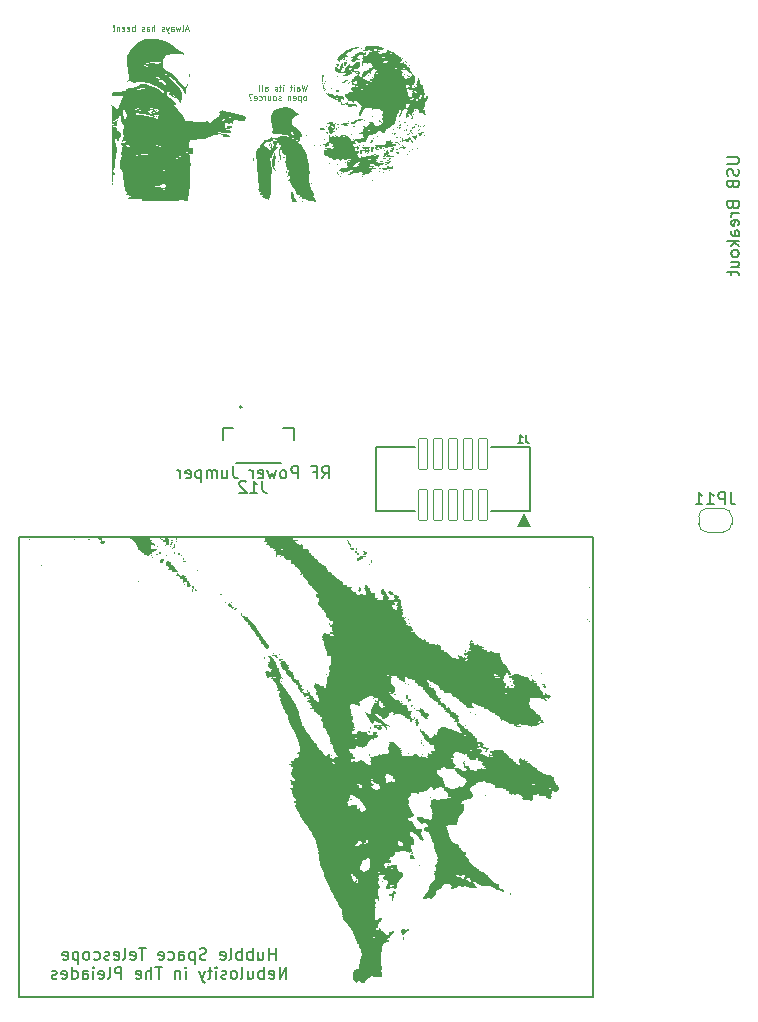
<source format=gbr>
%TF.GenerationSoftware,KiCad,Pcbnew,8.0.2-1*%
%TF.CreationDate,2024-07-17T18:36:44-07:00*%
%TF.ProjectId,FC_V4b,46435f56-3462-42e6-9b69-6361645f7063,rev?*%
%TF.SameCoordinates,Original*%
%TF.FileFunction,Legend,Bot*%
%TF.FilePolarity,Positive*%
%FSLAX46Y46*%
G04 Gerber Fmt 4.6, Leading zero omitted, Abs format (unit mm)*
G04 Created by KiCad (PCBNEW 8.0.2-1) date 2024-07-17 18:36:44*
%MOMM*%
%LPD*%
G01*
G04 APERTURE LIST*
G04 Aperture macros list*
%AMRoundRect*
0 Rectangle with rounded corners*
0 $1 Rounding radius*
0 $2 $3 $4 $5 $6 $7 $8 $9 X,Y pos of 4 corners*
0 Add a 4 corners polygon primitive as box body*
4,1,4,$2,$3,$4,$5,$6,$7,$8,$9,$2,$3,0*
0 Add four circle primitives for the rounded corners*
1,1,$1+$1,$2,$3*
1,1,$1+$1,$4,$5*
1,1,$1+$1,$6,$7*
1,1,$1+$1,$8,$9*
0 Add four rect primitives between the rounded corners*
20,1,$1+$1,$2,$3,$4,$5,0*
20,1,$1+$1,$4,$5,$6,$7,0*
20,1,$1+$1,$6,$7,$8,$9,0*
20,1,$1+$1,$8,$9,$2,$3,0*%
%AMFreePoly0*
4,1,19,0.500000,-0.750000,0.000000,-0.750000,0.000000,-0.744911,-0.071157,-0.744911,-0.207708,-0.704816,-0.327430,-0.627875,-0.420627,-0.520320,-0.479746,-0.390866,-0.500000,-0.250000,-0.500000,0.250000,-0.479746,0.390866,-0.420627,0.520320,-0.327430,0.627875,-0.207708,0.704816,-0.071157,0.744911,0.000000,0.744911,0.000000,0.750000,0.500000,0.750000,0.500000,-0.750000,0.500000,-0.750000,
$1*%
%AMFreePoly1*
4,1,19,0.000000,0.744911,0.071157,0.744911,0.207708,0.704816,0.327430,0.627875,0.420627,0.520320,0.479746,0.390866,0.500000,0.250000,0.500000,-0.250000,0.479746,-0.390866,0.420627,-0.520320,0.327430,-0.627875,0.207708,-0.704816,0.071157,-0.744911,0.000000,-0.744911,0.000000,-0.750000,-0.500000,-0.750000,-0.500000,0.750000,0.000000,0.750000,0.000000,0.744911,0.000000,0.744911,
$1*%
G04 Aperture macros list end*
%ADD10C,0.150000*%
%ADD11C,0.125000*%
%ADD12C,0.146304*%
%ADD13C,0.000000*%
%ADD14C,0.127000*%
%ADD15C,0.200000*%
%ADD16C,0.120000*%
%ADD17C,2.050000*%
%ADD18C,2.250000*%
%ADD19C,2.000000*%
%ADD20C,5.000000*%
%ADD21O,2.416000X1.208000*%
%ADD22R,1.700000X1.700000*%
%ADD23O,1.700000X1.700000*%
%ADD24C,1.000000*%
%ADD25RoundRect,0.050800X0.380000X1.300000X-0.380000X1.300000X-0.380000X-1.300000X0.380000X-1.300000X0*%
%ADD26R,0.600000X1.550000*%
%ADD27R,1.200000X1.800000*%
%ADD28FreePoly0,180.000000*%
%ADD29FreePoly1,180.000000*%
G04 APERTURE END LIST*
D10*
X161669138Y-102300000D02*
X210230861Y-102300000D01*
X210230861Y-141191722D01*
X161669138Y-141191722D01*
X161669138Y-102300000D01*
X183400001Y-138059875D02*
X183400001Y-137059875D01*
X183400001Y-137536065D02*
X182828573Y-137536065D01*
X182828573Y-138059875D02*
X182828573Y-137059875D01*
X181923811Y-137393208D02*
X181923811Y-138059875D01*
X182352382Y-137393208D02*
X182352382Y-137917017D01*
X182352382Y-137917017D02*
X182304763Y-138012256D01*
X182304763Y-138012256D02*
X182209525Y-138059875D01*
X182209525Y-138059875D02*
X182066668Y-138059875D01*
X182066668Y-138059875D02*
X181971430Y-138012256D01*
X181971430Y-138012256D02*
X181923811Y-137964636D01*
X181447620Y-138059875D02*
X181447620Y-137059875D01*
X181447620Y-137440827D02*
X181352382Y-137393208D01*
X181352382Y-137393208D02*
X181161906Y-137393208D01*
X181161906Y-137393208D02*
X181066668Y-137440827D01*
X181066668Y-137440827D02*
X181019049Y-137488446D01*
X181019049Y-137488446D02*
X180971430Y-137583684D01*
X180971430Y-137583684D02*
X180971430Y-137869398D01*
X180971430Y-137869398D02*
X181019049Y-137964636D01*
X181019049Y-137964636D02*
X181066668Y-138012256D01*
X181066668Y-138012256D02*
X181161906Y-138059875D01*
X181161906Y-138059875D02*
X181352382Y-138059875D01*
X181352382Y-138059875D02*
X181447620Y-138012256D01*
X180542858Y-138059875D02*
X180542858Y-137059875D01*
X180542858Y-137440827D02*
X180447620Y-137393208D01*
X180447620Y-137393208D02*
X180257144Y-137393208D01*
X180257144Y-137393208D02*
X180161906Y-137440827D01*
X180161906Y-137440827D02*
X180114287Y-137488446D01*
X180114287Y-137488446D02*
X180066668Y-137583684D01*
X180066668Y-137583684D02*
X180066668Y-137869398D01*
X180066668Y-137869398D02*
X180114287Y-137964636D01*
X180114287Y-137964636D02*
X180161906Y-138012256D01*
X180161906Y-138012256D02*
X180257144Y-138059875D01*
X180257144Y-138059875D02*
X180447620Y-138059875D01*
X180447620Y-138059875D02*
X180542858Y-138012256D01*
X179495239Y-138059875D02*
X179590477Y-138012256D01*
X179590477Y-138012256D02*
X179638096Y-137917017D01*
X179638096Y-137917017D02*
X179638096Y-137059875D01*
X178733334Y-138012256D02*
X178828572Y-138059875D01*
X178828572Y-138059875D02*
X179019048Y-138059875D01*
X179019048Y-138059875D02*
X179114286Y-138012256D01*
X179114286Y-138012256D02*
X179161905Y-137917017D01*
X179161905Y-137917017D02*
X179161905Y-137536065D01*
X179161905Y-137536065D02*
X179114286Y-137440827D01*
X179114286Y-137440827D02*
X179019048Y-137393208D01*
X179019048Y-137393208D02*
X178828572Y-137393208D01*
X178828572Y-137393208D02*
X178733334Y-137440827D01*
X178733334Y-137440827D02*
X178685715Y-137536065D01*
X178685715Y-137536065D02*
X178685715Y-137631303D01*
X178685715Y-137631303D02*
X179161905Y-137726541D01*
X177542857Y-138012256D02*
X177400000Y-138059875D01*
X177400000Y-138059875D02*
X177161905Y-138059875D01*
X177161905Y-138059875D02*
X177066667Y-138012256D01*
X177066667Y-138012256D02*
X177019048Y-137964636D01*
X177019048Y-137964636D02*
X176971429Y-137869398D01*
X176971429Y-137869398D02*
X176971429Y-137774160D01*
X176971429Y-137774160D02*
X177019048Y-137678922D01*
X177019048Y-137678922D02*
X177066667Y-137631303D01*
X177066667Y-137631303D02*
X177161905Y-137583684D01*
X177161905Y-137583684D02*
X177352381Y-137536065D01*
X177352381Y-137536065D02*
X177447619Y-137488446D01*
X177447619Y-137488446D02*
X177495238Y-137440827D01*
X177495238Y-137440827D02*
X177542857Y-137345589D01*
X177542857Y-137345589D02*
X177542857Y-137250351D01*
X177542857Y-137250351D02*
X177495238Y-137155113D01*
X177495238Y-137155113D02*
X177447619Y-137107494D01*
X177447619Y-137107494D02*
X177352381Y-137059875D01*
X177352381Y-137059875D02*
X177114286Y-137059875D01*
X177114286Y-137059875D02*
X176971429Y-137107494D01*
X176542857Y-137393208D02*
X176542857Y-138393208D01*
X176542857Y-137440827D02*
X176447619Y-137393208D01*
X176447619Y-137393208D02*
X176257143Y-137393208D01*
X176257143Y-137393208D02*
X176161905Y-137440827D01*
X176161905Y-137440827D02*
X176114286Y-137488446D01*
X176114286Y-137488446D02*
X176066667Y-137583684D01*
X176066667Y-137583684D02*
X176066667Y-137869398D01*
X176066667Y-137869398D02*
X176114286Y-137964636D01*
X176114286Y-137964636D02*
X176161905Y-138012256D01*
X176161905Y-138012256D02*
X176257143Y-138059875D01*
X176257143Y-138059875D02*
X176447619Y-138059875D01*
X176447619Y-138059875D02*
X176542857Y-138012256D01*
X175209524Y-138059875D02*
X175209524Y-137536065D01*
X175209524Y-137536065D02*
X175257143Y-137440827D01*
X175257143Y-137440827D02*
X175352381Y-137393208D01*
X175352381Y-137393208D02*
X175542857Y-137393208D01*
X175542857Y-137393208D02*
X175638095Y-137440827D01*
X175209524Y-138012256D02*
X175304762Y-138059875D01*
X175304762Y-138059875D02*
X175542857Y-138059875D01*
X175542857Y-138059875D02*
X175638095Y-138012256D01*
X175638095Y-138012256D02*
X175685714Y-137917017D01*
X175685714Y-137917017D02*
X175685714Y-137821779D01*
X175685714Y-137821779D02*
X175638095Y-137726541D01*
X175638095Y-137726541D02*
X175542857Y-137678922D01*
X175542857Y-137678922D02*
X175304762Y-137678922D01*
X175304762Y-137678922D02*
X175209524Y-137631303D01*
X174304762Y-138012256D02*
X174400000Y-138059875D01*
X174400000Y-138059875D02*
X174590476Y-138059875D01*
X174590476Y-138059875D02*
X174685714Y-138012256D01*
X174685714Y-138012256D02*
X174733333Y-137964636D01*
X174733333Y-137964636D02*
X174780952Y-137869398D01*
X174780952Y-137869398D02*
X174780952Y-137583684D01*
X174780952Y-137583684D02*
X174733333Y-137488446D01*
X174733333Y-137488446D02*
X174685714Y-137440827D01*
X174685714Y-137440827D02*
X174590476Y-137393208D01*
X174590476Y-137393208D02*
X174400000Y-137393208D01*
X174400000Y-137393208D02*
X174304762Y-137440827D01*
X173495238Y-138012256D02*
X173590476Y-138059875D01*
X173590476Y-138059875D02*
X173780952Y-138059875D01*
X173780952Y-138059875D02*
X173876190Y-138012256D01*
X173876190Y-138012256D02*
X173923809Y-137917017D01*
X173923809Y-137917017D02*
X173923809Y-137536065D01*
X173923809Y-137536065D02*
X173876190Y-137440827D01*
X173876190Y-137440827D02*
X173780952Y-137393208D01*
X173780952Y-137393208D02*
X173590476Y-137393208D01*
X173590476Y-137393208D02*
X173495238Y-137440827D01*
X173495238Y-137440827D02*
X173447619Y-137536065D01*
X173447619Y-137536065D02*
X173447619Y-137631303D01*
X173447619Y-137631303D02*
X173923809Y-137726541D01*
X172399999Y-137059875D02*
X171828571Y-137059875D01*
X172114285Y-138059875D02*
X172114285Y-137059875D01*
X171114285Y-138012256D02*
X171209523Y-138059875D01*
X171209523Y-138059875D02*
X171399999Y-138059875D01*
X171399999Y-138059875D02*
X171495237Y-138012256D01*
X171495237Y-138012256D02*
X171542856Y-137917017D01*
X171542856Y-137917017D02*
X171542856Y-137536065D01*
X171542856Y-137536065D02*
X171495237Y-137440827D01*
X171495237Y-137440827D02*
X171399999Y-137393208D01*
X171399999Y-137393208D02*
X171209523Y-137393208D01*
X171209523Y-137393208D02*
X171114285Y-137440827D01*
X171114285Y-137440827D02*
X171066666Y-137536065D01*
X171066666Y-137536065D02*
X171066666Y-137631303D01*
X171066666Y-137631303D02*
X171542856Y-137726541D01*
X170495237Y-138059875D02*
X170590475Y-138012256D01*
X170590475Y-138012256D02*
X170638094Y-137917017D01*
X170638094Y-137917017D02*
X170638094Y-137059875D01*
X169733332Y-138012256D02*
X169828570Y-138059875D01*
X169828570Y-138059875D02*
X170019046Y-138059875D01*
X170019046Y-138059875D02*
X170114284Y-138012256D01*
X170114284Y-138012256D02*
X170161903Y-137917017D01*
X170161903Y-137917017D02*
X170161903Y-137536065D01*
X170161903Y-137536065D02*
X170114284Y-137440827D01*
X170114284Y-137440827D02*
X170019046Y-137393208D01*
X170019046Y-137393208D02*
X169828570Y-137393208D01*
X169828570Y-137393208D02*
X169733332Y-137440827D01*
X169733332Y-137440827D02*
X169685713Y-137536065D01*
X169685713Y-137536065D02*
X169685713Y-137631303D01*
X169685713Y-137631303D02*
X170161903Y-137726541D01*
X169304760Y-138012256D02*
X169209522Y-138059875D01*
X169209522Y-138059875D02*
X169019046Y-138059875D01*
X169019046Y-138059875D02*
X168923808Y-138012256D01*
X168923808Y-138012256D02*
X168876189Y-137917017D01*
X168876189Y-137917017D02*
X168876189Y-137869398D01*
X168876189Y-137869398D02*
X168923808Y-137774160D01*
X168923808Y-137774160D02*
X169019046Y-137726541D01*
X169019046Y-137726541D02*
X169161903Y-137726541D01*
X169161903Y-137726541D02*
X169257141Y-137678922D01*
X169257141Y-137678922D02*
X169304760Y-137583684D01*
X169304760Y-137583684D02*
X169304760Y-137536065D01*
X169304760Y-137536065D02*
X169257141Y-137440827D01*
X169257141Y-137440827D02*
X169161903Y-137393208D01*
X169161903Y-137393208D02*
X169019046Y-137393208D01*
X169019046Y-137393208D02*
X168923808Y-137440827D01*
X168019046Y-138012256D02*
X168114284Y-138059875D01*
X168114284Y-138059875D02*
X168304760Y-138059875D01*
X168304760Y-138059875D02*
X168399998Y-138012256D01*
X168399998Y-138012256D02*
X168447617Y-137964636D01*
X168447617Y-137964636D02*
X168495236Y-137869398D01*
X168495236Y-137869398D02*
X168495236Y-137583684D01*
X168495236Y-137583684D02*
X168447617Y-137488446D01*
X168447617Y-137488446D02*
X168399998Y-137440827D01*
X168399998Y-137440827D02*
X168304760Y-137393208D01*
X168304760Y-137393208D02*
X168114284Y-137393208D01*
X168114284Y-137393208D02*
X168019046Y-137440827D01*
X167447617Y-138059875D02*
X167542855Y-138012256D01*
X167542855Y-138012256D02*
X167590474Y-137964636D01*
X167590474Y-137964636D02*
X167638093Y-137869398D01*
X167638093Y-137869398D02*
X167638093Y-137583684D01*
X167638093Y-137583684D02*
X167590474Y-137488446D01*
X167590474Y-137488446D02*
X167542855Y-137440827D01*
X167542855Y-137440827D02*
X167447617Y-137393208D01*
X167447617Y-137393208D02*
X167304760Y-137393208D01*
X167304760Y-137393208D02*
X167209522Y-137440827D01*
X167209522Y-137440827D02*
X167161903Y-137488446D01*
X167161903Y-137488446D02*
X167114284Y-137583684D01*
X167114284Y-137583684D02*
X167114284Y-137869398D01*
X167114284Y-137869398D02*
X167161903Y-137964636D01*
X167161903Y-137964636D02*
X167209522Y-138012256D01*
X167209522Y-138012256D02*
X167304760Y-138059875D01*
X167304760Y-138059875D02*
X167447617Y-138059875D01*
X166685712Y-137393208D02*
X166685712Y-138393208D01*
X166685712Y-137440827D02*
X166590474Y-137393208D01*
X166590474Y-137393208D02*
X166399998Y-137393208D01*
X166399998Y-137393208D02*
X166304760Y-137440827D01*
X166304760Y-137440827D02*
X166257141Y-137488446D01*
X166257141Y-137488446D02*
X166209522Y-137583684D01*
X166209522Y-137583684D02*
X166209522Y-137869398D01*
X166209522Y-137869398D02*
X166257141Y-137964636D01*
X166257141Y-137964636D02*
X166304760Y-138012256D01*
X166304760Y-138012256D02*
X166399998Y-138059875D01*
X166399998Y-138059875D02*
X166590474Y-138059875D01*
X166590474Y-138059875D02*
X166685712Y-138012256D01*
X165399998Y-138012256D02*
X165495236Y-138059875D01*
X165495236Y-138059875D02*
X165685712Y-138059875D01*
X165685712Y-138059875D02*
X165780950Y-138012256D01*
X165780950Y-138012256D02*
X165828569Y-137917017D01*
X165828569Y-137917017D02*
X165828569Y-137536065D01*
X165828569Y-137536065D02*
X165780950Y-137440827D01*
X165780950Y-137440827D02*
X165685712Y-137393208D01*
X165685712Y-137393208D02*
X165495236Y-137393208D01*
X165495236Y-137393208D02*
X165399998Y-137440827D01*
X165399998Y-137440827D02*
X165352379Y-137536065D01*
X165352379Y-137536065D02*
X165352379Y-137631303D01*
X165352379Y-137631303D02*
X165828569Y-137726541D01*
X184304762Y-139669819D02*
X184304762Y-138669819D01*
X184304762Y-138669819D02*
X183733334Y-139669819D01*
X183733334Y-139669819D02*
X183733334Y-138669819D01*
X182876191Y-139622200D02*
X182971429Y-139669819D01*
X182971429Y-139669819D02*
X183161905Y-139669819D01*
X183161905Y-139669819D02*
X183257143Y-139622200D01*
X183257143Y-139622200D02*
X183304762Y-139526961D01*
X183304762Y-139526961D02*
X183304762Y-139146009D01*
X183304762Y-139146009D02*
X183257143Y-139050771D01*
X183257143Y-139050771D02*
X183161905Y-139003152D01*
X183161905Y-139003152D02*
X182971429Y-139003152D01*
X182971429Y-139003152D02*
X182876191Y-139050771D01*
X182876191Y-139050771D02*
X182828572Y-139146009D01*
X182828572Y-139146009D02*
X182828572Y-139241247D01*
X182828572Y-139241247D02*
X183304762Y-139336485D01*
X182400000Y-139669819D02*
X182400000Y-138669819D01*
X182400000Y-139050771D02*
X182304762Y-139003152D01*
X182304762Y-139003152D02*
X182114286Y-139003152D01*
X182114286Y-139003152D02*
X182019048Y-139050771D01*
X182019048Y-139050771D02*
X181971429Y-139098390D01*
X181971429Y-139098390D02*
X181923810Y-139193628D01*
X181923810Y-139193628D02*
X181923810Y-139479342D01*
X181923810Y-139479342D02*
X181971429Y-139574580D01*
X181971429Y-139574580D02*
X182019048Y-139622200D01*
X182019048Y-139622200D02*
X182114286Y-139669819D01*
X182114286Y-139669819D02*
X182304762Y-139669819D01*
X182304762Y-139669819D02*
X182400000Y-139622200D01*
X181066667Y-139003152D02*
X181066667Y-139669819D01*
X181495238Y-139003152D02*
X181495238Y-139526961D01*
X181495238Y-139526961D02*
X181447619Y-139622200D01*
X181447619Y-139622200D02*
X181352381Y-139669819D01*
X181352381Y-139669819D02*
X181209524Y-139669819D01*
X181209524Y-139669819D02*
X181114286Y-139622200D01*
X181114286Y-139622200D02*
X181066667Y-139574580D01*
X180447619Y-139669819D02*
X180542857Y-139622200D01*
X180542857Y-139622200D02*
X180590476Y-139526961D01*
X180590476Y-139526961D02*
X180590476Y-138669819D01*
X179923809Y-139669819D02*
X180019047Y-139622200D01*
X180019047Y-139622200D02*
X180066666Y-139574580D01*
X180066666Y-139574580D02*
X180114285Y-139479342D01*
X180114285Y-139479342D02*
X180114285Y-139193628D01*
X180114285Y-139193628D02*
X180066666Y-139098390D01*
X180066666Y-139098390D02*
X180019047Y-139050771D01*
X180019047Y-139050771D02*
X179923809Y-139003152D01*
X179923809Y-139003152D02*
X179780952Y-139003152D01*
X179780952Y-139003152D02*
X179685714Y-139050771D01*
X179685714Y-139050771D02*
X179638095Y-139098390D01*
X179638095Y-139098390D02*
X179590476Y-139193628D01*
X179590476Y-139193628D02*
X179590476Y-139479342D01*
X179590476Y-139479342D02*
X179638095Y-139574580D01*
X179638095Y-139574580D02*
X179685714Y-139622200D01*
X179685714Y-139622200D02*
X179780952Y-139669819D01*
X179780952Y-139669819D02*
X179923809Y-139669819D01*
X179209523Y-139622200D02*
X179114285Y-139669819D01*
X179114285Y-139669819D02*
X178923809Y-139669819D01*
X178923809Y-139669819D02*
X178828571Y-139622200D01*
X178828571Y-139622200D02*
X178780952Y-139526961D01*
X178780952Y-139526961D02*
X178780952Y-139479342D01*
X178780952Y-139479342D02*
X178828571Y-139384104D01*
X178828571Y-139384104D02*
X178923809Y-139336485D01*
X178923809Y-139336485D02*
X179066666Y-139336485D01*
X179066666Y-139336485D02*
X179161904Y-139288866D01*
X179161904Y-139288866D02*
X179209523Y-139193628D01*
X179209523Y-139193628D02*
X179209523Y-139146009D01*
X179209523Y-139146009D02*
X179161904Y-139050771D01*
X179161904Y-139050771D02*
X179066666Y-139003152D01*
X179066666Y-139003152D02*
X178923809Y-139003152D01*
X178923809Y-139003152D02*
X178828571Y-139050771D01*
X178352380Y-139669819D02*
X178352380Y-139003152D01*
X178352380Y-138669819D02*
X178399999Y-138717438D01*
X178399999Y-138717438D02*
X178352380Y-138765057D01*
X178352380Y-138765057D02*
X178304761Y-138717438D01*
X178304761Y-138717438D02*
X178352380Y-138669819D01*
X178352380Y-138669819D02*
X178352380Y-138765057D01*
X178019047Y-139003152D02*
X177638095Y-139003152D01*
X177876190Y-138669819D02*
X177876190Y-139526961D01*
X177876190Y-139526961D02*
X177828571Y-139622200D01*
X177828571Y-139622200D02*
X177733333Y-139669819D01*
X177733333Y-139669819D02*
X177638095Y-139669819D01*
X177399999Y-139003152D02*
X177161904Y-139669819D01*
X176923809Y-139003152D02*
X177161904Y-139669819D01*
X177161904Y-139669819D02*
X177257142Y-139907914D01*
X177257142Y-139907914D02*
X177304761Y-139955533D01*
X177304761Y-139955533D02*
X177399999Y-140003152D01*
X175780951Y-139669819D02*
X175780951Y-139003152D01*
X175780951Y-138669819D02*
X175828570Y-138717438D01*
X175828570Y-138717438D02*
X175780951Y-138765057D01*
X175780951Y-138765057D02*
X175733332Y-138717438D01*
X175733332Y-138717438D02*
X175780951Y-138669819D01*
X175780951Y-138669819D02*
X175780951Y-138765057D01*
X175304761Y-139003152D02*
X175304761Y-139669819D01*
X175304761Y-139098390D02*
X175257142Y-139050771D01*
X175257142Y-139050771D02*
X175161904Y-139003152D01*
X175161904Y-139003152D02*
X175019047Y-139003152D01*
X175019047Y-139003152D02*
X174923809Y-139050771D01*
X174923809Y-139050771D02*
X174876190Y-139146009D01*
X174876190Y-139146009D02*
X174876190Y-139669819D01*
X173780951Y-138669819D02*
X173209523Y-138669819D01*
X173495237Y-139669819D02*
X173495237Y-138669819D01*
X172876189Y-139669819D02*
X172876189Y-138669819D01*
X172447618Y-139669819D02*
X172447618Y-139146009D01*
X172447618Y-139146009D02*
X172495237Y-139050771D01*
X172495237Y-139050771D02*
X172590475Y-139003152D01*
X172590475Y-139003152D02*
X172733332Y-139003152D01*
X172733332Y-139003152D02*
X172828570Y-139050771D01*
X172828570Y-139050771D02*
X172876189Y-139098390D01*
X171590475Y-139622200D02*
X171685713Y-139669819D01*
X171685713Y-139669819D02*
X171876189Y-139669819D01*
X171876189Y-139669819D02*
X171971427Y-139622200D01*
X171971427Y-139622200D02*
X172019046Y-139526961D01*
X172019046Y-139526961D02*
X172019046Y-139146009D01*
X172019046Y-139146009D02*
X171971427Y-139050771D01*
X171971427Y-139050771D02*
X171876189Y-139003152D01*
X171876189Y-139003152D02*
X171685713Y-139003152D01*
X171685713Y-139003152D02*
X171590475Y-139050771D01*
X171590475Y-139050771D02*
X171542856Y-139146009D01*
X171542856Y-139146009D02*
X171542856Y-139241247D01*
X171542856Y-139241247D02*
X172019046Y-139336485D01*
X170352379Y-139669819D02*
X170352379Y-138669819D01*
X170352379Y-138669819D02*
X169971427Y-138669819D01*
X169971427Y-138669819D02*
X169876189Y-138717438D01*
X169876189Y-138717438D02*
X169828570Y-138765057D01*
X169828570Y-138765057D02*
X169780951Y-138860295D01*
X169780951Y-138860295D02*
X169780951Y-139003152D01*
X169780951Y-139003152D02*
X169828570Y-139098390D01*
X169828570Y-139098390D02*
X169876189Y-139146009D01*
X169876189Y-139146009D02*
X169971427Y-139193628D01*
X169971427Y-139193628D02*
X170352379Y-139193628D01*
X169209522Y-139669819D02*
X169304760Y-139622200D01*
X169304760Y-139622200D02*
X169352379Y-139526961D01*
X169352379Y-139526961D02*
X169352379Y-138669819D01*
X168447617Y-139622200D02*
X168542855Y-139669819D01*
X168542855Y-139669819D02*
X168733331Y-139669819D01*
X168733331Y-139669819D02*
X168828569Y-139622200D01*
X168828569Y-139622200D02*
X168876188Y-139526961D01*
X168876188Y-139526961D02*
X168876188Y-139146009D01*
X168876188Y-139146009D02*
X168828569Y-139050771D01*
X168828569Y-139050771D02*
X168733331Y-139003152D01*
X168733331Y-139003152D02*
X168542855Y-139003152D01*
X168542855Y-139003152D02*
X168447617Y-139050771D01*
X168447617Y-139050771D02*
X168399998Y-139146009D01*
X168399998Y-139146009D02*
X168399998Y-139241247D01*
X168399998Y-139241247D02*
X168876188Y-139336485D01*
X167971426Y-139669819D02*
X167971426Y-139003152D01*
X167971426Y-138669819D02*
X168019045Y-138717438D01*
X168019045Y-138717438D02*
X167971426Y-138765057D01*
X167971426Y-138765057D02*
X167923807Y-138717438D01*
X167923807Y-138717438D02*
X167971426Y-138669819D01*
X167971426Y-138669819D02*
X167971426Y-138765057D01*
X167066665Y-139669819D02*
X167066665Y-139146009D01*
X167066665Y-139146009D02*
X167114284Y-139050771D01*
X167114284Y-139050771D02*
X167209522Y-139003152D01*
X167209522Y-139003152D02*
X167399998Y-139003152D01*
X167399998Y-139003152D02*
X167495236Y-139050771D01*
X167066665Y-139622200D02*
X167161903Y-139669819D01*
X167161903Y-139669819D02*
X167399998Y-139669819D01*
X167399998Y-139669819D02*
X167495236Y-139622200D01*
X167495236Y-139622200D02*
X167542855Y-139526961D01*
X167542855Y-139526961D02*
X167542855Y-139431723D01*
X167542855Y-139431723D02*
X167495236Y-139336485D01*
X167495236Y-139336485D02*
X167399998Y-139288866D01*
X167399998Y-139288866D02*
X167161903Y-139288866D01*
X167161903Y-139288866D02*
X167066665Y-139241247D01*
X166161903Y-139669819D02*
X166161903Y-138669819D01*
X166161903Y-139622200D02*
X166257141Y-139669819D01*
X166257141Y-139669819D02*
X166447617Y-139669819D01*
X166447617Y-139669819D02*
X166542855Y-139622200D01*
X166542855Y-139622200D02*
X166590474Y-139574580D01*
X166590474Y-139574580D02*
X166638093Y-139479342D01*
X166638093Y-139479342D02*
X166638093Y-139193628D01*
X166638093Y-139193628D02*
X166590474Y-139098390D01*
X166590474Y-139098390D02*
X166542855Y-139050771D01*
X166542855Y-139050771D02*
X166447617Y-139003152D01*
X166447617Y-139003152D02*
X166257141Y-139003152D01*
X166257141Y-139003152D02*
X166161903Y-139050771D01*
X165304760Y-139622200D02*
X165399998Y-139669819D01*
X165399998Y-139669819D02*
X165590474Y-139669819D01*
X165590474Y-139669819D02*
X165685712Y-139622200D01*
X165685712Y-139622200D02*
X165733331Y-139526961D01*
X165733331Y-139526961D02*
X165733331Y-139146009D01*
X165733331Y-139146009D02*
X165685712Y-139050771D01*
X165685712Y-139050771D02*
X165590474Y-139003152D01*
X165590474Y-139003152D02*
X165399998Y-139003152D01*
X165399998Y-139003152D02*
X165304760Y-139050771D01*
X165304760Y-139050771D02*
X165257141Y-139146009D01*
X165257141Y-139146009D02*
X165257141Y-139241247D01*
X165257141Y-139241247D02*
X165733331Y-139336485D01*
X164876188Y-139622200D02*
X164780950Y-139669819D01*
X164780950Y-139669819D02*
X164590474Y-139669819D01*
X164590474Y-139669819D02*
X164495236Y-139622200D01*
X164495236Y-139622200D02*
X164447617Y-139526961D01*
X164447617Y-139526961D02*
X164447617Y-139479342D01*
X164447617Y-139479342D02*
X164495236Y-139384104D01*
X164495236Y-139384104D02*
X164590474Y-139336485D01*
X164590474Y-139336485D02*
X164733331Y-139336485D01*
X164733331Y-139336485D02*
X164828569Y-139288866D01*
X164828569Y-139288866D02*
X164876188Y-139193628D01*
X164876188Y-139193628D02*
X164876188Y-139146009D01*
X164876188Y-139146009D02*
X164828569Y-139050771D01*
X164828569Y-139050771D02*
X164733331Y-139003152D01*
X164733331Y-139003152D02*
X164590474Y-139003152D01*
X164590474Y-139003152D02*
X164495236Y-139050771D01*
X221634819Y-70096779D02*
X222444342Y-70096779D01*
X222444342Y-70096779D02*
X222539580Y-70144398D01*
X222539580Y-70144398D02*
X222587200Y-70192017D01*
X222587200Y-70192017D02*
X222634819Y-70287255D01*
X222634819Y-70287255D02*
X222634819Y-70477731D01*
X222634819Y-70477731D02*
X222587200Y-70572969D01*
X222587200Y-70572969D02*
X222539580Y-70620588D01*
X222539580Y-70620588D02*
X222444342Y-70668207D01*
X222444342Y-70668207D02*
X221634819Y-70668207D01*
X222587200Y-71096779D02*
X222634819Y-71239636D01*
X222634819Y-71239636D02*
X222634819Y-71477731D01*
X222634819Y-71477731D02*
X222587200Y-71572969D01*
X222587200Y-71572969D02*
X222539580Y-71620588D01*
X222539580Y-71620588D02*
X222444342Y-71668207D01*
X222444342Y-71668207D02*
X222349104Y-71668207D01*
X222349104Y-71668207D02*
X222253866Y-71620588D01*
X222253866Y-71620588D02*
X222206247Y-71572969D01*
X222206247Y-71572969D02*
X222158628Y-71477731D01*
X222158628Y-71477731D02*
X222111009Y-71287255D01*
X222111009Y-71287255D02*
X222063390Y-71192017D01*
X222063390Y-71192017D02*
X222015771Y-71144398D01*
X222015771Y-71144398D02*
X221920533Y-71096779D01*
X221920533Y-71096779D02*
X221825295Y-71096779D01*
X221825295Y-71096779D02*
X221730057Y-71144398D01*
X221730057Y-71144398D02*
X221682438Y-71192017D01*
X221682438Y-71192017D02*
X221634819Y-71287255D01*
X221634819Y-71287255D02*
X221634819Y-71525350D01*
X221634819Y-71525350D02*
X221682438Y-71668207D01*
X222111009Y-72430112D02*
X222158628Y-72572969D01*
X222158628Y-72572969D02*
X222206247Y-72620588D01*
X222206247Y-72620588D02*
X222301485Y-72668207D01*
X222301485Y-72668207D02*
X222444342Y-72668207D01*
X222444342Y-72668207D02*
X222539580Y-72620588D01*
X222539580Y-72620588D02*
X222587200Y-72572969D01*
X222587200Y-72572969D02*
X222634819Y-72477731D01*
X222634819Y-72477731D02*
X222634819Y-72096779D01*
X222634819Y-72096779D02*
X221634819Y-72096779D01*
X221634819Y-72096779D02*
X221634819Y-72430112D01*
X221634819Y-72430112D02*
X221682438Y-72525350D01*
X221682438Y-72525350D02*
X221730057Y-72572969D01*
X221730057Y-72572969D02*
X221825295Y-72620588D01*
X221825295Y-72620588D02*
X221920533Y-72620588D01*
X221920533Y-72620588D02*
X222015771Y-72572969D01*
X222015771Y-72572969D02*
X222063390Y-72525350D01*
X222063390Y-72525350D02*
X222111009Y-72430112D01*
X222111009Y-72430112D02*
X222111009Y-72096779D01*
X222111009Y-74192017D02*
X222158628Y-74334874D01*
X222158628Y-74334874D02*
X222206247Y-74382493D01*
X222206247Y-74382493D02*
X222301485Y-74430112D01*
X222301485Y-74430112D02*
X222444342Y-74430112D01*
X222444342Y-74430112D02*
X222539580Y-74382493D01*
X222539580Y-74382493D02*
X222587200Y-74334874D01*
X222587200Y-74334874D02*
X222634819Y-74239636D01*
X222634819Y-74239636D02*
X222634819Y-73858684D01*
X222634819Y-73858684D02*
X221634819Y-73858684D01*
X221634819Y-73858684D02*
X221634819Y-74192017D01*
X221634819Y-74192017D02*
X221682438Y-74287255D01*
X221682438Y-74287255D02*
X221730057Y-74334874D01*
X221730057Y-74334874D02*
X221825295Y-74382493D01*
X221825295Y-74382493D02*
X221920533Y-74382493D01*
X221920533Y-74382493D02*
X222015771Y-74334874D01*
X222015771Y-74334874D02*
X222063390Y-74287255D01*
X222063390Y-74287255D02*
X222111009Y-74192017D01*
X222111009Y-74192017D02*
X222111009Y-73858684D01*
X222634819Y-74858684D02*
X221968152Y-74858684D01*
X222158628Y-74858684D02*
X222063390Y-74906303D01*
X222063390Y-74906303D02*
X222015771Y-74953922D01*
X222015771Y-74953922D02*
X221968152Y-75049160D01*
X221968152Y-75049160D02*
X221968152Y-75144398D01*
X222587200Y-75858684D02*
X222634819Y-75763446D01*
X222634819Y-75763446D02*
X222634819Y-75572970D01*
X222634819Y-75572970D02*
X222587200Y-75477732D01*
X222587200Y-75477732D02*
X222491961Y-75430113D01*
X222491961Y-75430113D02*
X222111009Y-75430113D01*
X222111009Y-75430113D02*
X222015771Y-75477732D01*
X222015771Y-75477732D02*
X221968152Y-75572970D01*
X221968152Y-75572970D02*
X221968152Y-75763446D01*
X221968152Y-75763446D02*
X222015771Y-75858684D01*
X222015771Y-75858684D02*
X222111009Y-75906303D01*
X222111009Y-75906303D02*
X222206247Y-75906303D01*
X222206247Y-75906303D02*
X222301485Y-75430113D01*
X222634819Y-76763446D02*
X222111009Y-76763446D01*
X222111009Y-76763446D02*
X222015771Y-76715827D01*
X222015771Y-76715827D02*
X221968152Y-76620589D01*
X221968152Y-76620589D02*
X221968152Y-76430113D01*
X221968152Y-76430113D02*
X222015771Y-76334875D01*
X222587200Y-76763446D02*
X222634819Y-76668208D01*
X222634819Y-76668208D02*
X222634819Y-76430113D01*
X222634819Y-76430113D02*
X222587200Y-76334875D01*
X222587200Y-76334875D02*
X222491961Y-76287256D01*
X222491961Y-76287256D02*
X222396723Y-76287256D01*
X222396723Y-76287256D02*
X222301485Y-76334875D01*
X222301485Y-76334875D02*
X222253866Y-76430113D01*
X222253866Y-76430113D02*
X222253866Y-76668208D01*
X222253866Y-76668208D02*
X222206247Y-76763446D01*
X222634819Y-77239637D02*
X221634819Y-77239637D01*
X222253866Y-77334875D02*
X222634819Y-77620589D01*
X221968152Y-77620589D02*
X222349104Y-77239637D01*
X222634819Y-78192018D02*
X222587200Y-78096780D01*
X222587200Y-78096780D02*
X222539580Y-78049161D01*
X222539580Y-78049161D02*
X222444342Y-78001542D01*
X222444342Y-78001542D02*
X222158628Y-78001542D01*
X222158628Y-78001542D02*
X222063390Y-78049161D01*
X222063390Y-78049161D02*
X222015771Y-78096780D01*
X222015771Y-78096780D02*
X221968152Y-78192018D01*
X221968152Y-78192018D02*
X221968152Y-78334875D01*
X221968152Y-78334875D02*
X222015771Y-78430113D01*
X222015771Y-78430113D02*
X222063390Y-78477732D01*
X222063390Y-78477732D02*
X222158628Y-78525351D01*
X222158628Y-78525351D02*
X222444342Y-78525351D01*
X222444342Y-78525351D02*
X222539580Y-78477732D01*
X222539580Y-78477732D02*
X222587200Y-78430113D01*
X222587200Y-78430113D02*
X222634819Y-78334875D01*
X222634819Y-78334875D02*
X222634819Y-78192018D01*
X221968152Y-79382494D02*
X222634819Y-79382494D01*
X221968152Y-78953923D02*
X222491961Y-78953923D01*
X222491961Y-78953923D02*
X222587200Y-79001542D01*
X222587200Y-79001542D02*
X222634819Y-79096780D01*
X222634819Y-79096780D02*
X222634819Y-79239637D01*
X222634819Y-79239637D02*
X222587200Y-79334875D01*
X222587200Y-79334875D02*
X222539580Y-79382494D01*
X221968152Y-79715828D02*
X221968152Y-80096780D01*
X221634819Y-79858685D02*
X222491961Y-79858685D01*
X222491961Y-79858685D02*
X222587200Y-79906304D01*
X222587200Y-79906304D02*
X222634819Y-80001542D01*
X222634819Y-80001542D02*
X222634819Y-80096780D01*
X187321792Y-97289819D02*
X187655125Y-96813628D01*
X187893220Y-97289819D02*
X187893220Y-96289819D01*
X187893220Y-96289819D02*
X187512268Y-96289819D01*
X187512268Y-96289819D02*
X187417030Y-96337438D01*
X187417030Y-96337438D02*
X187369411Y-96385057D01*
X187369411Y-96385057D02*
X187321792Y-96480295D01*
X187321792Y-96480295D02*
X187321792Y-96623152D01*
X187321792Y-96623152D02*
X187369411Y-96718390D01*
X187369411Y-96718390D02*
X187417030Y-96766009D01*
X187417030Y-96766009D02*
X187512268Y-96813628D01*
X187512268Y-96813628D02*
X187893220Y-96813628D01*
X186559887Y-96766009D02*
X186893220Y-96766009D01*
X186893220Y-97289819D02*
X186893220Y-96289819D01*
X186893220Y-96289819D02*
X186417030Y-96289819D01*
X185274172Y-97289819D02*
X185274172Y-96289819D01*
X185274172Y-96289819D02*
X184893220Y-96289819D01*
X184893220Y-96289819D02*
X184797982Y-96337438D01*
X184797982Y-96337438D02*
X184750363Y-96385057D01*
X184750363Y-96385057D02*
X184702744Y-96480295D01*
X184702744Y-96480295D02*
X184702744Y-96623152D01*
X184702744Y-96623152D02*
X184750363Y-96718390D01*
X184750363Y-96718390D02*
X184797982Y-96766009D01*
X184797982Y-96766009D02*
X184893220Y-96813628D01*
X184893220Y-96813628D02*
X185274172Y-96813628D01*
X184131315Y-97289819D02*
X184226553Y-97242200D01*
X184226553Y-97242200D02*
X184274172Y-97194580D01*
X184274172Y-97194580D02*
X184321791Y-97099342D01*
X184321791Y-97099342D02*
X184321791Y-96813628D01*
X184321791Y-96813628D02*
X184274172Y-96718390D01*
X184274172Y-96718390D02*
X184226553Y-96670771D01*
X184226553Y-96670771D02*
X184131315Y-96623152D01*
X184131315Y-96623152D02*
X183988458Y-96623152D01*
X183988458Y-96623152D02*
X183893220Y-96670771D01*
X183893220Y-96670771D02*
X183845601Y-96718390D01*
X183845601Y-96718390D02*
X183797982Y-96813628D01*
X183797982Y-96813628D02*
X183797982Y-97099342D01*
X183797982Y-97099342D02*
X183845601Y-97194580D01*
X183845601Y-97194580D02*
X183893220Y-97242200D01*
X183893220Y-97242200D02*
X183988458Y-97289819D01*
X183988458Y-97289819D02*
X184131315Y-97289819D01*
X183464648Y-96623152D02*
X183274172Y-97289819D01*
X183274172Y-97289819D02*
X183083696Y-96813628D01*
X183083696Y-96813628D02*
X182893220Y-97289819D01*
X182893220Y-97289819D02*
X182702744Y-96623152D01*
X181940839Y-97242200D02*
X182036077Y-97289819D01*
X182036077Y-97289819D02*
X182226553Y-97289819D01*
X182226553Y-97289819D02*
X182321791Y-97242200D01*
X182321791Y-97242200D02*
X182369410Y-97146961D01*
X182369410Y-97146961D02*
X182369410Y-96766009D01*
X182369410Y-96766009D02*
X182321791Y-96670771D01*
X182321791Y-96670771D02*
X182226553Y-96623152D01*
X182226553Y-96623152D02*
X182036077Y-96623152D01*
X182036077Y-96623152D02*
X181940839Y-96670771D01*
X181940839Y-96670771D02*
X181893220Y-96766009D01*
X181893220Y-96766009D02*
X181893220Y-96861247D01*
X181893220Y-96861247D02*
X182369410Y-96956485D01*
X181464648Y-97289819D02*
X181464648Y-96623152D01*
X181464648Y-96813628D02*
X181417029Y-96718390D01*
X181417029Y-96718390D02*
X181369410Y-96670771D01*
X181369410Y-96670771D02*
X181274172Y-96623152D01*
X181274172Y-96623152D02*
X181178934Y-96623152D01*
X179797981Y-96289819D02*
X179797981Y-97004104D01*
X179797981Y-97004104D02*
X179845600Y-97146961D01*
X179845600Y-97146961D02*
X179940838Y-97242200D01*
X179940838Y-97242200D02*
X180083695Y-97289819D01*
X180083695Y-97289819D02*
X180178933Y-97289819D01*
X178893219Y-96623152D02*
X178893219Y-97289819D01*
X179321790Y-96623152D02*
X179321790Y-97146961D01*
X179321790Y-97146961D02*
X179274171Y-97242200D01*
X179274171Y-97242200D02*
X179178933Y-97289819D01*
X179178933Y-97289819D02*
X179036076Y-97289819D01*
X179036076Y-97289819D02*
X178940838Y-97242200D01*
X178940838Y-97242200D02*
X178893219Y-97194580D01*
X178417028Y-97289819D02*
X178417028Y-96623152D01*
X178417028Y-96718390D02*
X178369409Y-96670771D01*
X178369409Y-96670771D02*
X178274171Y-96623152D01*
X178274171Y-96623152D02*
X178131314Y-96623152D01*
X178131314Y-96623152D02*
X178036076Y-96670771D01*
X178036076Y-96670771D02*
X177988457Y-96766009D01*
X177988457Y-96766009D02*
X177988457Y-97289819D01*
X177988457Y-96766009D02*
X177940838Y-96670771D01*
X177940838Y-96670771D02*
X177845600Y-96623152D01*
X177845600Y-96623152D02*
X177702743Y-96623152D01*
X177702743Y-96623152D02*
X177607504Y-96670771D01*
X177607504Y-96670771D02*
X177559885Y-96766009D01*
X177559885Y-96766009D02*
X177559885Y-97289819D01*
X177083695Y-96623152D02*
X177083695Y-97623152D01*
X177083695Y-96670771D02*
X176988457Y-96623152D01*
X176988457Y-96623152D02*
X176797981Y-96623152D01*
X176797981Y-96623152D02*
X176702743Y-96670771D01*
X176702743Y-96670771D02*
X176655124Y-96718390D01*
X176655124Y-96718390D02*
X176607505Y-96813628D01*
X176607505Y-96813628D02*
X176607505Y-97099342D01*
X176607505Y-97099342D02*
X176655124Y-97194580D01*
X176655124Y-97194580D02*
X176702743Y-97242200D01*
X176702743Y-97242200D02*
X176797981Y-97289819D01*
X176797981Y-97289819D02*
X176988457Y-97289819D01*
X176988457Y-97289819D02*
X177083695Y-97242200D01*
X175797981Y-97242200D02*
X175893219Y-97289819D01*
X175893219Y-97289819D02*
X176083695Y-97289819D01*
X176083695Y-97289819D02*
X176178933Y-97242200D01*
X176178933Y-97242200D02*
X176226552Y-97146961D01*
X176226552Y-97146961D02*
X176226552Y-96766009D01*
X176226552Y-96766009D02*
X176178933Y-96670771D01*
X176178933Y-96670771D02*
X176083695Y-96623152D01*
X176083695Y-96623152D02*
X175893219Y-96623152D01*
X175893219Y-96623152D02*
X175797981Y-96670771D01*
X175797981Y-96670771D02*
X175750362Y-96766009D01*
X175750362Y-96766009D02*
X175750362Y-96861247D01*
X175750362Y-96861247D02*
X176226552Y-96956485D01*
X175321790Y-97289819D02*
X175321790Y-96623152D01*
X175321790Y-96813628D02*
X175274171Y-96718390D01*
X175274171Y-96718390D02*
X175226552Y-96670771D01*
X175226552Y-96670771D02*
X175131314Y-96623152D01*
X175131314Y-96623152D02*
X175036076Y-96623152D01*
D11*
X176002525Y-59269452D02*
X175764430Y-59269452D01*
X176050144Y-59412309D02*
X175883478Y-58912309D01*
X175883478Y-58912309D02*
X175716811Y-59412309D01*
X175478716Y-59412309D02*
X175526335Y-59388500D01*
X175526335Y-59388500D02*
X175550145Y-59340880D01*
X175550145Y-59340880D02*
X175550145Y-58912309D01*
X175335859Y-59078976D02*
X175240621Y-59412309D01*
X175240621Y-59412309D02*
X175145383Y-59174214D01*
X175145383Y-59174214D02*
X175050145Y-59412309D01*
X175050145Y-59412309D02*
X174954907Y-59078976D01*
X174550144Y-59412309D02*
X174550144Y-59150404D01*
X174550144Y-59150404D02*
X174573954Y-59102785D01*
X174573954Y-59102785D02*
X174621573Y-59078976D01*
X174621573Y-59078976D02*
X174716811Y-59078976D01*
X174716811Y-59078976D02*
X174764430Y-59102785D01*
X174550144Y-59388500D02*
X174597763Y-59412309D01*
X174597763Y-59412309D02*
X174716811Y-59412309D01*
X174716811Y-59412309D02*
X174764430Y-59388500D01*
X174764430Y-59388500D02*
X174788239Y-59340880D01*
X174788239Y-59340880D02*
X174788239Y-59293261D01*
X174788239Y-59293261D02*
X174764430Y-59245642D01*
X174764430Y-59245642D02*
X174716811Y-59221833D01*
X174716811Y-59221833D02*
X174597763Y-59221833D01*
X174597763Y-59221833D02*
X174550144Y-59198023D01*
X174359668Y-59078976D02*
X174240620Y-59412309D01*
X174121573Y-59078976D02*
X174240620Y-59412309D01*
X174240620Y-59412309D02*
X174288239Y-59531357D01*
X174288239Y-59531357D02*
X174312049Y-59555166D01*
X174312049Y-59555166D02*
X174359668Y-59578976D01*
X173954906Y-59388500D02*
X173907287Y-59412309D01*
X173907287Y-59412309D02*
X173812049Y-59412309D01*
X173812049Y-59412309D02*
X173764430Y-59388500D01*
X173764430Y-59388500D02*
X173740621Y-59340880D01*
X173740621Y-59340880D02*
X173740621Y-59317071D01*
X173740621Y-59317071D02*
X173764430Y-59269452D01*
X173764430Y-59269452D02*
X173812049Y-59245642D01*
X173812049Y-59245642D02*
X173883478Y-59245642D01*
X173883478Y-59245642D02*
X173931097Y-59221833D01*
X173931097Y-59221833D02*
X173954906Y-59174214D01*
X173954906Y-59174214D02*
X173954906Y-59150404D01*
X173954906Y-59150404D02*
X173931097Y-59102785D01*
X173931097Y-59102785D02*
X173883478Y-59078976D01*
X173883478Y-59078976D02*
X173812049Y-59078976D01*
X173812049Y-59078976D02*
X173764430Y-59102785D01*
X173145383Y-59412309D02*
X173145383Y-58912309D01*
X172931097Y-59412309D02*
X172931097Y-59150404D01*
X172931097Y-59150404D02*
X172954907Y-59102785D01*
X172954907Y-59102785D02*
X173002526Y-59078976D01*
X173002526Y-59078976D02*
X173073954Y-59078976D01*
X173073954Y-59078976D02*
X173121573Y-59102785D01*
X173121573Y-59102785D02*
X173145383Y-59126595D01*
X172478716Y-59412309D02*
X172478716Y-59150404D01*
X172478716Y-59150404D02*
X172502526Y-59102785D01*
X172502526Y-59102785D02*
X172550145Y-59078976D01*
X172550145Y-59078976D02*
X172645383Y-59078976D01*
X172645383Y-59078976D02*
X172693002Y-59102785D01*
X172478716Y-59388500D02*
X172526335Y-59412309D01*
X172526335Y-59412309D02*
X172645383Y-59412309D01*
X172645383Y-59412309D02*
X172693002Y-59388500D01*
X172693002Y-59388500D02*
X172716811Y-59340880D01*
X172716811Y-59340880D02*
X172716811Y-59293261D01*
X172716811Y-59293261D02*
X172693002Y-59245642D01*
X172693002Y-59245642D02*
X172645383Y-59221833D01*
X172645383Y-59221833D02*
X172526335Y-59221833D01*
X172526335Y-59221833D02*
X172478716Y-59198023D01*
X172264430Y-59388500D02*
X172216811Y-59412309D01*
X172216811Y-59412309D02*
X172121573Y-59412309D01*
X172121573Y-59412309D02*
X172073954Y-59388500D01*
X172073954Y-59388500D02*
X172050145Y-59340880D01*
X172050145Y-59340880D02*
X172050145Y-59317071D01*
X172050145Y-59317071D02*
X172073954Y-59269452D01*
X172073954Y-59269452D02*
X172121573Y-59245642D01*
X172121573Y-59245642D02*
X172193002Y-59245642D01*
X172193002Y-59245642D02*
X172240621Y-59221833D01*
X172240621Y-59221833D02*
X172264430Y-59174214D01*
X172264430Y-59174214D02*
X172264430Y-59150404D01*
X172264430Y-59150404D02*
X172240621Y-59102785D01*
X172240621Y-59102785D02*
X172193002Y-59078976D01*
X172193002Y-59078976D02*
X172121573Y-59078976D01*
X172121573Y-59078976D02*
X172073954Y-59102785D01*
X171454907Y-59412309D02*
X171454907Y-58912309D01*
X171454907Y-59102785D02*
X171407288Y-59078976D01*
X171407288Y-59078976D02*
X171312050Y-59078976D01*
X171312050Y-59078976D02*
X171264431Y-59102785D01*
X171264431Y-59102785D02*
X171240621Y-59126595D01*
X171240621Y-59126595D02*
X171216812Y-59174214D01*
X171216812Y-59174214D02*
X171216812Y-59317071D01*
X171216812Y-59317071D02*
X171240621Y-59364690D01*
X171240621Y-59364690D02*
X171264431Y-59388500D01*
X171264431Y-59388500D02*
X171312050Y-59412309D01*
X171312050Y-59412309D02*
X171407288Y-59412309D01*
X171407288Y-59412309D02*
X171454907Y-59388500D01*
X170812050Y-59388500D02*
X170859669Y-59412309D01*
X170859669Y-59412309D02*
X170954907Y-59412309D01*
X170954907Y-59412309D02*
X171002526Y-59388500D01*
X171002526Y-59388500D02*
X171026335Y-59340880D01*
X171026335Y-59340880D02*
X171026335Y-59150404D01*
X171026335Y-59150404D02*
X171002526Y-59102785D01*
X171002526Y-59102785D02*
X170954907Y-59078976D01*
X170954907Y-59078976D02*
X170859669Y-59078976D01*
X170859669Y-59078976D02*
X170812050Y-59102785D01*
X170812050Y-59102785D02*
X170788240Y-59150404D01*
X170788240Y-59150404D02*
X170788240Y-59198023D01*
X170788240Y-59198023D02*
X171026335Y-59245642D01*
X170383479Y-59388500D02*
X170431098Y-59412309D01*
X170431098Y-59412309D02*
X170526336Y-59412309D01*
X170526336Y-59412309D02*
X170573955Y-59388500D01*
X170573955Y-59388500D02*
X170597764Y-59340880D01*
X170597764Y-59340880D02*
X170597764Y-59150404D01*
X170597764Y-59150404D02*
X170573955Y-59102785D01*
X170573955Y-59102785D02*
X170526336Y-59078976D01*
X170526336Y-59078976D02*
X170431098Y-59078976D01*
X170431098Y-59078976D02*
X170383479Y-59102785D01*
X170383479Y-59102785D02*
X170359669Y-59150404D01*
X170359669Y-59150404D02*
X170359669Y-59198023D01*
X170359669Y-59198023D02*
X170597764Y-59245642D01*
X170145384Y-59078976D02*
X170145384Y-59412309D01*
X170145384Y-59126595D02*
X170121574Y-59102785D01*
X170121574Y-59102785D02*
X170073955Y-59078976D01*
X170073955Y-59078976D02*
X170002527Y-59078976D01*
X170002527Y-59078976D02*
X169954908Y-59102785D01*
X169954908Y-59102785D02*
X169931098Y-59150404D01*
X169931098Y-59150404D02*
X169931098Y-59412309D01*
X169693003Y-59364690D02*
X169669193Y-59388500D01*
X169669193Y-59388500D02*
X169693003Y-59412309D01*
X169693003Y-59412309D02*
X169716812Y-59388500D01*
X169716812Y-59388500D02*
X169693003Y-59364690D01*
X169693003Y-59364690D02*
X169693003Y-59412309D01*
X169693003Y-59221833D02*
X169716812Y-58936119D01*
X169716812Y-58936119D02*
X169693003Y-58912309D01*
X169693003Y-58912309D02*
X169669193Y-58936119D01*
X169669193Y-58936119D02*
X169693003Y-59221833D01*
X169693003Y-59221833D02*
X169693003Y-58912309D01*
X186026335Y-63967337D02*
X185907287Y-64467337D01*
X185907287Y-64467337D02*
X185812049Y-64110194D01*
X185812049Y-64110194D02*
X185716811Y-64467337D01*
X185716811Y-64467337D02*
X185597764Y-63967337D01*
X185193001Y-64467337D02*
X185193001Y-64205432D01*
X185193001Y-64205432D02*
X185216811Y-64157813D01*
X185216811Y-64157813D02*
X185264430Y-64134004D01*
X185264430Y-64134004D02*
X185359668Y-64134004D01*
X185359668Y-64134004D02*
X185407287Y-64157813D01*
X185193001Y-64443528D02*
X185240620Y-64467337D01*
X185240620Y-64467337D02*
X185359668Y-64467337D01*
X185359668Y-64467337D02*
X185407287Y-64443528D01*
X185407287Y-64443528D02*
X185431096Y-64395908D01*
X185431096Y-64395908D02*
X185431096Y-64348289D01*
X185431096Y-64348289D02*
X185407287Y-64300670D01*
X185407287Y-64300670D02*
X185359668Y-64276861D01*
X185359668Y-64276861D02*
X185240620Y-64276861D01*
X185240620Y-64276861D02*
X185193001Y-64253051D01*
X184954906Y-64467337D02*
X184954906Y-64134004D01*
X184954906Y-63967337D02*
X184978715Y-63991147D01*
X184978715Y-63991147D02*
X184954906Y-64014956D01*
X184954906Y-64014956D02*
X184931096Y-63991147D01*
X184931096Y-63991147D02*
X184954906Y-63967337D01*
X184954906Y-63967337D02*
X184954906Y-64014956D01*
X184788239Y-64134004D02*
X184597763Y-64134004D01*
X184716811Y-63967337D02*
X184716811Y-64395908D01*
X184716811Y-64395908D02*
X184693001Y-64443528D01*
X184693001Y-64443528D02*
X184645382Y-64467337D01*
X184645382Y-64467337D02*
X184597763Y-64467337D01*
X184050145Y-64467337D02*
X184050145Y-64134004D01*
X184050145Y-63967337D02*
X184073954Y-63991147D01*
X184073954Y-63991147D02*
X184050145Y-64014956D01*
X184050145Y-64014956D02*
X184026335Y-63991147D01*
X184026335Y-63991147D02*
X184050145Y-63967337D01*
X184050145Y-63967337D02*
X184050145Y-64014956D01*
X183883478Y-64134004D02*
X183693002Y-64134004D01*
X183812050Y-63967337D02*
X183812050Y-64395908D01*
X183812050Y-64395908D02*
X183788240Y-64443528D01*
X183788240Y-64443528D02*
X183740621Y-64467337D01*
X183740621Y-64467337D02*
X183693002Y-64467337D01*
X183550145Y-64443528D02*
X183502526Y-64467337D01*
X183502526Y-64467337D02*
X183407288Y-64467337D01*
X183407288Y-64467337D02*
X183359669Y-64443528D01*
X183359669Y-64443528D02*
X183335860Y-64395908D01*
X183335860Y-64395908D02*
X183335860Y-64372099D01*
X183335860Y-64372099D02*
X183359669Y-64324480D01*
X183359669Y-64324480D02*
X183407288Y-64300670D01*
X183407288Y-64300670D02*
X183478717Y-64300670D01*
X183478717Y-64300670D02*
X183526336Y-64276861D01*
X183526336Y-64276861D02*
X183550145Y-64229242D01*
X183550145Y-64229242D02*
X183550145Y-64205432D01*
X183550145Y-64205432D02*
X183526336Y-64157813D01*
X183526336Y-64157813D02*
X183478717Y-64134004D01*
X183478717Y-64134004D02*
X183407288Y-64134004D01*
X183407288Y-64134004D02*
X183359669Y-64157813D01*
X182526336Y-64467337D02*
X182526336Y-64205432D01*
X182526336Y-64205432D02*
X182550146Y-64157813D01*
X182550146Y-64157813D02*
X182597765Y-64134004D01*
X182597765Y-64134004D02*
X182693003Y-64134004D01*
X182693003Y-64134004D02*
X182740622Y-64157813D01*
X182526336Y-64443528D02*
X182573955Y-64467337D01*
X182573955Y-64467337D02*
X182693003Y-64467337D01*
X182693003Y-64467337D02*
X182740622Y-64443528D01*
X182740622Y-64443528D02*
X182764431Y-64395908D01*
X182764431Y-64395908D02*
X182764431Y-64348289D01*
X182764431Y-64348289D02*
X182740622Y-64300670D01*
X182740622Y-64300670D02*
X182693003Y-64276861D01*
X182693003Y-64276861D02*
X182573955Y-64276861D01*
X182573955Y-64276861D02*
X182526336Y-64253051D01*
X182216812Y-64467337D02*
X182264431Y-64443528D01*
X182264431Y-64443528D02*
X182288241Y-64395908D01*
X182288241Y-64395908D02*
X182288241Y-63967337D01*
X181954907Y-64467337D02*
X182002526Y-64443528D01*
X182002526Y-64443528D02*
X182026336Y-64395908D01*
X182026336Y-64395908D02*
X182026336Y-63967337D01*
X185907287Y-65272309D02*
X185954906Y-65248500D01*
X185954906Y-65248500D02*
X185978716Y-65224690D01*
X185978716Y-65224690D02*
X186002525Y-65177071D01*
X186002525Y-65177071D02*
X186002525Y-65034214D01*
X186002525Y-65034214D02*
X185978716Y-64986595D01*
X185978716Y-64986595D02*
X185954906Y-64962785D01*
X185954906Y-64962785D02*
X185907287Y-64938976D01*
X185907287Y-64938976D02*
X185835859Y-64938976D01*
X185835859Y-64938976D02*
X185788240Y-64962785D01*
X185788240Y-64962785D02*
X185764430Y-64986595D01*
X185764430Y-64986595D02*
X185740621Y-65034214D01*
X185740621Y-65034214D02*
X185740621Y-65177071D01*
X185740621Y-65177071D02*
X185764430Y-65224690D01*
X185764430Y-65224690D02*
X185788240Y-65248500D01*
X185788240Y-65248500D02*
X185835859Y-65272309D01*
X185835859Y-65272309D02*
X185907287Y-65272309D01*
X185526335Y-64938976D02*
X185526335Y-65438976D01*
X185526335Y-64962785D02*
X185478716Y-64938976D01*
X185478716Y-64938976D02*
X185383478Y-64938976D01*
X185383478Y-64938976D02*
X185335859Y-64962785D01*
X185335859Y-64962785D02*
X185312049Y-64986595D01*
X185312049Y-64986595D02*
X185288240Y-65034214D01*
X185288240Y-65034214D02*
X185288240Y-65177071D01*
X185288240Y-65177071D02*
X185312049Y-65224690D01*
X185312049Y-65224690D02*
X185335859Y-65248500D01*
X185335859Y-65248500D02*
X185383478Y-65272309D01*
X185383478Y-65272309D02*
X185478716Y-65272309D01*
X185478716Y-65272309D02*
X185526335Y-65248500D01*
X184883478Y-65248500D02*
X184931097Y-65272309D01*
X184931097Y-65272309D02*
X185026335Y-65272309D01*
X185026335Y-65272309D02*
X185073954Y-65248500D01*
X185073954Y-65248500D02*
X185097763Y-65200880D01*
X185097763Y-65200880D02*
X185097763Y-65010404D01*
X185097763Y-65010404D02*
X185073954Y-64962785D01*
X185073954Y-64962785D02*
X185026335Y-64938976D01*
X185026335Y-64938976D02*
X184931097Y-64938976D01*
X184931097Y-64938976D02*
X184883478Y-64962785D01*
X184883478Y-64962785D02*
X184859668Y-65010404D01*
X184859668Y-65010404D02*
X184859668Y-65058023D01*
X184859668Y-65058023D02*
X185097763Y-65105642D01*
X184645383Y-64938976D02*
X184645383Y-65272309D01*
X184645383Y-64986595D02*
X184621573Y-64962785D01*
X184621573Y-64962785D02*
X184573954Y-64938976D01*
X184573954Y-64938976D02*
X184502526Y-64938976D01*
X184502526Y-64938976D02*
X184454907Y-64962785D01*
X184454907Y-64962785D02*
X184431097Y-65010404D01*
X184431097Y-65010404D02*
X184431097Y-65272309D01*
X183835859Y-65248500D02*
X183788240Y-65272309D01*
X183788240Y-65272309D02*
X183693002Y-65272309D01*
X183693002Y-65272309D02*
X183645383Y-65248500D01*
X183645383Y-65248500D02*
X183621574Y-65200880D01*
X183621574Y-65200880D02*
X183621574Y-65177071D01*
X183621574Y-65177071D02*
X183645383Y-65129452D01*
X183645383Y-65129452D02*
X183693002Y-65105642D01*
X183693002Y-65105642D02*
X183764431Y-65105642D01*
X183764431Y-65105642D02*
X183812050Y-65081833D01*
X183812050Y-65081833D02*
X183835859Y-65034214D01*
X183835859Y-65034214D02*
X183835859Y-65010404D01*
X183835859Y-65010404D02*
X183812050Y-64962785D01*
X183812050Y-64962785D02*
X183764431Y-64938976D01*
X183764431Y-64938976D02*
X183693002Y-64938976D01*
X183693002Y-64938976D02*
X183645383Y-64962785D01*
X183335859Y-65272309D02*
X183383478Y-65248500D01*
X183383478Y-65248500D02*
X183407288Y-65224690D01*
X183407288Y-65224690D02*
X183431097Y-65177071D01*
X183431097Y-65177071D02*
X183431097Y-65034214D01*
X183431097Y-65034214D02*
X183407288Y-64986595D01*
X183407288Y-64986595D02*
X183383478Y-64962785D01*
X183383478Y-64962785D02*
X183335859Y-64938976D01*
X183335859Y-64938976D02*
X183264431Y-64938976D01*
X183264431Y-64938976D02*
X183216812Y-64962785D01*
X183216812Y-64962785D02*
X183193002Y-64986595D01*
X183193002Y-64986595D02*
X183169193Y-65034214D01*
X183169193Y-65034214D02*
X183169193Y-65177071D01*
X183169193Y-65177071D02*
X183193002Y-65224690D01*
X183193002Y-65224690D02*
X183216812Y-65248500D01*
X183216812Y-65248500D02*
X183264431Y-65272309D01*
X183264431Y-65272309D02*
X183335859Y-65272309D01*
X182740621Y-64938976D02*
X182740621Y-65272309D01*
X182954907Y-64938976D02*
X182954907Y-65200880D01*
X182954907Y-65200880D02*
X182931097Y-65248500D01*
X182931097Y-65248500D02*
X182883478Y-65272309D01*
X182883478Y-65272309D02*
X182812050Y-65272309D01*
X182812050Y-65272309D02*
X182764431Y-65248500D01*
X182764431Y-65248500D02*
X182740621Y-65224690D01*
X182502526Y-65272309D02*
X182502526Y-64938976D01*
X182502526Y-65034214D02*
X182478716Y-64986595D01*
X182478716Y-64986595D02*
X182454907Y-64962785D01*
X182454907Y-64962785D02*
X182407288Y-64938976D01*
X182407288Y-64938976D02*
X182359669Y-64938976D01*
X181978716Y-65248500D02*
X182026335Y-65272309D01*
X182026335Y-65272309D02*
X182121573Y-65272309D01*
X182121573Y-65272309D02*
X182169192Y-65248500D01*
X182169192Y-65248500D02*
X182193002Y-65224690D01*
X182193002Y-65224690D02*
X182216811Y-65177071D01*
X182216811Y-65177071D02*
X182216811Y-65034214D01*
X182216811Y-65034214D02*
X182193002Y-64986595D01*
X182193002Y-64986595D02*
X182169192Y-64962785D01*
X182169192Y-64962785D02*
X182121573Y-64938976D01*
X182121573Y-64938976D02*
X182026335Y-64938976D01*
X182026335Y-64938976D02*
X181978716Y-64962785D01*
X181573955Y-65248500D02*
X181621574Y-65272309D01*
X181621574Y-65272309D02*
X181716812Y-65272309D01*
X181716812Y-65272309D02*
X181764431Y-65248500D01*
X181764431Y-65248500D02*
X181788240Y-65200880D01*
X181788240Y-65200880D02*
X181788240Y-65010404D01*
X181788240Y-65010404D02*
X181764431Y-64962785D01*
X181764431Y-64962785D02*
X181716812Y-64938976D01*
X181716812Y-64938976D02*
X181621574Y-64938976D01*
X181621574Y-64938976D02*
X181573955Y-64962785D01*
X181573955Y-64962785D02*
X181550145Y-65010404D01*
X181550145Y-65010404D02*
X181550145Y-65058023D01*
X181550145Y-65058023D02*
X181788240Y-65105642D01*
X181264431Y-65224690D02*
X181240622Y-65248500D01*
X181240622Y-65248500D02*
X181264431Y-65272309D01*
X181264431Y-65272309D02*
X181288241Y-65248500D01*
X181288241Y-65248500D02*
X181264431Y-65224690D01*
X181264431Y-65224690D02*
X181264431Y-65272309D01*
X181359669Y-64796119D02*
X181312050Y-64772309D01*
X181312050Y-64772309D02*
X181193003Y-64772309D01*
X181193003Y-64772309D02*
X181145384Y-64796119D01*
X181145384Y-64796119D02*
X181121574Y-64843738D01*
X181121574Y-64843738D02*
X181121574Y-64891357D01*
X181121574Y-64891357D02*
X181145384Y-64938976D01*
X181145384Y-64938976D02*
X181169193Y-64962785D01*
X181169193Y-64962785D02*
X181216812Y-64986595D01*
X181216812Y-64986595D02*
X181240622Y-65010404D01*
X181240622Y-65010404D02*
X181264431Y-65058023D01*
X181264431Y-65058023D02*
X181264431Y-65081833D01*
D12*
X204594631Y-93624329D02*
X204594631Y-94100398D01*
X204594631Y-94100398D02*
X204626368Y-94195612D01*
X204626368Y-94195612D02*
X204689844Y-94259088D01*
X204689844Y-94259088D02*
X204785058Y-94290825D01*
X204785058Y-94290825D02*
X204848534Y-94290825D01*
X203928135Y-94290825D02*
X204308990Y-94290825D01*
X204118562Y-94290825D02*
X204118562Y-93624329D01*
X204118562Y-93624329D02*
X204182038Y-93719543D01*
X204182038Y-93719543D02*
X204245514Y-93783019D01*
X204245514Y-93783019D02*
X204308990Y-93814757D01*
D10*
X182274523Y-97512319D02*
X182274523Y-98226604D01*
X182274523Y-98226604D02*
X182322142Y-98369461D01*
X182322142Y-98369461D02*
X182417380Y-98464700D01*
X182417380Y-98464700D02*
X182560237Y-98512319D01*
X182560237Y-98512319D02*
X182655475Y-98512319D01*
X181274523Y-98512319D02*
X181845951Y-98512319D01*
X181560237Y-98512319D02*
X181560237Y-97512319D01*
X181560237Y-97512319D02*
X181655475Y-97655176D01*
X181655475Y-97655176D02*
X181750713Y-97750414D01*
X181750713Y-97750414D02*
X181845951Y-97798033D01*
X180893570Y-97607557D02*
X180845951Y-97559938D01*
X180845951Y-97559938D02*
X180750713Y-97512319D01*
X180750713Y-97512319D02*
X180512618Y-97512319D01*
X180512618Y-97512319D02*
X180417380Y-97559938D01*
X180417380Y-97559938D02*
X180369761Y-97607557D01*
X180369761Y-97607557D02*
X180322142Y-97702795D01*
X180322142Y-97702795D02*
X180322142Y-97798033D01*
X180322142Y-97798033D02*
X180369761Y-97940890D01*
X180369761Y-97940890D02*
X180941189Y-98512319D01*
X180941189Y-98512319D02*
X180322142Y-98512319D01*
X221919523Y-98494819D02*
X221919523Y-99209104D01*
X221919523Y-99209104D02*
X221967142Y-99351961D01*
X221967142Y-99351961D02*
X222062380Y-99447200D01*
X222062380Y-99447200D02*
X222205237Y-99494819D01*
X222205237Y-99494819D02*
X222300475Y-99494819D01*
X221443332Y-99494819D02*
X221443332Y-98494819D01*
X221443332Y-98494819D02*
X221062380Y-98494819D01*
X221062380Y-98494819D02*
X220967142Y-98542438D01*
X220967142Y-98542438D02*
X220919523Y-98590057D01*
X220919523Y-98590057D02*
X220871904Y-98685295D01*
X220871904Y-98685295D02*
X220871904Y-98828152D01*
X220871904Y-98828152D02*
X220919523Y-98923390D01*
X220919523Y-98923390D02*
X220967142Y-98971009D01*
X220967142Y-98971009D02*
X221062380Y-99018628D01*
X221062380Y-99018628D02*
X221443332Y-99018628D01*
X219919523Y-99494819D02*
X220490951Y-99494819D01*
X220205237Y-99494819D02*
X220205237Y-98494819D01*
X220205237Y-98494819D02*
X220300475Y-98637676D01*
X220300475Y-98637676D02*
X220395713Y-98732914D01*
X220395713Y-98732914D02*
X220490951Y-98780533D01*
X218967142Y-99494819D02*
X219538570Y-99494819D01*
X219252856Y-99494819D02*
X219252856Y-98494819D01*
X219252856Y-98494819D02*
X219348094Y-98637676D01*
X219348094Y-98637676D02*
X219443332Y-98732914D01*
X219443332Y-98732914D02*
X219538570Y-98780533D01*
D13*
%TO.C,G\u002A\u002A\u002A*%
G36*
X165861248Y-102718053D02*
G01*
X165849244Y-102730056D01*
X165837241Y-102718053D01*
X165849244Y-102706049D01*
X165861248Y-102718053D01*
G37*
G36*
X171455010Y-102766068D02*
G01*
X171443006Y-102778072D01*
X171431002Y-102766068D01*
X171443006Y-102754064D01*
X171455010Y-102766068D01*
G37*
G36*
X173639698Y-103822401D02*
G01*
X173627694Y-103834404D01*
X173615690Y-103822401D01*
X173627694Y-103810397D01*
X173639698Y-103822401D01*
G37*
G36*
X173903781Y-104686673D02*
G01*
X173891777Y-104698677D01*
X173879774Y-104686673D01*
X173891777Y-104674669D01*
X173903781Y-104686673D01*
G37*
G36*
X174287902Y-103102174D02*
G01*
X174275898Y-103114177D01*
X174263895Y-103102174D01*
X174275898Y-103090170D01*
X174287902Y-103102174D01*
G37*
G36*
X175608318Y-106223157D02*
G01*
X175596314Y-106235160D01*
X175584311Y-106223157D01*
X175596314Y-106211153D01*
X175608318Y-106223157D01*
G37*
G36*
X176808696Y-105094801D02*
G01*
X176796692Y-105106805D01*
X176784689Y-105094801D01*
X176796692Y-105082798D01*
X176808696Y-105094801D01*
G37*
G36*
X176808696Y-106991399D02*
G01*
X176796692Y-107003402D01*
X176784689Y-106991399D01*
X176796692Y-106979395D01*
X176808696Y-106991399D01*
G37*
G36*
X180265785Y-108407845D02*
G01*
X180253781Y-108419849D01*
X180241777Y-108407845D01*
X180253781Y-108395841D01*
X180265785Y-108407845D01*
G37*
G36*
X182570511Y-111984971D02*
G01*
X182558507Y-111996975D01*
X182546503Y-111984971D01*
X182558507Y-111972968D01*
X182570511Y-111984971D01*
G37*
G36*
X182762571Y-113569470D02*
G01*
X182750568Y-113581474D01*
X182738564Y-113569470D01*
X182750568Y-113557467D01*
X182762571Y-113569470D01*
G37*
G36*
X183698866Y-115394045D02*
G01*
X183686862Y-115406049D01*
X183674859Y-115394045D01*
X183686862Y-115382041D01*
X183698866Y-115394045D01*
G37*
G36*
X183842912Y-112441115D02*
G01*
X183830908Y-112453119D01*
X183818904Y-112441115D01*
X183830908Y-112429111D01*
X183842912Y-112441115D01*
G37*
G36*
X183866919Y-114289697D02*
G01*
X183854915Y-114301701D01*
X183842912Y-114289697D01*
X183854915Y-114277694D01*
X183866919Y-114289697D01*
G37*
G36*
X183914934Y-114289697D02*
G01*
X183902931Y-114301701D01*
X183890927Y-114289697D01*
X183902931Y-114277694D01*
X183914934Y-114289697D01*
G37*
G36*
X184491116Y-104374574D02*
G01*
X184479112Y-104386578D01*
X184467108Y-104374574D01*
X184479112Y-104362571D01*
X184491116Y-104374574D01*
G37*
G36*
X184491116Y-123340548D02*
G01*
X184479112Y-123352552D01*
X184467108Y-123340548D01*
X184479112Y-123328544D01*
X184491116Y-123340548D01*
G37*
G36*
X184491116Y-123412571D02*
G01*
X184479112Y-123424574D01*
X184467108Y-123412571D01*
X184479112Y-123400567D01*
X184491116Y-123412571D01*
G37*
G36*
X185259358Y-102550000D02*
G01*
X185247354Y-102562004D01*
X185235350Y-102550000D01*
X185247354Y-102537996D01*
X185259358Y-102550000D01*
G37*
G36*
X185451418Y-117026559D02*
G01*
X185439414Y-117038563D01*
X185427411Y-117026559D01*
X185439414Y-117014556D01*
X185451418Y-117026559D01*
G37*
G36*
X185475426Y-117362665D02*
G01*
X185463422Y-117374669D01*
X185451418Y-117362665D01*
X185463422Y-117350661D01*
X185475426Y-117362665D01*
G37*
G36*
X185499433Y-117410680D02*
G01*
X185487430Y-117422684D01*
X185475426Y-117410680D01*
X185487430Y-117398677D01*
X185499433Y-117410680D01*
G37*
G36*
X186699811Y-115946219D02*
G01*
X186687808Y-115958223D01*
X186675804Y-115946219D01*
X186687808Y-115934215D01*
X186699811Y-115946219D01*
G37*
G36*
X186987902Y-107519565D02*
G01*
X186975898Y-107531569D01*
X186963895Y-107519565D01*
X186975898Y-107507561D01*
X186987902Y-107519565D01*
G37*
G36*
X187636106Y-109008034D02*
G01*
X187624103Y-109020038D01*
X187612099Y-109008034D01*
X187624103Y-108996030D01*
X187636106Y-109008034D01*
G37*
G36*
X187660114Y-109248109D02*
G01*
X187648110Y-109260113D01*
X187636106Y-109248109D01*
X187648110Y-109236106D01*
X187660114Y-109248109D01*
G37*
G36*
X187732137Y-118707089D02*
G01*
X187720133Y-118719092D01*
X187708129Y-118707089D01*
X187720133Y-118695085D01*
X187732137Y-118707089D01*
G37*
G36*
X187756144Y-113593478D02*
G01*
X187744140Y-113605482D01*
X187732137Y-113593478D01*
X187744140Y-113581474D01*
X187756144Y-113593478D01*
G37*
G36*
X187924197Y-112417108D02*
G01*
X187912193Y-112429111D01*
X187900190Y-112417108D01*
X187912193Y-112405104D01*
X187924197Y-112417108D01*
G37*
G36*
X188188280Y-119787429D02*
G01*
X188176276Y-119799433D01*
X188164273Y-119787429D01*
X188176276Y-119775425D01*
X188188280Y-119787429D01*
G37*
G36*
X189292628Y-106319187D02*
G01*
X189280624Y-106331191D01*
X189268621Y-106319187D01*
X189280624Y-106307183D01*
X189292628Y-106319187D01*
G37*
G36*
X189940832Y-124564934D02*
G01*
X189928828Y-124576937D01*
X189916825Y-124564934D01*
X189928828Y-124552930D01*
X189940832Y-124564934D01*
G37*
G36*
X190036862Y-103726370D02*
G01*
X190024859Y-103738374D01*
X190012855Y-103726370D01*
X190024859Y-103714367D01*
X190036862Y-103726370D01*
G37*
G36*
X190060870Y-103414272D02*
G01*
X190048866Y-103426276D01*
X190036862Y-103414272D01*
X190048866Y-103402268D01*
X190060870Y-103414272D01*
G37*
G36*
X190180908Y-102646030D02*
G01*
X190168904Y-102658034D01*
X190156900Y-102646030D01*
X190168904Y-102634026D01*
X190180908Y-102646030D01*
G37*
G36*
X190228923Y-131311058D02*
G01*
X190216919Y-131323062D01*
X190204915Y-131311058D01*
X190216919Y-131299055D01*
X190228923Y-131311058D01*
G37*
G36*
X190396976Y-104350567D02*
G01*
X190384972Y-104362571D01*
X190372968Y-104350567D01*
X190384972Y-104338563D01*
X190396976Y-104350567D01*
G37*
G36*
X190420983Y-104518620D02*
G01*
X190408980Y-104530624D01*
X190396976Y-104518620D01*
X190408980Y-104506616D01*
X190420983Y-104518620D01*
G37*
G36*
X190444991Y-139881758D02*
G01*
X190432987Y-139893762D01*
X190420983Y-139881758D01*
X190432987Y-139869754D01*
X190444991Y-139881758D01*
G37*
G36*
X190613044Y-116210302D02*
G01*
X190601040Y-116222306D01*
X190589036Y-116210302D01*
X190601040Y-116198298D01*
X190613044Y-116210302D01*
G37*
G36*
X191381286Y-116786484D02*
G01*
X191369282Y-116798487D01*
X191357278Y-116786484D01*
X191369282Y-116774480D01*
X191381286Y-116786484D01*
G37*
G36*
X191597354Y-106919376D02*
G01*
X191585350Y-106931380D01*
X191573346Y-106919376D01*
X191585350Y-106907372D01*
X191597354Y-106919376D01*
G37*
G36*
X191837430Y-106823346D02*
G01*
X191825426Y-106835349D01*
X191813422Y-106823346D01*
X191825426Y-106811342D01*
X191837430Y-106823346D01*
G37*
G36*
X192341588Y-117698771D02*
G01*
X192329585Y-117710775D01*
X192317581Y-117698771D01*
X192329585Y-117686767D01*
X192341588Y-117698771D01*
G37*
G36*
X192557656Y-105887051D02*
G01*
X192545653Y-105899055D01*
X192533649Y-105887051D01*
X192545653Y-105875047D01*
X192557656Y-105887051D01*
G37*
G36*
X192557656Y-106007089D02*
G01*
X192545653Y-106019092D01*
X192533649Y-106007089D01*
X192545653Y-105995085D01*
X192557656Y-106007089D01*
G37*
G36*
X192557656Y-131575142D02*
G01*
X192545653Y-131587145D01*
X192533649Y-131575142D01*
X192545653Y-131563138D01*
X192557656Y-131575142D01*
G37*
G36*
X192725709Y-118611058D02*
G01*
X192713706Y-118623062D01*
X192701702Y-118611058D01*
X192713706Y-118599055D01*
X192725709Y-118611058D01*
G37*
G36*
X192725709Y-131887240D02*
G01*
X192713706Y-131899244D01*
X192701702Y-131887240D01*
X192713706Y-131875236D01*
X192725709Y-131887240D01*
G37*
G36*
X192917770Y-118707089D02*
G01*
X192905766Y-118719092D01*
X192893762Y-118707089D01*
X192905766Y-118695085D01*
X192917770Y-118707089D01*
G37*
G36*
X193229868Y-118851134D02*
G01*
X193217864Y-118863138D01*
X193205861Y-118851134D01*
X193217864Y-118839130D01*
X193229868Y-118851134D01*
G37*
G36*
X194670322Y-124444896D02*
G01*
X194658318Y-124456900D01*
X194646314Y-124444896D01*
X194658318Y-124432892D01*
X194670322Y-124444896D01*
G37*
G36*
X194862382Y-116666446D02*
G01*
X194850379Y-116678450D01*
X194838375Y-116666446D01*
X194850379Y-116654442D01*
X194862382Y-116666446D01*
G37*
G36*
X195030435Y-129558506D02*
G01*
X195018431Y-129570510D01*
X195006428Y-129558506D01*
X195018431Y-129546503D01*
X195030435Y-129558506D01*
G37*
G36*
X195726655Y-120771739D02*
G01*
X195714651Y-120783743D01*
X195702647Y-120771739D01*
X195714651Y-120759735D01*
X195726655Y-120771739D01*
G37*
G36*
X195822685Y-120747731D02*
G01*
X195810681Y-120759735D01*
X195798677Y-120747731D01*
X195810681Y-120735728D01*
X195822685Y-120747731D01*
G37*
G36*
X196182798Y-119811436D02*
G01*
X196170794Y-119823440D01*
X196158791Y-119811436D01*
X196170794Y-119799433D01*
X196182798Y-119811436D01*
G37*
G36*
X196590927Y-114961909D02*
G01*
X196578923Y-114973913D01*
X196566919Y-114961909D01*
X196578923Y-114949905D01*
X196590927Y-114961909D01*
G37*
G36*
X197143101Y-116498393D02*
G01*
X197131097Y-116510397D01*
X197119093Y-116498393D01*
X197131097Y-116486389D01*
X197143101Y-116498393D01*
G37*
G36*
X198247448Y-123556616D02*
G01*
X198235445Y-123568620D01*
X198223441Y-123556616D01*
X198235445Y-123544612D01*
X198247448Y-123556616D01*
G37*
G36*
X199015690Y-118683081D02*
G01*
X199003687Y-118695085D01*
X198991683Y-118683081D01*
X199003687Y-118671077D01*
X199015690Y-118683081D01*
G37*
G36*
X199279774Y-112417108D02*
G01*
X199267770Y-112429111D01*
X199255766Y-112417108D01*
X199267770Y-112405104D01*
X199279774Y-112417108D01*
G37*
G36*
X199567864Y-129030340D02*
G01*
X199555861Y-129042344D01*
X199543857Y-129030340D01*
X199555861Y-129018336D01*
X199567864Y-129030340D01*
G37*
G36*
X199663895Y-111840926D02*
G01*
X199651891Y-111852930D01*
X199639887Y-111840926D01*
X199651891Y-111828922D01*
X199663895Y-111840926D01*
G37*
G36*
X199687902Y-111744896D02*
G01*
X199675898Y-111756900D01*
X199663895Y-111744896D01*
X199675898Y-111732892D01*
X199687902Y-111744896D01*
G37*
G36*
X199927978Y-123676654D02*
G01*
X199915974Y-123688658D01*
X199903970Y-123676654D01*
X199915974Y-123664650D01*
X199927978Y-123676654D01*
G37*
G36*
X199975993Y-121275898D02*
G01*
X199963989Y-121287901D01*
X199951985Y-121275898D01*
X199963989Y-121263894D01*
X199975993Y-121275898D01*
G37*
G36*
X200552174Y-132031285D02*
G01*
X200540171Y-132043289D01*
X200528167Y-132031285D01*
X200540171Y-132019281D01*
X200552174Y-132031285D01*
G37*
G36*
X200624197Y-119883459D02*
G01*
X200612193Y-119895463D01*
X200600190Y-119883459D01*
X200612193Y-119871455D01*
X200624197Y-119883459D01*
G37*
G36*
X202760870Y-132127315D02*
G01*
X202748866Y-132139319D01*
X202736862Y-132127315D01*
X202748866Y-132115312D01*
X202760870Y-132127315D01*
G37*
G36*
X202832893Y-132415406D02*
G01*
X202820889Y-132427410D01*
X202808885Y-132415406D01*
X202820889Y-132403402D01*
X202832893Y-132415406D01*
G37*
G36*
X202928923Y-113977599D02*
G01*
X202916919Y-113989603D01*
X202904915Y-113977599D01*
X202916919Y-113965595D01*
X202928923Y-113977599D01*
G37*
G36*
X206386012Y-115346030D02*
G01*
X206374008Y-115358034D01*
X206362004Y-115346030D01*
X206374008Y-115334026D01*
X206386012Y-115346030D01*
G37*
G36*
X162572212Y-102489981D02*
G01*
X162570480Y-102502690D01*
X162556207Y-102505986D01*
X162553334Y-102502467D01*
X162556207Y-102473976D01*
X162563428Y-102470220D01*
X162572212Y-102489981D01*
G37*
G36*
X164700883Y-102858097D02*
G01*
X164704639Y-102865318D01*
X164684878Y-102874102D01*
X164672168Y-102872369D01*
X164668873Y-102858097D01*
X164672391Y-102855224D01*
X164700883Y-102858097D01*
G37*
G36*
X169098478Y-102874102D02*
G01*
X169095132Y-102907127D01*
X169086369Y-102904111D01*
X169083198Y-102893244D01*
X169086369Y-102844092D01*
X169094705Y-102840020D01*
X169098478Y-102874102D01*
G37*
G36*
X172965591Y-102980135D02*
G01*
X172963893Y-103004485D01*
X172952982Y-103011645D01*
X172948224Y-103003152D01*
X172951086Y-102965631D01*
X172959728Y-102954518D01*
X172965591Y-102980135D01*
G37*
G36*
X173903781Y-103786389D02*
G01*
X173902049Y-103799099D01*
X173887776Y-103802394D01*
X173884903Y-103798876D01*
X173887776Y-103770384D01*
X173894997Y-103766628D01*
X173903781Y-103786389D01*
G37*
G36*
X174311910Y-103018147D02*
G01*
X174310177Y-103030857D01*
X174295905Y-103034152D01*
X174293031Y-103030634D01*
X174295905Y-103002142D01*
X174303126Y-102998386D01*
X174311910Y-103018147D01*
G37*
G36*
X174832074Y-102353938D02*
G01*
X174835829Y-102361159D01*
X174816069Y-102369943D01*
X174803359Y-102368210D01*
X174800063Y-102353938D01*
X174803582Y-102351065D01*
X174832074Y-102353938D01*
G37*
G36*
X176736673Y-107243478D02*
G01*
X176734941Y-107256188D01*
X176720668Y-107259483D01*
X176717795Y-107255964D01*
X176720668Y-107227473D01*
X176727889Y-107223717D01*
X176736673Y-107243478D01*
G37*
G36*
X178105104Y-102754064D02*
G01*
X178103372Y-102766774D01*
X178089099Y-102770069D01*
X178086226Y-102766550D01*
X178089099Y-102738059D01*
X178096320Y-102734303D01*
X178105104Y-102754064D01*
G37*
G36*
X180414332Y-108883600D02*
G01*
X180425444Y-108892241D01*
X180399827Y-108898104D01*
X180375477Y-108896407D01*
X180368317Y-108885495D01*
X180376811Y-108880738D01*
X180414332Y-108883600D01*
G37*
G36*
X181752358Y-110566525D02*
G01*
X181750661Y-110590875D01*
X181739749Y-110598035D01*
X181734992Y-110589541D01*
X181737854Y-110552020D01*
X181746495Y-110540908D01*
X181752358Y-110566525D01*
G37*
G36*
X183671068Y-115790170D02*
G01*
X183667722Y-115823195D01*
X183658959Y-115820179D01*
X183655788Y-115809312D01*
X183658959Y-115760160D01*
X183667295Y-115756088D01*
X183671068Y-115790170D01*
G37*
G36*
X184467108Y-104434593D02*
G01*
X184465376Y-104447303D01*
X184451103Y-104450598D01*
X184448230Y-104447080D01*
X184451103Y-104418588D01*
X184458324Y-104414832D01*
X184467108Y-104434593D01*
G37*
G36*
X184483113Y-104586641D02*
G01*
X184486869Y-104593862D01*
X184467108Y-104602646D01*
X184454399Y-104600914D01*
X184451103Y-104586641D01*
X184454622Y-104583768D01*
X184483113Y-104586641D01*
G37*
G36*
X184531128Y-123288532D02*
G01*
X184534884Y-123295753D01*
X184515123Y-123304537D01*
X184502414Y-123302804D01*
X184499118Y-123288532D01*
X184502637Y-123285658D01*
X184531128Y-123288532D01*
G37*
G36*
X184659169Y-121600000D02*
G01*
X184657436Y-121612709D01*
X184643164Y-121616005D01*
X184640290Y-121612486D01*
X184643164Y-121583995D01*
X184650385Y-121580239D01*
X184659169Y-121600000D01*
G37*
G36*
X185187335Y-102634026D02*
G01*
X185185603Y-102646736D01*
X185171330Y-102650031D01*
X185168457Y-102646513D01*
X185171330Y-102618021D01*
X185178551Y-102614265D01*
X185187335Y-102634026D01*
G37*
G36*
X185423620Y-102393951D02*
G01*
X185420274Y-102426976D01*
X185411511Y-102423960D01*
X185408340Y-102413093D01*
X185411511Y-102363941D01*
X185419847Y-102359869D01*
X185423620Y-102393951D01*
G37*
G36*
X185643479Y-102730056D02*
G01*
X185641746Y-102742766D01*
X185627474Y-102746062D01*
X185624600Y-102742543D01*
X185627474Y-102714051D01*
X185634695Y-102710296D01*
X185643479Y-102730056D01*
G37*
G36*
X187708129Y-109116068D02*
G01*
X187706396Y-109128777D01*
X187692124Y-109132073D01*
X187689251Y-109128554D01*
X187692124Y-109100063D01*
X187699345Y-109096307D01*
X187708129Y-109116068D01*
G37*
G36*
X187844172Y-112365091D02*
G01*
X187847928Y-112372312D01*
X187828167Y-112381096D01*
X187815457Y-112379364D01*
X187812162Y-112365091D01*
X187815681Y-112362218D01*
X187844172Y-112365091D01*
G37*
G36*
X189884815Y-103386263D02*
G01*
X189888571Y-103393484D01*
X189868810Y-103402268D01*
X189856100Y-103400536D01*
X189852805Y-103386263D01*
X189856323Y-103383390D01*
X189884815Y-103386263D01*
G37*
G36*
X190036862Y-121167864D02*
G01*
X190035130Y-121180573D01*
X190020857Y-121183869D01*
X190017984Y-121180350D01*
X190020857Y-121151859D01*
X190028078Y-121148103D01*
X190036862Y-121167864D01*
G37*
G36*
X190533019Y-102762067D02*
G01*
X190536775Y-102769288D01*
X190517014Y-102778072D01*
X190504304Y-102776339D01*
X190501009Y-102762067D01*
X190504527Y-102759193D01*
X190533019Y-102762067D01*
G37*
G36*
X190829112Y-103402268D02*
G01*
X190827379Y-103414978D01*
X190813107Y-103418273D01*
X190810234Y-103414755D01*
X190813107Y-103386263D01*
X190820328Y-103382507D01*
X190829112Y-103402268D01*
G37*
G36*
X190845117Y-106291178D02*
G01*
X190848873Y-106298399D01*
X190829112Y-106307183D01*
X190816402Y-106305451D01*
X190813107Y-106291178D01*
X190816626Y-106288305D01*
X190845117Y-106291178D01*
G37*
G36*
X190825321Y-103306238D02*
G01*
X190821975Y-103339263D01*
X190813212Y-103336247D01*
X190810041Y-103325380D01*
X190813212Y-103276229D01*
X190821549Y-103272156D01*
X190825321Y-103306238D01*
G37*
G36*
X190941147Y-104010460D02*
G01*
X190944903Y-104017681D01*
X190925142Y-104026465D01*
X190912433Y-104024732D01*
X190909137Y-104010460D01*
X190912656Y-104007587D01*
X190941147Y-104010460D01*
G37*
G36*
X191051182Y-105162928D02*
G01*
X191055254Y-105171264D01*
X191021173Y-105175037D01*
X190988147Y-105171691D01*
X190991163Y-105162928D01*
X191002030Y-105159757D01*
X191051182Y-105162928D01*
G37*
G36*
X191957467Y-133411720D02*
G01*
X191955735Y-133424430D01*
X191941462Y-133427725D01*
X191938589Y-133424206D01*
X191941462Y-133395715D01*
X191948683Y-133391959D01*
X191957467Y-133411720D01*
G37*
G36*
X191981475Y-107243478D02*
G01*
X191979742Y-107256188D01*
X191965470Y-107259483D01*
X191962597Y-107255964D01*
X191965470Y-107227473D01*
X191972691Y-107223717D01*
X191981475Y-107243478D01*
G37*
G36*
X192917770Y-129954631D02*
G01*
X192916037Y-129967341D01*
X192901765Y-129970636D01*
X192898892Y-129967117D01*
X192901765Y-129938626D01*
X192908986Y-129934870D01*
X192917770Y-129954631D01*
G37*
G36*
X193066317Y-123000046D02*
G01*
X193077429Y-123008687D01*
X193051812Y-123014551D01*
X193027462Y-123012853D01*
X193020302Y-123001941D01*
X193028796Y-122997184D01*
X193066317Y-123000046D01*
G37*
G36*
X193133838Y-119439319D02*
G01*
X193132105Y-119452029D01*
X193117833Y-119455324D01*
X193114960Y-119451806D01*
X193117833Y-119423314D01*
X193125054Y-119419558D01*
X193133838Y-119439319D01*
G37*
G36*
X194302206Y-116446377D02*
G01*
X194305962Y-116453598D01*
X194286201Y-116462382D01*
X194273491Y-116460649D01*
X194270196Y-116446377D01*
X194273715Y-116443503D01*
X194302206Y-116446377D01*
G37*
G36*
X194340218Y-116374459D02*
G01*
X194344290Y-116382795D01*
X194310208Y-116386568D01*
X194277183Y-116383222D01*
X194280199Y-116374459D01*
X194291066Y-116371288D01*
X194340218Y-116374459D01*
G37*
G36*
X194446251Y-116302331D02*
G01*
X194450007Y-116309552D01*
X194430246Y-116318336D01*
X194417537Y-116316604D01*
X194414241Y-116302331D01*
X194417760Y-116299458D01*
X194446251Y-116302331D01*
G37*
G36*
X194478261Y-116366351D02*
G01*
X194476529Y-116379061D01*
X194462256Y-116382356D01*
X194459383Y-116378838D01*
X194462256Y-116350346D01*
X194469477Y-116346590D01*
X194478261Y-116366351D01*
G37*
G36*
X194542282Y-120671707D02*
G01*
X194546037Y-120678928D01*
X194526276Y-120687712D01*
X194513567Y-120685980D01*
X194510271Y-120671707D01*
X194513790Y-120668834D01*
X194542282Y-120671707D01*
G37*
G36*
X194734342Y-116734467D02*
G01*
X194738098Y-116741688D01*
X194718337Y-116750472D01*
X194705627Y-116748740D01*
X194702332Y-116734467D01*
X194705851Y-116731594D01*
X194734342Y-116734467D01*
G37*
G36*
X194782357Y-116638437D02*
G01*
X194786113Y-116645658D01*
X194766352Y-116654442D01*
X194753643Y-116652710D01*
X194750347Y-116638437D01*
X194753866Y-116635564D01*
X194782357Y-116638437D01*
G37*
G36*
X194830372Y-116710460D02*
G01*
X194834128Y-116717681D01*
X194814367Y-116726465D01*
X194801658Y-116724732D01*
X194798362Y-116710460D01*
X194801881Y-116707587D01*
X194830372Y-116710460D01*
G37*
G36*
X195124570Y-128308113D02*
G01*
X195122873Y-128332463D01*
X195111961Y-128339622D01*
X195107204Y-128331129D01*
X195110066Y-128293608D01*
X195118707Y-128282496D01*
X195124570Y-128308113D01*
G37*
G36*
X195342534Y-117062571D02*
G01*
X195340801Y-117075280D01*
X195326529Y-117078576D01*
X195323655Y-117075057D01*
X195326529Y-117046566D01*
X195333750Y-117042810D01*
X195342534Y-117062571D01*
G37*
G36*
X195630624Y-129978639D02*
G01*
X195628892Y-129991348D01*
X195614619Y-129994644D01*
X195611746Y-129991125D01*
X195614619Y-129962634D01*
X195621840Y-129958878D01*
X195630624Y-129978639D01*
G37*
G36*
X195918715Y-110700567D02*
G01*
X195916982Y-110713276D01*
X195902710Y-110716572D01*
X195899837Y-110713053D01*
X195902710Y-110684562D01*
X195909931Y-110680806D01*
X195918715Y-110700567D01*
G37*
G36*
X195918715Y-126713610D02*
G01*
X195916982Y-126726320D01*
X195902710Y-126729615D01*
X195899837Y-126726097D01*
X195902710Y-126697605D01*
X195909931Y-126693849D01*
X195918715Y-126713610D01*
G37*
G36*
X196235315Y-120911388D02*
G01*
X196246427Y-120920030D01*
X196220810Y-120925893D01*
X196196460Y-120924195D01*
X196189300Y-120913283D01*
X196197794Y-120908526D01*
X196235315Y-120911388D01*
G37*
G36*
X196366856Y-120191556D02*
G01*
X196370612Y-120198777D01*
X196350851Y-120207561D01*
X196338142Y-120205829D01*
X196334846Y-120191556D01*
X196338365Y-120188683D01*
X196366856Y-120191556D01*
G37*
G36*
X196806995Y-123832703D02*
G01*
X196805262Y-123845413D01*
X196790990Y-123848708D01*
X196788117Y-123845189D01*
X196790990Y-123816698D01*
X196798211Y-123812942D01*
X196806995Y-123832703D01*
G37*
G36*
X199308283Y-112460727D02*
G01*
X199319395Y-112469368D01*
X199293778Y-112475231D01*
X199269428Y-112473534D01*
X199262268Y-112462622D01*
X199270762Y-112457864D01*
X199308283Y-112460727D01*
G37*
G36*
X199428320Y-112460727D02*
G01*
X199439433Y-112469368D01*
X199413816Y-112475231D01*
X199389466Y-112473534D01*
X199382306Y-112462622D01*
X199390799Y-112457864D01*
X199428320Y-112460727D01*
G37*
G36*
X199444036Y-125081096D02*
G01*
X199440689Y-125114122D01*
X199431927Y-125111106D01*
X199428756Y-125100239D01*
X199431927Y-125051087D01*
X199440263Y-125047014D01*
X199444036Y-125081096D01*
G37*
G36*
X199519849Y-118382987D02*
G01*
X199518117Y-118395696D01*
X199503844Y-118398992D01*
X199500971Y-118395473D01*
X199503844Y-118366981D01*
X199511065Y-118363226D01*
X199519849Y-118382987D01*
G37*
G36*
X199668396Y-110924243D02*
G01*
X199679508Y-110932884D01*
X199653891Y-110938747D01*
X199629542Y-110937050D01*
X199622382Y-110926138D01*
X199630875Y-110921381D01*
X199668396Y-110924243D01*
G37*
G36*
X199639887Y-121407939D02*
G01*
X199638154Y-121420649D01*
X199623882Y-121423944D01*
X199621009Y-121420426D01*
X199623882Y-121391934D01*
X199631103Y-121388178D01*
X199639887Y-121407939D01*
G37*
G36*
X199783932Y-121383932D02*
G01*
X199782200Y-121396641D01*
X199767927Y-121399937D01*
X199765054Y-121396418D01*
X199767927Y-121367927D01*
X199775148Y-121364171D01*
X199783932Y-121383932D01*
G37*
G36*
X199823945Y-110732577D02*
G01*
X199827701Y-110739798D01*
X199807940Y-110748582D01*
X199795230Y-110746849D01*
X199791935Y-110732577D01*
X199795454Y-110729704D01*
X199823945Y-110732577D01*
G37*
G36*
X200364615Y-132074904D02*
G01*
X200375728Y-132083546D01*
X200350111Y-132089409D01*
X200325761Y-132087711D01*
X200318601Y-132076800D01*
X200327094Y-132072042D01*
X200364615Y-132074904D01*
G37*
G36*
X203505104Y-118334971D02*
G01*
X203503372Y-118347681D01*
X203489099Y-118350976D01*
X203486226Y-118347458D01*
X203489099Y-118318966D01*
X203496320Y-118315210D01*
X203505104Y-118334971D01*
G37*
G36*
X205015685Y-116520400D02*
G01*
X205013988Y-116544750D01*
X205003076Y-116551910D01*
X204998319Y-116543416D01*
X205001181Y-116505895D01*
X205009822Y-116494783D01*
X205015685Y-116520400D01*
G37*
G36*
X205017581Y-118382987D02*
G01*
X205015848Y-118395696D01*
X205001576Y-118398992D01*
X204998703Y-118395473D01*
X205001576Y-118366981D01*
X205008797Y-118363226D01*
X205017581Y-118382987D01*
G37*
G36*
X205613979Y-118382987D02*
G01*
X205610633Y-118416012D01*
X205601870Y-118412996D01*
X205598699Y-118402129D01*
X205601870Y-118352977D01*
X205610206Y-118348905D01*
X205613979Y-118382987D01*
G37*
G36*
X205809830Y-113773535D02*
G01*
X205808098Y-113786244D01*
X205793825Y-113789540D01*
X205790952Y-113786021D01*
X205793825Y-113757530D01*
X205801046Y-113753774D01*
X205809830Y-113773535D01*
G37*
G36*
X210081281Y-106605277D02*
G01*
X210079583Y-106629627D01*
X210068672Y-106636787D01*
X210063914Y-106628293D01*
X210066776Y-106590772D01*
X210075418Y-106579660D01*
X210081281Y-106605277D01*
G37*
G36*
X173798040Y-103422566D02*
G01*
X173790629Y-103433231D01*
X173770323Y-103450283D01*
X173766967Y-103450050D01*
X173761680Y-103436153D01*
X173787453Y-103411979D01*
X173800869Y-103406138D01*
X173798040Y-103422566D01*
G37*
G36*
X173882883Y-102747571D02*
G01*
X173892917Y-102762876D01*
X173891165Y-102803070D01*
X173873549Y-102816818D01*
X173850243Y-102791358D01*
X173838180Y-102751023D01*
X173851481Y-102731630D01*
X173882883Y-102747571D01*
G37*
G36*
X174059588Y-104674277D02*
G01*
X174061966Y-104686865D01*
X174037240Y-104698677D01*
X174025119Y-104698207D01*
X174000873Y-104686866D01*
X174022160Y-104663690D01*
X174030817Y-104660428D01*
X174059588Y-104674277D01*
G37*
G36*
X176148246Y-106570875D02*
G01*
X176150624Y-106583462D01*
X176125897Y-106595274D01*
X176113776Y-106594804D01*
X176089530Y-106583464D01*
X176110818Y-106560288D01*
X176119474Y-106557025D01*
X176148246Y-106570875D01*
G37*
G36*
X176240483Y-106229993D02*
G01*
X176243493Y-106260827D01*
X176237207Y-106270036D01*
X176216419Y-106280434D01*
X176208507Y-106245747D01*
X176212028Y-106228615D01*
X176232906Y-106223399D01*
X176240483Y-106229993D01*
G37*
G36*
X184481405Y-123156782D02*
G01*
X184478215Y-123161669D01*
X184454494Y-123183779D01*
X184443101Y-123173912D01*
X184445247Y-123168512D01*
X184470818Y-123146195D01*
X184484234Y-123140354D01*
X184481405Y-123156782D01*
G37*
G36*
X190264050Y-118484902D02*
G01*
X190247875Y-118512508D01*
X190227343Y-118528909D01*
X190196350Y-118533515D01*
X190190439Y-118524075D01*
X190208354Y-118500391D01*
X190245464Y-118481914D01*
X190264050Y-118484902D01*
G37*
G36*
X192576113Y-131951994D02*
G01*
X192557656Y-131971266D01*
X192535909Y-131984727D01*
X192513195Y-131992859D01*
X192521645Y-131971266D01*
X192526784Y-131964728D01*
X192565075Y-131947626D01*
X192576113Y-131951994D01*
G37*
G36*
X194094140Y-115767579D02*
G01*
X194089272Y-115794919D01*
X194071181Y-115802822D01*
X194062002Y-115792021D01*
X194061746Y-115753390D01*
X194074480Y-115727035D01*
X194088809Y-115724322D01*
X194094140Y-115767579D01*
G37*
G36*
X194798328Y-119170069D02*
G01*
X194801338Y-119200903D01*
X194795052Y-119210112D01*
X194774264Y-119220510D01*
X194766352Y-119185823D01*
X194769873Y-119168690D01*
X194790751Y-119163474D01*
X194798328Y-119170069D01*
G37*
G36*
X162673981Y-103018845D02*
G01*
X162692250Y-103042155D01*
X162691552Y-103047893D01*
X162668242Y-103066162D01*
X162662504Y-103065465D01*
X162644235Y-103042155D01*
X162644933Y-103036416D01*
X162668242Y-103018147D01*
X162673981Y-103018845D01*
G37*
G36*
X168874197Y-103009465D02*
G01*
X168891436Y-103017239D01*
X168910208Y-103032720D01*
X168906228Y-103037018D01*
X168874197Y-103042155D01*
X168857642Y-103039535D01*
X168838186Y-103018901D01*
X168843284Y-103008966D01*
X168874197Y-103009465D01*
G37*
G36*
X172930830Y-103773198D02*
G01*
X172943479Y-103808396D01*
X172936874Y-103838217D01*
X172905707Y-103858412D01*
X172886039Y-103852652D01*
X172875698Y-103818388D01*
X172879929Y-103803208D01*
X172904059Y-103772292D01*
X172930830Y-103773198D01*
G37*
G36*
X173005666Y-103951808D02*
G01*
X173037938Y-103976572D01*
X173023504Y-104010460D01*
X172999019Y-104025280D01*
X172960891Y-104018669D01*
X172943479Y-103980697D01*
X172953137Y-103948608D01*
X172991494Y-103947486D01*
X173005666Y-103951808D01*
G37*
G36*
X173645436Y-102346633D02*
G01*
X173663706Y-102369943D01*
X173663008Y-102375681D01*
X173639698Y-102393951D01*
X173633960Y-102393253D01*
X173615690Y-102369943D01*
X173616388Y-102364205D01*
X173639698Y-102345936D01*
X173645436Y-102346633D01*
G37*
G36*
X173794788Y-103550376D02*
G01*
X173807751Y-103582325D01*
X173805042Y-103598891D01*
X173783743Y-103618336D01*
X173772699Y-103614273D01*
X173759736Y-103582325D01*
X173762444Y-103565759D01*
X173783743Y-103546314D01*
X173794788Y-103550376D01*
G37*
G36*
X173899101Y-104590642D02*
G01*
X173899134Y-104596328D01*
X173895915Y-104633911D01*
X173888034Y-104633113D01*
X173883630Y-104613386D01*
X173887144Y-104561090D01*
X173888332Y-104556962D01*
X173895639Y-104553408D01*
X173899101Y-104590642D01*
G37*
G36*
X174042836Y-104795341D02*
G01*
X174066681Y-104801202D01*
X174047827Y-104818714D01*
X174034643Y-104826754D01*
X173990917Y-104841054D01*
X173975804Y-104818714D01*
X173987670Y-104803824D01*
X174029821Y-104795074D01*
X174042836Y-104795341D01*
G37*
G36*
X174029557Y-104723382D02*
G01*
X174047827Y-104746692D01*
X174047129Y-104752430D01*
X174023819Y-104770699D01*
X174018081Y-104770002D01*
X173999811Y-104746692D01*
X174000509Y-104740953D01*
X174023819Y-104722684D01*
X174029557Y-104723382D01*
G37*
G36*
X174184565Y-103774793D02*
G01*
X174179868Y-103810397D01*
X174174954Y-103816953D01*
X174142440Y-103834404D01*
X174123033Y-103817259D01*
X174122752Y-103781153D01*
X174142198Y-103751403D01*
X174165512Y-103749814D01*
X174184565Y-103774793D01*
G37*
G36*
X174510527Y-103035065D02*
G01*
X174527978Y-103067579D01*
X174527291Y-103072939D01*
X174503970Y-103090170D01*
X174492497Y-103085589D01*
X174479963Y-103052742D01*
X174483417Y-103035594D01*
X174503970Y-103030151D01*
X174510527Y-103035065D01*
G37*
G36*
X174917837Y-103691057D02*
G01*
X174936106Y-103714367D01*
X174935409Y-103720105D01*
X174912099Y-103738374D01*
X174906360Y-103737676D01*
X174888091Y-103714367D01*
X174888789Y-103708628D01*
X174912099Y-103690359D01*
X174917837Y-103691057D01*
G37*
G36*
X175133905Y-104987465D02*
G01*
X175152174Y-105010775D01*
X175151477Y-105016513D01*
X175128167Y-105034782D01*
X175122428Y-105034085D01*
X175104159Y-105010775D01*
X175104857Y-105005036D01*
X175128167Y-104986767D01*
X175133905Y-104987465D01*
G37*
G36*
X175243148Y-105836251D02*
G01*
X175245747Y-105900255D01*
X175243290Y-106007089D01*
X175223337Y-105923062D01*
X175222693Y-105920299D01*
X175215297Y-105855152D01*
X175225795Y-105816229D01*
X175232317Y-105812927D01*
X175243148Y-105836251D01*
G37*
G36*
X175467735Y-103792350D02*
G01*
X175488280Y-103810397D01*
X175473379Y-103826186D01*
X175428261Y-103834404D01*
X175388788Y-103828444D01*
X175368242Y-103810397D01*
X175383144Y-103794607D01*
X175428261Y-103786389D01*
X175467735Y-103792350D01*
G37*
G36*
X175541847Y-104195440D02*
G01*
X175560303Y-104218525D01*
X175560028Y-104223958D01*
X175549716Y-104242533D01*
X175545865Y-104241428D01*
X175524292Y-104218525D01*
X175520540Y-104209226D01*
X175534879Y-104194518D01*
X175541847Y-104195440D01*
G37*
G36*
X175614056Y-104147200D02*
G01*
X175632326Y-104170510D01*
X175631628Y-104176249D01*
X175608318Y-104194518D01*
X175602580Y-104193820D01*
X175584311Y-104170510D01*
X175585008Y-104164772D01*
X175608318Y-104146503D01*
X175614056Y-104147200D01*
G37*
G36*
X176406119Y-104819637D02*
G01*
X176424575Y-104842722D01*
X176424300Y-104848155D01*
X176413988Y-104866729D01*
X176410137Y-104865625D01*
X176388564Y-104842722D01*
X176384813Y-104833422D01*
X176399151Y-104818714D01*
X176406119Y-104819637D01*
G37*
G36*
X176655081Y-107196568D02*
G01*
X176676655Y-107219470D01*
X176680406Y-107228770D01*
X176666068Y-107243478D01*
X176659099Y-107242555D01*
X176640643Y-107219470D01*
X176640918Y-107214037D01*
X176651230Y-107195463D01*
X176655081Y-107196568D01*
G37*
G36*
X176919164Y-105227948D02*
G01*
X176940738Y-105250850D01*
X176944489Y-105260150D01*
X176930151Y-105274858D01*
X176923182Y-105273935D01*
X176904726Y-105250850D01*
X176905002Y-105245417D01*
X176915313Y-105226843D01*
X176919164Y-105227948D01*
G37*
G36*
X178590807Y-107124363D02*
G01*
X178609263Y-107147448D01*
X178608988Y-107152881D01*
X178598676Y-107171455D01*
X178594825Y-107170351D01*
X178573252Y-107147448D01*
X178569501Y-107138148D01*
X178583839Y-107123440D01*
X178590807Y-107124363D01*
G37*
G36*
X179295913Y-107604696D02*
G01*
X179317486Y-107627599D01*
X179321238Y-107636899D01*
X179306899Y-107651607D01*
X179299931Y-107650684D01*
X179281475Y-107627599D01*
X179281750Y-107622166D01*
X179292062Y-107603591D01*
X179295913Y-107604696D01*
G37*
G36*
X179672157Y-107775099D02*
G01*
X179677600Y-107795652D01*
X179672686Y-107802208D01*
X179640172Y-107819660D01*
X179634812Y-107818972D01*
X179617581Y-107795652D01*
X179622162Y-107784179D01*
X179655009Y-107771644D01*
X179672157Y-107775099D01*
G37*
G36*
X180008258Y-109685159D02*
G01*
X180025709Y-109717674D01*
X180025022Y-109723034D01*
X180001702Y-109740264D01*
X179990229Y-109735684D01*
X179977694Y-109702836D01*
X179981149Y-109685688D01*
X180001702Y-109680246D01*
X180008258Y-109685159D01*
G37*
G36*
X183146692Y-111916150D02*
G01*
X183146516Y-111920003D01*
X183130687Y-111956963D01*
X183127361Y-111959821D01*
X183102278Y-111960564D01*
X183099941Y-111950309D01*
X183118283Y-111919751D01*
X183134512Y-111907223D01*
X183146692Y-111916150D01*
G37*
G36*
X183656170Y-115286927D02*
G01*
X183686862Y-115310019D01*
X183689121Y-115322388D01*
X183664272Y-115334026D01*
X183646385Y-115331088D01*
X183626844Y-115310019D01*
X183627490Y-115304323D01*
X183649434Y-115286011D01*
X183656170Y-115286927D01*
G37*
G36*
X183901027Y-114471639D02*
G01*
X183902931Y-114493762D01*
X183898003Y-114500946D01*
X183877506Y-114517769D01*
X183875110Y-114517145D01*
X183866919Y-114493762D01*
X183867896Y-114487181D01*
X183892344Y-114469754D01*
X183901027Y-114471639D01*
G37*
G36*
X183973994Y-114209734D02*
G01*
X183986957Y-114241682D01*
X183984248Y-114258248D01*
X183962949Y-114277694D01*
X183951905Y-114273631D01*
X183938942Y-114241682D01*
X183941650Y-114225116D01*
X183962949Y-114205671D01*
X183973994Y-114209734D01*
G37*
G36*
X184198345Y-113713516D02*
G01*
X184198378Y-113719201D01*
X184195159Y-113756784D01*
X184187278Y-113755986D01*
X184182873Y-113736259D01*
X184186388Y-113683963D01*
X184187576Y-113679836D01*
X184194883Y-113676281D01*
X184198345Y-113713516D01*
G37*
G36*
X184376816Y-104675367D02*
G01*
X184395086Y-104698677D01*
X184394388Y-104704415D01*
X184371078Y-104722684D01*
X184365340Y-104721986D01*
X184347070Y-104698677D01*
X184347768Y-104692938D01*
X184371078Y-104674669D01*
X184376816Y-104675367D01*
G37*
G36*
X184467108Y-123064461D02*
G01*
X184460816Y-123093203D01*
X184431097Y-123097150D01*
X184414126Y-123088396D01*
X184395086Y-123064461D01*
X184399363Y-123053926D01*
X184431097Y-123031772D01*
X184455222Y-123030641D01*
X184467108Y-123064461D01*
G37*
G36*
X184597067Y-121525343D02*
G01*
X184611154Y-121566822D01*
X184607918Y-121582823D01*
X184587146Y-121587996D01*
X184577225Y-121578626D01*
X184563138Y-121537147D01*
X184566374Y-121521147D01*
X184587146Y-121515973D01*
X184597067Y-121525343D01*
G37*
G36*
X184769637Y-115887305D02*
G01*
X184791210Y-115910208D01*
X184794962Y-115919507D01*
X184780623Y-115934215D01*
X184773655Y-115933293D01*
X184755199Y-115910208D01*
X184755474Y-115904775D01*
X184765786Y-115886200D01*
X184769637Y-115887305D01*
G37*
G36*
X185600662Y-105425290D02*
G01*
X185619104Y-105469591D01*
X185604007Y-105476432D01*
X185559452Y-105472794D01*
X185511995Y-105454611D01*
X185502638Y-105428223D01*
X185537868Y-105402648D01*
X185561486Y-105401041D01*
X185600662Y-105425290D01*
G37*
G36*
X185577194Y-105323571D02*
G01*
X185595464Y-105346881D01*
X185594766Y-105352619D01*
X185571456Y-105370888D01*
X185565718Y-105370191D01*
X185547448Y-105346881D01*
X185548146Y-105341142D01*
X185571456Y-105322873D01*
X185577194Y-105323571D01*
G37*
G36*
X190035646Y-118717946D02*
G01*
X190045016Y-118737775D01*
X190045865Y-118771963D01*
X190035526Y-118785599D01*
X190018839Y-118783700D01*
X190013223Y-118737098D01*
X190013402Y-118727133D01*
X190019005Y-118700941D01*
X190035646Y-118717946D01*
G37*
G36*
X190118986Y-131156894D02*
G01*
X190120889Y-131179017D01*
X190115961Y-131186201D01*
X190095465Y-131203024D01*
X190093069Y-131202400D01*
X190084878Y-131179017D01*
X190085855Y-131172437D01*
X190110302Y-131155009D01*
X190118986Y-131156894D01*
G37*
G36*
X190248250Y-103702363D02*
G01*
X190248283Y-103708048D01*
X190245064Y-103745631D01*
X190237183Y-103744833D01*
X190232779Y-103725106D01*
X190236294Y-103672810D01*
X190237482Y-103668682D01*
X190244788Y-103665128D01*
X190248250Y-103702363D01*
G37*
G36*
X190571332Y-104366239D02*
G01*
X190577033Y-104386578D01*
X190572112Y-104393842D01*
X190553025Y-104410586D01*
X190549553Y-104409456D01*
X190529017Y-104386578D01*
X190527095Y-104373863D01*
X190553025Y-104362571D01*
X190571332Y-104366239D01*
G37*
G36*
X191170770Y-104747614D02*
G01*
X191189225Y-104770699D01*
X191188950Y-104776132D01*
X191178639Y-104794707D01*
X191174787Y-104793602D01*
X191153214Y-104770699D01*
X191149463Y-104761400D01*
X191163801Y-104746692D01*
X191170770Y-104747614D01*
G37*
G36*
X191575496Y-104414425D02*
G01*
X191609358Y-104434593D01*
X191603606Y-104450980D01*
X191562759Y-104458601D01*
X191521911Y-104452487D01*
X191501324Y-104434593D01*
X191509686Y-104420913D01*
X191547922Y-104410586D01*
X191575496Y-104414425D01*
G37*
G36*
X191685026Y-116010661D02*
G01*
X191702066Y-116042249D01*
X191705840Y-116060663D01*
X191692631Y-116078261D01*
X191681941Y-116074204D01*
X191669377Y-116042249D01*
X191670420Y-116025842D01*
X191678812Y-116006238D01*
X191685026Y-116010661D01*
G37*
G36*
X192437619Y-106089698D02*
G01*
X192436696Y-106096667D01*
X192413611Y-106115123D01*
X192408178Y-106114847D01*
X192389604Y-106104536D01*
X192390708Y-106100685D01*
X192413611Y-106079111D01*
X192422911Y-106075360D01*
X192437619Y-106089698D01*
G37*
G36*
X192494031Y-131415499D02*
G01*
X192521668Y-131449835D01*
X192533649Y-131499390D01*
X192533649Y-131549800D01*
X192482720Y-131498872D01*
X192451816Y-131454923D01*
X192448846Y-131420348D01*
X192463193Y-131407992D01*
X192494031Y-131415499D01*
G37*
G36*
X192951878Y-118744985D02*
G01*
X192953781Y-118767108D01*
X192948854Y-118774292D01*
X192928357Y-118791115D01*
X192925961Y-118790491D01*
X192917770Y-118767108D01*
X192918747Y-118760527D01*
X192943194Y-118743100D01*
X192951878Y-118744985D01*
G37*
G36*
X192984570Y-129967216D02*
G01*
X193001790Y-130003603D01*
X192996794Y-130035658D01*
X192993388Y-130038290D01*
X192962436Y-130036588D01*
X192944628Y-130008678D01*
X192944656Y-129972486D01*
X192963216Y-129954631D01*
X192984570Y-129967216D01*
G37*
G36*
X193071646Y-118668246D02*
G01*
X193072794Y-118696744D01*
X193069137Y-118701736D01*
X193036391Y-118719092D01*
X193029662Y-118718258D01*
X193014289Y-118696786D01*
X193029152Y-118663727D01*
X193046266Y-118655842D01*
X193071646Y-118668246D01*
G37*
G36*
X193124268Y-132188439D02*
G01*
X193145842Y-132211342D01*
X193149593Y-132220642D01*
X193135255Y-132235349D01*
X193128286Y-132234427D01*
X193109830Y-132211342D01*
X193110106Y-132205909D01*
X193120417Y-132187334D01*
X193124268Y-132188439D01*
G37*
G36*
X193415927Y-114141107D02*
G01*
X193422738Y-114143351D01*
X193417591Y-114149583D01*
X193373914Y-114152086D01*
X193357625Y-114151854D01*
X193324429Y-114148065D01*
X193331900Y-114141107D01*
X193355038Y-114137373D01*
X193415927Y-114141107D01*
G37*
G36*
X193463485Y-114093004D02*
G01*
X193467613Y-114094192D01*
X193471167Y-114101499D01*
X193433932Y-114104960D01*
X193428247Y-114104993D01*
X193390664Y-114101774D01*
X193391462Y-114093893D01*
X193411189Y-114089489D01*
X193463485Y-114093004D01*
G37*
G36*
X194099879Y-115574799D02*
G01*
X194118148Y-115598109D01*
X194117450Y-115603848D01*
X194094140Y-115622117D01*
X194088402Y-115621419D01*
X194070133Y-115598109D01*
X194070830Y-115592371D01*
X194094140Y-115574102D01*
X194099879Y-115574799D01*
G37*
G36*
X194288911Y-135997643D02*
G01*
X194299480Y-136013098D01*
X194299497Y-136050460D01*
X194285786Y-136068979D01*
X194268098Y-136069620D01*
X194262193Y-136023743D01*
X194262195Y-136022643D01*
X194268317Y-135988677D01*
X194288911Y-135997643D01*
G37*
G36*
X194416070Y-109041214D02*
G01*
X194417217Y-109069712D01*
X194413560Y-109074704D01*
X194380814Y-109092060D01*
X194374086Y-109091226D01*
X194358713Y-109069754D01*
X194373576Y-109036695D01*
X194390689Y-109028810D01*
X194416070Y-109041214D01*
G37*
G36*
X194421208Y-114644774D02*
G01*
X194426358Y-114660463D01*
X194417493Y-114702792D01*
X194410464Y-114718581D01*
X194398319Y-114732766D01*
X194388397Y-114701949D01*
X194385468Y-114668244D01*
X194397472Y-114639439D01*
X194421208Y-114644774D01*
G37*
G36*
X194429094Y-116202436D02*
G01*
X194446251Y-116234310D01*
X194442573Y-116251019D01*
X194414241Y-116270321D01*
X194399389Y-116266183D01*
X194382231Y-116234310D01*
X194385909Y-116217601D01*
X194414241Y-116198298D01*
X194429094Y-116202436D01*
G37*
G36*
X194637956Y-114690245D02*
G01*
X194654996Y-114721833D01*
X194658770Y-114740247D01*
X194645561Y-114757845D01*
X194634871Y-114753788D01*
X194622307Y-114721833D01*
X194623350Y-114705426D01*
X194631742Y-114685822D01*
X194637956Y-114690245D01*
G37*
G36*
X194659446Y-109197553D02*
G01*
X194688828Y-109231604D01*
X194690882Y-109239546D01*
X194682967Y-109259143D01*
X194659123Y-109252258D01*
X194636863Y-109222096D01*
X194632723Y-109201087D01*
X194650799Y-109193587D01*
X194659446Y-109197553D01*
G37*
G36*
X194763569Y-109511133D02*
G01*
X194766352Y-109555063D01*
X194757981Y-109603171D01*
X194734739Y-109619889D01*
X194704909Y-109593915D01*
X194703254Y-109569168D01*
X194727500Y-109528752D01*
X194749143Y-109508977D01*
X194763569Y-109511133D01*
G37*
G36*
X194800460Y-115095836D02*
G01*
X194802363Y-115117958D01*
X194797436Y-115125143D01*
X194776939Y-115141966D01*
X194774543Y-115141342D01*
X194766352Y-115117958D01*
X194767329Y-115111378D01*
X194791777Y-115093951D01*
X194800460Y-115095836D01*
G37*
G36*
X195030435Y-109954916D02*
G01*
X195029513Y-109961884D01*
X195006428Y-109980340D01*
X195000995Y-109980065D01*
X194982420Y-109969753D01*
X194983525Y-109965902D01*
X195006428Y-109944329D01*
X195015727Y-109940577D01*
X195030435Y-109954916D01*
G37*
G36*
X195115590Y-117288102D02*
G01*
X195144971Y-117322152D01*
X195147026Y-117330094D01*
X195139110Y-117349691D01*
X195115266Y-117342806D01*
X195093006Y-117312644D01*
X195088867Y-117291636D01*
X195106943Y-117284135D01*
X195115590Y-117288102D01*
G37*
G36*
X195276249Y-117471397D02*
G01*
X195294518Y-117494707D01*
X195293821Y-117500445D01*
X195270511Y-117518714D01*
X195264772Y-117518017D01*
X195246503Y-117494707D01*
X195247201Y-117488968D01*
X195270511Y-117470699D01*
X195276249Y-117471397D01*
G37*
G36*
X195276249Y-117543420D02*
G01*
X195294518Y-117566729D01*
X195293821Y-117572468D01*
X195270511Y-117590737D01*
X195264772Y-117590039D01*
X195246503Y-117566729D01*
X195247201Y-117560991D01*
X195270511Y-117542722D01*
X195276249Y-117543420D01*
G37*
G36*
X195630657Y-130049018D02*
G01*
X195613789Y-130083501D01*
X195581466Y-130094787D01*
X195541736Y-130086192D01*
X195522590Y-130062336D01*
X195534389Y-130045932D01*
X195576607Y-130030986D01*
X195606459Y-130030698D01*
X195630657Y-130049018D01*
G37*
G36*
X195717085Y-120688817D02*
G01*
X195738658Y-120711720D01*
X195742410Y-120721020D01*
X195728071Y-120735728D01*
X195721103Y-120734805D01*
X195702647Y-120711720D01*
X195702922Y-120706287D01*
X195713234Y-120687712D01*
X195717085Y-120688817D01*
G37*
G36*
X195763358Y-119644981D02*
G01*
X195774670Y-119691399D01*
X195769409Y-119730856D01*
X195753461Y-119751418D01*
X195736640Y-119736477D01*
X195720779Y-119691399D01*
X195719114Y-119650347D01*
X195741988Y-119631380D01*
X195763358Y-119644981D01*
G37*
G36*
X195779221Y-119465946D02*
G01*
X195798677Y-119486581D01*
X195793579Y-119496515D01*
X195762666Y-119496016D01*
X195745427Y-119488242D01*
X195726655Y-119472762D01*
X195730635Y-119468463D01*
X195762666Y-119463327D01*
X195779221Y-119465946D01*
G37*
G36*
X195838620Y-120596020D02*
G01*
X195841123Y-120639697D01*
X195840890Y-120655986D01*
X195837102Y-120689182D01*
X195830143Y-120681711D01*
X195826410Y-120658573D01*
X195830143Y-120597684D01*
X195832388Y-120590872D01*
X195838620Y-120596020D01*
G37*
G36*
X197153201Y-115191866D02*
G01*
X197155104Y-115213988D01*
X197150177Y-115221173D01*
X197129680Y-115237996D01*
X197127284Y-115237372D01*
X197119093Y-115213988D01*
X197120070Y-115207408D01*
X197144518Y-115189981D01*
X197153201Y-115191866D01*
G37*
G36*
X199351796Y-120950379D02*
G01*
X199350874Y-120957347D01*
X199327789Y-120975803D01*
X199322356Y-120975528D01*
X199303781Y-120965216D01*
X199304886Y-120961365D01*
X199327789Y-120939792D01*
X199337088Y-120936041D01*
X199351796Y-120950379D01*
G37*
G36*
X199500308Y-118193864D02*
G01*
X199519849Y-118214934D01*
X199519203Y-118220630D01*
X199497259Y-118238941D01*
X199490523Y-118238025D01*
X199459830Y-118214934D01*
X199457572Y-118202565D01*
X199482421Y-118190926D01*
X199500308Y-118193864D01*
G37*
G36*
X199692676Y-118411081D02*
G01*
X199711910Y-118442252D01*
X199706871Y-118460002D01*
X199675898Y-118463691D01*
X199658993Y-118454678D01*
X199639887Y-118428433D01*
X199643930Y-118418593D01*
X199675898Y-118406994D01*
X199692676Y-118411081D01*
G37*
G36*
X200326053Y-117239627D02*
G01*
X200336106Y-117278639D01*
X200331605Y-117306546D01*
X200312099Y-117326654D01*
X200298145Y-117317650D01*
X200288091Y-117278639D01*
X200292593Y-117250731D01*
X200312099Y-117230624D01*
X200326053Y-117239627D01*
G37*
G36*
X200797988Y-111373476D02*
G01*
X200816258Y-111396786D01*
X200815560Y-111402525D01*
X200792250Y-111420794D01*
X200786512Y-111420096D01*
X200768242Y-111396786D01*
X200768940Y-111391048D01*
X200792250Y-111372779D01*
X200797988Y-111373476D01*
G37*
G36*
X203269591Y-114376432D02*
G01*
X203289036Y-114397731D01*
X203284974Y-114408776D01*
X203253025Y-114421739D01*
X203236459Y-114419030D01*
X203217014Y-114397731D01*
X203221077Y-114386687D01*
X203253025Y-114373724D01*
X203269591Y-114376432D01*
G37*
G36*
X203494974Y-118408549D02*
G01*
X203510843Y-118427073D01*
X203514707Y-118458895D01*
X203502298Y-118467217D01*
X203467220Y-118453455D01*
X203451351Y-118434930D01*
X203447487Y-118403108D01*
X203459896Y-118394786D01*
X203494974Y-118408549D01*
G37*
G36*
X204735228Y-121192569D02*
G01*
X204753498Y-121215879D01*
X204752800Y-121221617D01*
X204729490Y-121239886D01*
X204723752Y-121239189D01*
X204705483Y-121215879D01*
X204706180Y-121210140D01*
X204729490Y-121191871D01*
X204735228Y-121192569D01*
G37*
G36*
X205916905Y-113801605D02*
G01*
X205929868Y-113833554D01*
X205927160Y-113850120D01*
X205905861Y-113869565D01*
X205894816Y-113865502D01*
X205881853Y-113833554D01*
X205884562Y-113816987D01*
X205905861Y-113797542D01*
X205916905Y-113801605D01*
G37*
G36*
X209834742Y-106359621D02*
G01*
X209851782Y-106391210D01*
X209855557Y-106409623D01*
X209842347Y-106427221D01*
X209831657Y-106423164D01*
X209819093Y-106391210D01*
X209820136Y-106374802D01*
X209828528Y-106355198D01*
X209834742Y-106359621D01*
G37*
G36*
X209918425Y-109338839D02*
G01*
X209939131Y-109356143D01*
X209930402Y-109373449D01*
X209893810Y-109377428D01*
X209843101Y-109356143D01*
X209832464Y-109348506D01*
X209831197Y-109336088D01*
X209873110Y-109332504D01*
X209918425Y-109338839D01*
G37*
G36*
X209991610Y-109409444D02*
G01*
X209999150Y-109428166D01*
X209994229Y-109434793D01*
X209963138Y-109452174D01*
X209956716Y-109451238D01*
X209927127Y-109428166D01*
X209929060Y-109413182D01*
X209963138Y-109404159D01*
X209991610Y-109409444D01*
G37*
G36*
X162587567Y-102931080D02*
G01*
X162619037Y-102947571D01*
X162605067Y-102977290D01*
X162583836Y-102980873D01*
X162539046Y-102966035D01*
X162523737Y-102958034D01*
X162486382Y-102935709D01*
X162493385Y-102927379D01*
X162545739Y-102927306D01*
X162587567Y-102931080D01*
G37*
G36*
X163632579Y-104654647D02*
G01*
X163652552Y-104688291D01*
X163640392Y-104710471D01*
X163593950Y-104722684D01*
X163539295Y-104711017D01*
X163513839Y-104682108D01*
X163527388Y-104646185D01*
X163541730Y-104637036D01*
X163587979Y-104634985D01*
X163632579Y-104654647D01*
G37*
G36*
X174117786Y-103908428D02*
G01*
X174115265Y-103952573D01*
X174103844Y-103986452D01*
X174087396Y-103997692D01*
X174080583Y-103978389D01*
X174094572Y-103917224D01*
X174094691Y-103916827D01*
X174109407Y-103870414D01*
X174115488Y-103868227D01*
X174117786Y-103908428D01*
G37*
G36*
X174484916Y-103236784D02*
G01*
X174515009Y-103243330D01*
X174503970Y-103258223D01*
X174473696Y-103275463D01*
X174444151Y-103276696D01*
X174395936Y-103258223D01*
X174375420Y-103246539D01*
X174387924Y-103239046D01*
X174443951Y-103236270D01*
X174484916Y-103236784D01*
G37*
G36*
X175058883Y-103169653D02*
G01*
X175070732Y-103199873D01*
X175070910Y-103247677D01*
X175068731Y-103253154D01*
X175049894Y-103280829D01*
X175037147Y-103263608D01*
X175032867Y-103204206D01*
X175034440Y-103162795D01*
X175041793Y-103147004D01*
X175058883Y-103169653D01*
G37*
G36*
X175632582Y-104013294D02*
G01*
X175623340Y-104063268D01*
X175613265Y-104079091D01*
X175572507Y-104098487D01*
X175553458Y-104096051D01*
X175551015Y-104078933D01*
X175576662Y-104035190D01*
X175584218Y-104024468D01*
X175616346Y-103998438D01*
X175632582Y-104013294D01*
G37*
G36*
X175679435Y-106205711D02*
G01*
X175695041Y-106247411D01*
X175690222Y-106286609D01*
X175686546Y-106291277D01*
X175657597Y-106296255D01*
X175635327Y-106271172D01*
X175632058Y-106251822D01*
X175635973Y-106207021D01*
X175653765Y-106187145D01*
X175679435Y-106205711D01*
G37*
G36*
X183281317Y-112069195D02*
G01*
X183306201Y-112077416D01*
X183290738Y-112105009D01*
X183271071Y-112124595D01*
X183239783Y-112141021D01*
X183230116Y-112136980D01*
X183218715Y-112105009D01*
X183228275Y-112083334D01*
X183269670Y-112068998D01*
X183281317Y-112069195D01*
G37*
G36*
X188158955Y-120591716D02*
G01*
X188181011Y-120599296D01*
X188164273Y-120627694D01*
X188146035Y-120647796D01*
X188125322Y-120663705D01*
X188121193Y-120659726D01*
X188116258Y-120627694D01*
X188121532Y-120609654D01*
X188155209Y-120591682D01*
X188158955Y-120591716D01*
G37*
G36*
X191749709Y-115908452D02*
G01*
X191753508Y-115934046D01*
X191738015Y-115948833D01*
X191694296Y-115956769D01*
X191658398Y-115935874D01*
X191655109Y-115926466D01*
X191670135Y-115897735D01*
X191678679Y-115893599D01*
X191718048Y-115892044D01*
X191749709Y-115908452D01*
G37*
G36*
X193185576Y-118677834D02*
G01*
X193205861Y-118707089D01*
X193203497Y-118723612D01*
X193184793Y-118743100D01*
X193168494Y-118737268D01*
X193133838Y-118707089D01*
X193127190Y-118698741D01*
X193120224Y-118676334D01*
X193154906Y-118671077D01*
X193185576Y-118677834D01*
G37*
G36*
X193959208Y-135553847D02*
G01*
X193973532Y-135590523D01*
X193959530Y-135654463D01*
X193947792Y-135676916D01*
X193919398Y-135689835D01*
X193893398Y-135656427D01*
X193887247Y-135615337D01*
X193903760Y-135568396D01*
X193940660Y-135548393D01*
X193959208Y-135553847D01*
G37*
G36*
X195933411Y-119908049D02*
G01*
X195928228Y-119953315D01*
X195918087Y-119972298D01*
X195892139Y-119991493D01*
X195882870Y-119987639D01*
X195871721Y-119956636D01*
X195875181Y-119914249D01*
X195893049Y-119884484D01*
X195916551Y-119881586D01*
X195933411Y-119908049D01*
G37*
G36*
X196572952Y-124316171D02*
G01*
X196600161Y-124337033D01*
X196583482Y-124374518D01*
X196564401Y-124393873D01*
X196532719Y-124404640D01*
X196509469Y-124370910D01*
X196498501Y-124339293D01*
X196502521Y-124316882D01*
X196538910Y-124312854D01*
X196572952Y-124316171D01*
G37*
G36*
X199932707Y-117077497D02*
G01*
X199942053Y-117088553D01*
X199924539Y-117113219D01*
X199920653Y-117115643D01*
X199874309Y-117133107D01*
X199845506Y-117113101D01*
X199843025Y-117105521D01*
X199859088Y-117083320D01*
X199895916Y-117071147D01*
X199932707Y-117077497D01*
G37*
G36*
X201249684Y-124128021D02*
G01*
X201280509Y-124155309D01*
X201279733Y-124179355D01*
X201241064Y-124197674D01*
X201199915Y-124195925D01*
X201166390Y-124174084D01*
X201167368Y-124139946D01*
X201167871Y-124139160D01*
X201203142Y-124121417D01*
X201249684Y-124128021D01*
G37*
G36*
X171791603Y-105971082D02*
G01*
X171816729Y-105989525D01*
X171824051Y-106025123D01*
X171807773Y-106050313D01*
X171797842Y-106053082D01*
X171762155Y-106051095D01*
X171761947Y-106050976D01*
X171754567Y-106024808D01*
X171767587Y-105989065D01*
X171791116Y-105971077D01*
X171791603Y-105971082D01*
G37*
G36*
X173394466Y-103012705D02*
G01*
X173414275Y-103047682D01*
X173423262Y-103096172D01*
X173420237Y-103118357D01*
X173402422Y-103138185D01*
X173391540Y-103133131D01*
X173371930Y-103098314D01*
X173361880Y-103049964D01*
X173367770Y-103011418D01*
X173373238Y-103005603D01*
X173394466Y-103012705D01*
G37*
G36*
X175080152Y-102606791D02*
G01*
X175077882Y-102630678D01*
X175063317Y-102666866D01*
X175031384Y-102679008D01*
X174991232Y-102667342D01*
X174972118Y-102636448D01*
X174984300Y-102611167D01*
X175026135Y-102583533D01*
X175037223Y-102579657D01*
X175071504Y-102577217D01*
X175080152Y-102606791D01*
G37*
G36*
X182942936Y-111630956D02*
G01*
X182956580Y-111672873D01*
X182968666Y-111731997D01*
X182967274Y-111774905D01*
X182960615Y-111790569D01*
X182944907Y-111803845D01*
X182935089Y-111773556D01*
X182932688Y-111702883D01*
X182933532Y-111666310D01*
X182936267Y-111627495D01*
X182942936Y-111630956D01*
G37*
G36*
X183750731Y-112171180D02*
G01*
X183766734Y-112223513D01*
X183766967Y-112225540D01*
X183765054Y-112272482D01*
X183742727Y-112279829D01*
X183719024Y-112254906D01*
X183703021Y-112202574D01*
X183702789Y-112200547D01*
X183704702Y-112153605D01*
X183727029Y-112146258D01*
X183750731Y-112171180D01*
G37*
G36*
X184535965Y-121475082D02*
G01*
X184538763Y-121547400D01*
X184537628Y-121593778D01*
X184529667Y-121647892D01*
X184515123Y-121660019D01*
X184498669Y-121629861D01*
X184492196Y-121571343D01*
X184497681Y-121506406D01*
X184515123Y-121455954D01*
X184527535Y-121447133D01*
X184535965Y-121475082D01*
G37*
G36*
X189778286Y-124464127D02*
G01*
X189827488Y-124475283D01*
X189867012Y-124492253D01*
X189877805Y-124509783D01*
X189851485Y-124521133D01*
X189800219Y-124516912D01*
X189760794Y-124505801D01*
X189725450Y-124487856D01*
X189728932Y-124468737D01*
X189738459Y-124464037D01*
X189778286Y-124464127D01*
G37*
G36*
X191367982Y-104562167D02*
G01*
X191410030Y-104585246D01*
X191429301Y-104616268D01*
X191425853Y-104631512D01*
X191396229Y-104650661D01*
X191380858Y-104647736D01*
X191343572Y-104624066D01*
X191316766Y-104590481D01*
X191316037Y-104563863D01*
X191326802Y-104557971D01*
X191367982Y-104562167D01*
G37*
G36*
X192341566Y-106509320D02*
G01*
X192332603Y-106560055D01*
X192327611Y-106569325D01*
X192296724Y-106591220D01*
X192262024Y-106593530D01*
X192245558Y-106572981D01*
X192254592Y-106550019D01*
X192286500Y-106509747D01*
X192289385Y-106506943D01*
X192324736Y-106488971D01*
X192341566Y-106509320D01*
G37*
G36*
X194137759Y-116152165D02*
G01*
X194156352Y-116197718D01*
X194140594Y-116236191D01*
X194128179Y-116249711D01*
X194086485Y-116271395D01*
X194057188Y-116249229D01*
X194046125Y-116186295D01*
X194048025Y-116154656D01*
X194065797Y-116109433D01*
X194097616Y-116107892D01*
X194137759Y-116152165D01*
G37*
G36*
X194734536Y-120553932D02*
G01*
X194732480Y-120574820D01*
X194688328Y-120617045D01*
X194636585Y-120654192D01*
X194603710Y-120657859D01*
X194582576Y-120626658D01*
X194577061Y-120588670D01*
X194603211Y-120566044D01*
X194669357Y-120553103D01*
X194693424Y-120550772D01*
X194734536Y-120553932D01*
G37*
G36*
X199447900Y-121176755D02*
G01*
X199464257Y-121211727D01*
X199459762Y-121264109D01*
X199447070Y-121292146D01*
X199424770Y-121311909D01*
X199401181Y-121295689D01*
X199386509Y-121252241D01*
X199391130Y-121203875D01*
X199394563Y-121195842D01*
X199421174Y-121168393D01*
X199447900Y-121176755D01*
G37*
G36*
X200843814Y-121840098D02*
G01*
X200890807Y-121847165D01*
X200900284Y-121864083D01*
X200885632Y-121876737D01*
X200840265Y-121888091D01*
X200814208Y-121884461D01*
X200780246Y-121864083D01*
X200779609Y-121862940D01*
X200791465Y-121846468D01*
X200840265Y-121840075D01*
X200843814Y-121840098D01*
G37*
G36*
X205129109Y-113969892D02*
G01*
X205123124Y-114023448D01*
X205110953Y-114046970D01*
X205081027Y-114058274D01*
X205040070Y-114023784D01*
X205037880Y-114021118D01*
X205021185Y-113988224D01*
X205043132Y-113964133D01*
X205051005Y-113959440D01*
X205102092Y-113946348D01*
X205129109Y-113969892D01*
G37*
G36*
X166375161Y-102434497D02*
G01*
X166403382Y-102441966D01*
X166407957Y-102445948D01*
X166413422Y-102477977D01*
X166412174Y-102499929D01*
X166397985Y-102512374D01*
X166355367Y-102499416D01*
X166336882Y-102487738D01*
X166317392Y-102448832D01*
X166323027Y-102429492D01*
X166355367Y-102427393D01*
X166375161Y-102434497D01*
G37*
G36*
X167623088Y-102414958D02*
G01*
X167644314Y-102446422D01*
X167645863Y-102473923D01*
X167627142Y-102484256D01*
X167581571Y-102489824D01*
X167537518Y-102482586D01*
X167517770Y-102464258D01*
X167522991Y-102445242D01*
X167551013Y-102405293D01*
X167560768Y-102396176D01*
X167589132Y-102386683D01*
X167623088Y-102414958D01*
G37*
G36*
X174714569Y-102534438D02*
G01*
X174724154Y-102536237D01*
X174753343Y-102550168D01*
X174741639Y-102576908D01*
X174711398Y-102597674D01*
X174654995Y-102608948D01*
X174599998Y-102601499D01*
X174567885Y-102575503D01*
X174565962Y-102566863D01*
X174584754Y-102540952D01*
X174637659Y-102529201D01*
X174714569Y-102534438D01*
G37*
G36*
X178895180Y-107302737D02*
G01*
X178913806Y-107345510D01*
X178912569Y-107373458D01*
X178904576Y-107368516D01*
X178889490Y-107350090D01*
X178858428Y-107365935D01*
X178831421Y-107382543D01*
X178808983Y-107374607D01*
X178815331Y-107330941D01*
X178822732Y-107316361D01*
X178858217Y-107292044D01*
X178895180Y-107302737D01*
G37*
G36*
X188084848Y-120694008D02*
G01*
X188094865Y-120715338D01*
X188118075Y-120722601D01*
X188132908Y-120719539D01*
X188139650Y-120738497D01*
X188124260Y-120767738D01*
X188101815Y-120782983D01*
X188077895Y-120770624D01*
X188071027Y-120717722D01*
X188071304Y-120711972D01*
X188076358Y-120680000D01*
X188084848Y-120694008D01*
G37*
G36*
X195167861Y-116762020D02*
G01*
X195165605Y-116804489D01*
X195157029Y-116842300D01*
X195150801Y-116889933D01*
X195148168Y-116902285D01*
X195126466Y-116906522D01*
X195123665Y-116904570D01*
X195104386Y-116868000D01*
X195102194Y-116816417D01*
X195115139Y-116770386D01*
X195141269Y-116750472D01*
X195167861Y-116762020D01*
G37*
G36*
X196570704Y-114804292D02*
G01*
X196600761Y-114820251D01*
X196595512Y-114828346D01*
X196583189Y-114830953D01*
X196576393Y-114849781D01*
X196572642Y-114861425D01*
X196537167Y-114865898D01*
X196494102Y-114852376D01*
X196474284Y-114824360D01*
X196491412Y-114796010D01*
X196519349Y-114792147D01*
X196570704Y-114804292D01*
G37*
G36*
X203332978Y-132396692D02*
G01*
X203326717Y-132462969D01*
X203323527Y-132477853D01*
X203306329Y-132523442D01*
X203287823Y-132534694D01*
X203284407Y-132532135D01*
X203267801Y-132492439D01*
X203269045Y-132434100D01*
X203288099Y-132380090D01*
X203303727Y-132360903D01*
X203324252Y-132360389D01*
X203332978Y-132396692D01*
G37*
G36*
X174706071Y-103224780D02*
G01*
X174724859Y-103234816D01*
X174744046Y-103260791D01*
X174725905Y-103274994D01*
X174678025Y-103280335D01*
X174676832Y-103280299D01*
X174640045Y-103275340D01*
X174642163Y-103266281D01*
X174653704Y-103259002D01*
X174658752Y-103232165D01*
X174653037Y-103221078D01*
X174661379Y-103211243D01*
X174706071Y-103224780D01*
G37*
G36*
X175010075Y-102353541D02*
G01*
X175067893Y-102377056D01*
X175097653Y-102420239D01*
X175089581Y-102470140D01*
X175061338Y-102489930D01*
X175022809Y-102478344D01*
X174994507Y-102435964D01*
X174978865Y-102399813D01*
X174950876Y-102364597D01*
X174948172Y-102362510D01*
X174956683Y-102353448D01*
X175000854Y-102352593D01*
X175010075Y-102353541D01*
G37*
G36*
X176394629Y-106721864D02*
G01*
X176400568Y-106800755D01*
X176399556Y-106838405D01*
X176389253Y-106891303D01*
X176365973Y-106907372D01*
X176362637Y-106907322D01*
X176324486Y-106891943D01*
X176313581Y-106845602D01*
X176328591Y-106763156D01*
X176334008Y-106744462D01*
X176357792Y-106691859D01*
X176379184Y-106684946D01*
X176394629Y-106721864D01*
G37*
G36*
X182477482Y-112453119D02*
G01*
X182478373Y-112460049D01*
X182485041Y-112507136D01*
X182485969Y-112516712D01*
X182480381Y-112555543D01*
X182476478Y-112561733D01*
X182455205Y-112564798D01*
X182435278Y-112536028D01*
X182426466Y-112487713D01*
X182427845Y-112471147D01*
X182442808Y-112436602D01*
X182463754Y-112427608D01*
X182477482Y-112453119D01*
G37*
G36*
X184592862Y-121624678D02*
G01*
X184611154Y-121647261D01*
X184617852Y-121657541D01*
X184651103Y-121655185D01*
X184674857Y-121649914D01*
X184673694Y-121667943D01*
X184662386Y-121680504D01*
X184622002Y-121695110D01*
X184581543Y-121687753D01*
X184563138Y-121660019D01*
X184565847Y-121643452D01*
X184587146Y-121624007D01*
X184592862Y-121624678D01*
G37*
G36*
X186139934Y-115218837D02*
G01*
X186126155Y-115246957D01*
X186114612Y-115268365D01*
X186113781Y-115318980D01*
X186114659Y-115348271D01*
X186078183Y-115358034D01*
X186047855Y-115354282D01*
X186027600Y-115339368D01*
X186033229Y-115318539D01*
X186060780Y-115273435D01*
X186097541Y-115232095D01*
X186127931Y-115213988D01*
X186139934Y-115218837D01*
G37*
G36*
X187712706Y-113849647D02*
G01*
X187732464Y-113863563D01*
X187736192Y-113888126D01*
X187748250Y-113939340D01*
X187751642Y-113952895D01*
X187752475Y-113982859D01*
X187729916Y-113977701D01*
X187674894Y-113939595D01*
X187630251Y-113897386D01*
X187612099Y-113865844D01*
X187628644Y-113852093D01*
X187670109Y-113845975D01*
X187712706Y-113849647D01*
G37*
G36*
X190250998Y-103234215D02*
G01*
X190256178Y-103281513D01*
X190242829Y-103336247D01*
X190215570Y-103370004D01*
X190190576Y-103371922D01*
X190180908Y-103330246D01*
X190185410Y-103302338D01*
X190204915Y-103282230D01*
X190220375Y-103270425D01*
X190231316Y-103228213D01*
X190233143Y-103198476D01*
X190238280Y-103193956D01*
X190250998Y-103234215D01*
G37*
G36*
X191301795Y-118681038D02*
G01*
X191357278Y-118719926D01*
X191358518Y-118720914D01*
X191397134Y-118754867D01*
X191400446Y-118776685D01*
X191371252Y-118803012D01*
X191362499Y-118809139D01*
X191312263Y-118820892D01*
X191275505Y-118791851D01*
X191261248Y-118728157D01*
X191261775Y-118710123D01*
X191272315Y-118677568D01*
X191301795Y-118681038D01*
G37*
G36*
X203396355Y-114787632D02*
G01*
X203443157Y-114809422D01*
X203486214Y-114836666D01*
X203505104Y-114857729D01*
X203505099Y-114857966D01*
X203483667Y-114872040D01*
X203433082Y-114877883D01*
X203414490Y-114877387D01*
X203372377Y-114865013D01*
X203361059Y-114829867D01*
X203363084Y-114802049D01*
X203371933Y-114781852D01*
X203396355Y-114787632D01*
G37*
G36*
X209978263Y-106475565D02*
G01*
X210022837Y-106487289D01*
X210035161Y-106521166D01*
X210032172Y-106547037D01*
X210012695Y-106555317D01*
X209963138Y-106539910D01*
X209959586Y-106538546D01*
X209911108Y-106514455D01*
X209891116Y-106493980D01*
X209891121Y-106493763D01*
X209912548Y-106480671D01*
X209963138Y-106475236D01*
X209978263Y-106475565D01*
G37*
G36*
X190310528Y-131313405D02*
G01*
X190311314Y-131355117D01*
X190288933Y-131410471D01*
X190254967Y-131446151D01*
X190182923Y-131467108D01*
X190145956Y-131463414D01*
X190106183Y-131440644D01*
X190107425Y-131405820D01*
X190152815Y-131369142D01*
X190204924Y-131339972D01*
X190255966Y-131305055D01*
X190263440Y-131299084D01*
X190292569Y-131286595D01*
X190310528Y-131313405D01*
G37*
G36*
X191500550Y-104187359D02*
G01*
X191517413Y-104196843D01*
X191547780Y-104240853D01*
X191564087Y-104297940D01*
X191557718Y-104344428D01*
X191547524Y-104355363D01*
X191517406Y-104360680D01*
X191501324Y-104338563D01*
X191501160Y-104327070D01*
X191495282Y-104284267D01*
X191476049Y-104227195D01*
X191471239Y-104213729D01*
X191470110Y-104185986D01*
X191500550Y-104187359D01*
G37*
G36*
X193513464Y-115562250D02*
G01*
X193552923Y-115583897D01*
X193558926Y-115609264D01*
X193525289Y-115629320D01*
X193501150Y-115635856D01*
X193477909Y-115643340D01*
X193477417Y-115643659D01*
X193448175Y-115639024D01*
X193414215Y-115612757D01*
X193397921Y-115582016D01*
X193398028Y-115579111D01*
X193417216Y-115556459D01*
X193474097Y-115554575D01*
X193513464Y-115562250D01*
G37*
G36*
X193970958Y-128850627D02*
G01*
X194023567Y-128858384D01*
X194033518Y-128875267D01*
X194019946Y-128886289D01*
X193978084Y-128887819D01*
X193954812Y-128884703D01*
X193902080Y-128898479D01*
X193875613Y-128914755D01*
X193856961Y-128916827D01*
X193854065Y-128886295D01*
X193856077Y-128875267D01*
X193884207Y-128856058D01*
X193951512Y-128850283D01*
X193970958Y-128850627D01*
G37*
G36*
X203328714Y-114437321D02*
G01*
X203337052Y-114475105D01*
X203337043Y-114476841D01*
X203323723Y-114520644D01*
X203277033Y-114536272D01*
X203237363Y-114533593D01*
X203217014Y-114517500D01*
X203226670Y-114503448D01*
X203266446Y-114493762D01*
X203293840Y-114489034D01*
X203302065Y-114471413D01*
X203298803Y-114462756D01*
X203312652Y-114433985D01*
X203328714Y-114437321D01*
G37*
G36*
X173349951Y-103654348D02*
G01*
X173349941Y-103654516D01*
X173368814Y-103679667D01*
X173415972Y-103706420D01*
X173442044Y-103718552D01*
X173459043Y-103736672D01*
X173433836Y-103752316D01*
X173363611Y-103768834D01*
X173316851Y-103770200D01*
X173288703Y-103742791D01*
X173293124Y-103680782D01*
X173298897Y-103662965D01*
X173321063Y-103629685D01*
X173342298Y-103624850D01*
X173349951Y-103654348D01*
G37*
G36*
X173636135Y-103555887D02*
G01*
X173658912Y-103575601D01*
X173663706Y-103628878D01*
X173663697Y-103631390D01*
X173658832Y-103689298D01*
X173647701Y-103722369D01*
X173641898Y-103727796D01*
X173620272Y-103736182D01*
X173590572Y-103720474D01*
X173540398Y-103675222D01*
X173512784Y-103644531D01*
X173496120Y-103598528D01*
X173524587Y-103568238D01*
X173597685Y-103554714D01*
X173636135Y-103555887D01*
G37*
G36*
X175236571Y-103620200D02*
G01*
X175265816Y-103638394D01*
X175272212Y-103688689D01*
X175272009Y-103699794D01*
X175258833Y-103748886D01*
X175218195Y-103769446D01*
X175182380Y-103776414D01*
X175148973Y-103783120D01*
X175138537Y-103778388D01*
X175123113Y-103744179D01*
X175115522Y-103695019D01*
X175120374Y-103652032D01*
X175148558Y-103628797D01*
X175202758Y-103618336D01*
X175236571Y-103620200D01*
G37*
G36*
X190190676Y-103450364D02*
G01*
X190245346Y-103459109D01*
X190265487Y-103490152D01*
X190259506Y-103554660D01*
X190259219Y-103556144D01*
X190244948Y-103597915D01*
X190228160Y-103593094D01*
X190207664Y-103578091D01*
X190160193Y-103576416D01*
X190123652Y-103577523D01*
X190096167Y-103544062D01*
X190089853Y-103498817D01*
X190115217Y-103462068D01*
X190180908Y-103450283D01*
X190190676Y-103450364D01*
G37*
G36*
X174825127Y-103372046D02*
G01*
X174838253Y-103423813D01*
X174849267Y-103494528D01*
X174856316Y-103568947D01*
X174857547Y-103631827D01*
X174851107Y-103667926D01*
X174830380Y-103683553D01*
X174797067Y-103677467D01*
X174782458Y-103646345D01*
X174783664Y-103625268D01*
X174786033Y-103564962D01*
X174788460Y-103486295D01*
X174791800Y-103432008D01*
X174800922Y-103375976D01*
X174812968Y-103354253D01*
X174825127Y-103372046D01*
G37*
G36*
X191486048Y-118344177D02*
G01*
X191501980Y-118366015D01*
X191477316Y-118394990D01*
X191465537Y-118407683D01*
X191453309Y-118451625D01*
X191450145Y-118473773D01*
X191424500Y-118522230D01*
X191413102Y-118531814D01*
X191381848Y-118534516D01*
X191363273Y-118497857D01*
X191361531Y-118428053D01*
X191367447Y-118388457D01*
X191388572Y-118352699D01*
X191435303Y-118339379D01*
X191436871Y-118339205D01*
X191486048Y-118344177D01*
G37*
G36*
X206286618Y-114988866D02*
G01*
X206303530Y-115013496D01*
X206278168Y-115054319D01*
X206270086Y-115061724D01*
X206227899Y-115078651D01*
X206164070Y-115068259D01*
X206157815Y-115066475D01*
X206103551Y-115051911D01*
X206075272Y-115045936D01*
X206068191Y-115045335D01*
X206069064Y-115035763D01*
X206099389Y-115019082D01*
X206146588Y-115001217D01*
X206198081Y-114988092D01*
X206231406Y-114983715D01*
X206286618Y-114988866D01*
G37*
G36*
X209739145Y-109176018D02*
G01*
X209819093Y-109235934D01*
X209856617Y-109268512D01*
X209883056Y-109296015D01*
X209877383Y-109306424D01*
X209842275Y-109308072D01*
X209789412Y-109293215D01*
X209738886Y-109236106D01*
X209734923Y-109229659D01*
X209695066Y-109183138D01*
X209657685Y-109164083D01*
X209639546Y-109161963D01*
X209633226Y-109149887D01*
X209635454Y-109147936D01*
X209675547Y-109145582D01*
X209739145Y-109176018D01*
G37*
G36*
X174854100Y-103049462D02*
G01*
X174859584Y-103063635D01*
X174839381Y-103091475D01*
X174835560Y-103093965D01*
X174816307Y-103115176D01*
X174840076Y-103137817D01*
X174851004Y-103145796D01*
X174852069Y-103158259D01*
X174810067Y-103161825D01*
X174765173Y-103154869D01*
X174744046Y-103126181D01*
X174747974Y-103109431D01*
X174778057Y-103090170D01*
X174792565Y-103087648D01*
X174822785Y-103060160D01*
X174829587Y-103048966D01*
X174854100Y-103049462D01*
G37*
G36*
X190390039Y-103614493D02*
G01*
X190425498Y-103644833D01*
X190476522Y-103674342D01*
X190503327Y-103696198D01*
X190497765Y-103724603D01*
X190459299Y-103738374D01*
X190427044Y-103751191D01*
X190383532Y-103787980D01*
X190356255Y-103815935D01*
X190332785Y-103822636D01*
X190307789Y-103795395D01*
X190292526Y-103770763D01*
X190278326Y-103708611D01*
X190292070Y-103624338D01*
X190311574Y-103580884D01*
X190342548Y-103576242D01*
X190390039Y-103614493D01*
G37*
G36*
X195007946Y-116500223D02*
G01*
X195026839Y-116533394D01*
X195009619Y-116556440D01*
X194997549Y-116566150D01*
X194983996Y-116596623D01*
X194984114Y-116597263D01*
X194985263Y-116636436D01*
X194980860Y-116644034D01*
X194948316Y-116654442D01*
X194939864Y-116652925D01*
X194912207Y-116623532D01*
X194895919Y-116572022D01*
X194895095Y-116518671D01*
X194913833Y-116483758D01*
X194934959Y-116471548D01*
X194971469Y-116467036D01*
X195007946Y-116500223D01*
G37*
G36*
X199446305Y-111798913D02*
G01*
X199455488Y-111815973D01*
X199494425Y-111828922D01*
X199521910Y-111832447D01*
X199554522Y-111850763D01*
X199560164Y-111886439D01*
X199540852Y-111929178D01*
X199505277Y-111948960D01*
X199490972Y-111951856D01*
X199471686Y-111978970D01*
X199471480Y-111981747D01*
X199460102Y-111979189D01*
X199436719Y-111942227D01*
X199417945Y-111892828D01*
X199423341Y-111822189D01*
X199438195Y-111794161D01*
X199446305Y-111798913D01*
G37*
G36*
X174839345Y-102842014D02*
G01*
X174885847Y-102870328D01*
X174904638Y-102912366D01*
X174885566Y-102961171D01*
X174862929Y-102982501D01*
X174830217Y-102992735D01*
X174816069Y-102970132D01*
X174817801Y-102961922D01*
X174844665Y-102946125D01*
X174858838Y-102940171D01*
X174844017Y-102922796D01*
X174807710Y-102901058D01*
X174762266Y-102882169D01*
X174720038Y-102873344D01*
X174660019Y-102871058D01*
X174719474Y-102847335D01*
X174775283Y-102834382D01*
X174839345Y-102842014D01*
G37*
G36*
X178787362Y-107053573D02*
G01*
X178824628Y-107081007D01*
X178859724Y-107126789D01*
X178881496Y-107174077D01*
X178878790Y-107206025D01*
X178851577Y-107215330D01*
X178792857Y-107217359D01*
X178725211Y-107210390D01*
X178669282Y-107195463D01*
X178647599Y-107185897D01*
X178635722Y-107176045D01*
X178667282Y-107173143D01*
X178691480Y-107169211D01*
X178698136Y-107156295D01*
X178691488Y-107141395D01*
X178703213Y-107103234D01*
X178735930Y-107067328D01*
X178776402Y-107051418D01*
X178787362Y-107053573D01*
G37*
G36*
X191419287Y-120666925D02*
G01*
X191421729Y-120675989D01*
X191400708Y-120688080D01*
X191381611Y-120691810D01*
X191401065Y-120708599D01*
X191405755Y-120711739D01*
X191418481Y-120734335D01*
X191393349Y-120768250D01*
X191362558Y-120792340D01*
X191311232Y-120806763D01*
X191274448Y-120785678D01*
X191273429Y-120765499D01*
X191296824Y-120727588D01*
X191318312Y-120698066D01*
X191303047Y-120681611D01*
X191302132Y-120681287D01*
X191301961Y-120670589D01*
X191339846Y-120658893D01*
X191389010Y-120655836D01*
X191419287Y-120666925D01*
G37*
G36*
X179053173Y-107652284D02*
G01*
X179065407Y-107696218D01*
X179067626Y-107713077D01*
X179089943Y-107730011D01*
X179146205Y-107728563D01*
X179192722Y-107725760D01*
X179224415Y-107739204D01*
X179238746Y-107780561D01*
X179239794Y-107824006D01*
X179223969Y-107852072D01*
X179206451Y-107852476D01*
X179170794Y-107828902D01*
X179154187Y-107812420D01*
X179118492Y-107795652D01*
X179116833Y-107795615D01*
X179072424Y-107774104D01*
X179033859Y-107726459D01*
X179017392Y-107672482D01*
X179022287Y-107646716D01*
X179041399Y-107639603D01*
X179053173Y-107652284D01*
G37*
G36*
X175657188Y-104267923D02*
G01*
X175679777Y-104287285D01*
X175713370Y-104269015D01*
X175733341Y-104257958D01*
X175783137Y-104252497D01*
X175828549Y-104265855D01*
X175848394Y-104294097D01*
X175845130Y-104301657D01*
X175811217Y-104327885D01*
X175752363Y-104356140D01*
X175730590Y-104365587D01*
X175677195Y-104399259D01*
X175656333Y-104431033D01*
X175656333Y-104431352D01*
X175649737Y-104455209D01*
X175634179Y-104442722D01*
X175615683Y-104403086D01*
X175600275Y-104345496D01*
X175596912Y-104305034D01*
X175607062Y-104260502D01*
X175629476Y-104244966D01*
X175657188Y-104267923D01*
G37*
G36*
X174633197Y-102673620D02*
G01*
X174685990Y-102682041D01*
X174709257Y-102689484D01*
X174719102Y-102721711D01*
X174701775Y-102767033D01*
X174660019Y-102811748D01*
X174660009Y-102811756D01*
X174617628Y-102852658D01*
X174600000Y-102887708D01*
X174593650Y-102905645D01*
X174557987Y-102929576D01*
X174534721Y-102935400D01*
X174497968Y-102943340D01*
X174489072Y-102942413D01*
X174480794Y-102920640D01*
X174496875Y-102889199D01*
X174510288Y-102861419D01*
X174522358Y-102807173D01*
X174534043Y-102761220D01*
X174553460Y-102734058D01*
X174563444Y-102726701D01*
X174575993Y-102689476D01*
X174581674Y-102669609D01*
X174613968Y-102667469D01*
X174633197Y-102673620D01*
G37*
G36*
X194273760Y-136182134D02*
G01*
X194279106Y-136252103D01*
X194280758Y-136304913D01*
X194276278Y-136347358D01*
X194257895Y-136361853D01*
X194219088Y-136360137D01*
X194198517Y-136357074D01*
X194168455Y-136342740D01*
X194153821Y-136307133D01*
X194146771Y-136236882D01*
X194143827Y-136180759D01*
X194145823Y-136160103D01*
X194243315Y-136160103D01*
X194246188Y-136188595D01*
X194253409Y-136192351D01*
X194262193Y-136172590D01*
X194260461Y-136159880D01*
X194246188Y-136156585D01*
X194243315Y-136160103D01*
X194145823Y-136160103D01*
X194147760Y-136140051D01*
X194166578Y-136126653D01*
X194206790Y-136128848D01*
X194230677Y-136132384D01*
X194260250Y-136146715D01*
X194270120Y-136172590D01*
X194273760Y-136182134D01*
G37*
G36*
X189781282Y-103174110D02*
G01*
X189819095Y-103190981D01*
X189895601Y-103211437D01*
X189984502Y-103225545D01*
X190054290Y-103235274D01*
X190111096Y-103248657D01*
X190132893Y-103261643D01*
X190123910Y-103273596D01*
X190084878Y-103282230D01*
X190056877Y-103288914D01*
X190036862Y-103318242D01*
X190035120Y-103328595D01*
X190007605Y-103348307D01*
X189940832Y-103354253D01*
X189919327Y-103353710D01*
X189866107Y-103346278D01*
X189844802Y-103332913D01*
X189842660Y-103325095D01*
X189814793Y-103312687D01*
X189789593Y-103313288D01*
X189732249Y-103306662D01*
X189706632Y-103279472D01*
X189700757Y-103222211D01*
X189701056Y-103192387D01*
X189707748Y-103148899D01*
X189731091Y-103144837D01*
X189781282Y-103174110D01*
G37*
G36*
X194977163Y-129214535D02*
G01*
X194996482Y-129219840D01*
X195047621Y-129243192D01*
X195085363Y-129284848D01*
X195123675Y-129358538D01*
X195144473Y-129409473D01*
X195160786Y-129468401D01*
X195158802Y-129499446D01*
X195149165Y-129505253D01*
X195100233Y-129518988D01*
X195030435Y-129528789D01*
X195004201Y-129531048D01*
X194926950Y-129537641D01*
X194871324Y-129542308D01*
X194829922Y-129538317D01*
X194797842Y-129509606D01*
X194778814Y-129447993D01*
X194768974Y-129346069D01*
X194766123Y-129272184D01*
X194769641Y-129229804D01*
X194783170Y-129216065D01*
X194809974Y-129221006D01*
X194841287Y-129225706D01*
X194872227Y-129213891D01*
X194873257Y-129212467D01*
X194908720Y-129203654D01*
X194977163Y-129214535D01*
G37*
G36*
X176432296Y-106401300D02*
G01*
X176471744Y-106444843D01*
X176521259Y-106530888D01*
X176532219Y-106550803D01*
X176588718Y-106634283D01*
X176650397Y-106705036D01*
X176691564Y-106748115D01*
X176711438Y-106786174D01*
X176702311Y-106819072D01*
X176685840Y-106841807D01*
X176664774Y-106859356D01*
X176643748Y-106844236D01*
X176606864Y-106802243D01*
X176566494Y-106748414D01*
X176533965Y-106697940D01*
X176520605Y-106666011D01*
X176514345Y-106652834D01*
X176480862Y-106653403D01*
X176476503Y-106654839D01*
X176428094Y-106648593D01*
X176381731Y-106614816D01*
X176351787Y-106568114D01*
X176352636Y-106523095D01*
X176362598Y-106497196D01*
X176360290Y-106466969D01*
X176357523Y-106451766D01*
X176376324Y-106415501D01*
X176398713Y-106396915D01*
X176432296Y-106401300D01*
G37*
G36*
X206042997Y-114684776D02*
G01*
X206113720Y-114701634D01*
X206177282Y-114723818D01*
X206217392Y-114747598D01*
X206232139Y-114763873D01*
X206238275Y-114790133D01*
X206206072Y-114820279D01*
X206189513Y-114833187D01*
X206172982Y-114857342D01*
X206194068Y-114878463D01*
X206214096Y-114889614D01*
X206253970Y-114903916D01*
X206253739Y-114911237D01*
X206217959Y-114925898D01*
X206150252Y-114943075D01*
X206094278Y-114944874D01*
X206073914Y-114925898D01*
X206074611Y-114920159D01*
X206097921Y-114901890D01*
X206108615Y-114898211D01*
X206121929Y-114866967D01*
X206121893Y-114865784D01*
X206098400Y-114836971D01*
X206040112Y-114816694D01*
X206023987Y-114812764D01*
X205966801Y-114780550D01*
X205936369Y-114733389D01*
X205942583Y-114684672D01*
X205945239Y-114681965D01*
X205981406Y-114676976D01*
X206042997Y-114684776D01*
G37*
G36*
X183430737Y-112246962D02*
G01*
X183439077Y-112251162D01*
X183488567Y-112268965D01*
X183506806Y-112260258D01*
X183509501Y-112250546D01*
X183533459Y-112250690D01*
X183533672Y-112250824D01*
X183548982Y-112285402D01*
X183547044Y-112347697D01*
X183545979Y-112354862D01*
X183544825Y-112411459D01*
X183556793Y-112442334D01*
X183563146Y-112447768D01*
X183565799Y-112478785D01*
X183533946Y-112500063D01*
X183482189Y-112487154D01*
X183421633Y-112437609D01*
X183414394Y-112429639D01*
X183377703Y-112383165D01*
X183362760Y-112353126D01*
X183346912Y-112342981D01*
X183302430Y-112347308D01*
X183256070Y-112350583D01*
X183208943Y-112334933D01*
X183174770Y-112321660D01*
X183135689Y-112347514D01*
X183105252Y-112369863D01*
X183077373Y-112368296D01*
X183072732Y-112338404D01*
X183098377Y-112290883D01*
X183154221Y-112248653D01*
X183243021Y-112222012D01*
X183341214Y-112220653D01*
X183430737Y-112246962D01*
G37*
G36*
X190874165Y-103463721D02*
G01*
X190929113Y-103479964D01*
X190976805Y-103503173D01*
X190997165Y-103526071D01*
X190998552Y-103533199D01*
X191019514Y-103535335D01*
X191026737Y-103532245D01*
X191055549Y-103543668D01*
X191072471Y-103554177D01*
X191117227Y-103553263D01*
X191132669Y-103550092D01*
X191158752Y-103559578D01*
X191165218Y-103605247D01*
X191164552Y-103621058D01*
X191136440Y-103696129D01*
X191068759Y-103744624D01*
X191050127Y-103750621D01*
X190983042Y-103760351D01*
X190910911Y-103759272D01*
X190851225Y-103748485D01*
X190821473Y-103729088D01*
X190820607Y-103708240D01*
X190852206Y-103707172D01*
X190876794Y-103708074D01*
X190909590Y-103692300D01*
X190923290Y-103667538D01*
X190905385Y-103647762D01*
X190890365Y-103635933D01*
X190877127Y-103594043D01*
X190871087Y-103563576D01*
X190840932Y-103513548D01*
X190823265Y-103488540D01*
X190826170Y-103464105D01*
X190832042Y-103461719D01*
X190874165Y-103463721D01*
G37*
G36*
X190510645Y-106493705D02*
G01*
X190551478Y-106559263D01*
X190557799Y-106573340D01*
X190589177Y-106623283D01*
X190617821Y-106643657D01*
X190635974Y-106647538D01*
X190616480Y-106664665D01*
X190596403Y-106694894D01*
X190600381Y-106760328D01*
X190605942Y-106814613D01*
X190590944Y-106835349D01*
X190576310Y-106843428D01*
X190565029Y-106881279D01*
X190562040Y-106907151D01*
X190542563Y-106915430D01*
X190493006Y-106900023D01*
X190489583Y-106898707D01*
X190441018Y-106873800D01*
X190420983Y-106851525D01*
X190426035Y-106842612D01*
X190456995Y-106844031D01*
X190475408Y-106847805D01*
X190493006Y-106834596D01*
X190480159Y-106819819D01*
X190436989Y-106811342D01*
X190401449Y-106809337D01*
X190369098Y-106793785D01*
X190376019Y-106758661D01*
X190421530Y-106699018D01*
X190458782Y-106654843D01*
X190486920Y-106609666D01*
X190485386Y-106577818D01*
X190456995Y-106547259D01*
X190428486Y-106516451D01*
X190427450Y-106486498D01*
X190468676Y-106475236D01*
X190510645Y-106493705D01*
G37*
G36*
X180087234Y-108327630D02*
G01*
X180049618Y-108354808D01*
X180021429Y-108368876D01*
X180015789Y-108404618D01*
X180016545Y-108406703D01*
X180010280Y-108437386D01*
X179961871Y-108456955D01*
X179909285Y-108469319D01*
X179869660Y-108480072D01*
X179864221Y-108481884D01*
X179839651Y-108489976D01*
X179836886Y-108486773D01*
X179833649Y-108455860D01*
X179836958Y-108439377D01*
X179860657Y-108425850D01*
X179872080Y-108425799D01*
X179898669Y-108401843D01*
X179900855Y-108388880D01*
X179883665Y-108371833D01*
X179863514Y-108368753D01*
X179857080Y-108352149D01*
X179881689Y-108329837D01*
X179929679Y-108311815D01*
X180025709Y-108311815D01*
X180037713Y-108323818D01*
X180049717Y-108311815D01*
X180037713Y-108299811D01*
X180025709Y-108311815D01*
X179929679Y-108311815D01*
X179930796Y-108311565D01*
X179980913Y-108290368D01*
X180001702Y-108261892D01*
X180010786Y-108241990D01*
X180049717Y-108227788D01*
X180049983Y-108227789D01*
X180087431Y-108245300D01*
X180099843Y-108284854D01*
X180091896Y-108311815D01*
X180087234Y-108327630D01*
G37*
G36*
X189552258Y-102561198D02*
G01*
X189599841Y-102585613D01*
X189620027Y-102617884D01*
X189603678Y-102646678D01*
X189583057Y-102670126D01*
X189586158Y-102695321D01*
X189614868Y-102698082D01*
X189625140Y-102696027D01*
X189648191Y-102715598D01*
X189664628Y-102777375D01*
X189671558Y-102810834D01*
X189695606Y-102861391D01*
X189738512Y-102884398D01*
X189760676Y-102891481D01*
X189790910Y-102917963D01*
X189789577Y-102964883D01*
X189757755Y-103040997D01*
X189744746Y-103065448D01*
X189718683Y-103097054D01*
X189699109Y-103087504D01*
X189692615Y-103070436D01*
X189701125Y-103029707D01*
X189712596Y-103009204D01*
X189713398Y-102962110D01*
X189689968Y-102924643D01*
X189650671Y-102915702D01*
X189623580Y-102917566D01*
X189604726Y-102899937D01*
X189604449Y-102896667D01*
X189587874Y-102856582D01*
X189553560Y-102802951D01*
X189523121Y-102748867D01*
X189514219Y-102671882D01*
X189516021Y-102628368D01*
X189493363Y-102610019D01*
X189479708Y-102607088D01*
X189460681Y-102578165D01*
X189476037Y-102557345D01*
X189531090Y-102556646D01*
X189552258Y-102561198D01*
G37*
G36*
X195342290Y-117667948D02*
G01*
X195354095Y-117674980D01*
X195390150Y-117685820D01*
X195414921Y-117662760D01*
X195425017Y-117651392D01*
X195435114Y-117665195D01*
X195438524Y-117722779D01*
X195439583Y-117766083D01*
X195451026Y-117856112D01*
X195478072Y-117913159D01*
X195524625Y-117947409D01*
X195563603Y-117968617D01*
X195577837Y-117993873D01*
X195560399Y-118031422D01*
X195510203Y-118092147D01*
X195490186Y-118115718D01*
X195453222Y-118165313D01*
X195438564Y-118194953D01*
X195426083Y-118213694D01*
X195384547Y-118238193D01*
X195370805Y-118243640D01*
X195319459Y-118258417D01*
X195291242Y-118245617D01*
X195269234Y-118199572D01*
X195268668Y-118198072D01*
X195258073Y-118140536D01*
X195281832Y-118095650D01*
X195290648Y-118085151D01*
X195316212Y-118032512D01*
X195309618Y-117991430D01*
X195271928Y-117974858D01*
X195224747Y-117963922D01*
X195210281Y-117937572D01*
X195236723Y-117907831D01*
X195262142Y-117882088D01*
X195251463Y-117840079D01*
X195241877Y-117811752D01*
X195238316Y-117748427D01*
X195249321Y-117686817D01*
X195272401Y-117649588D01*
X195296653Y-117648745D01*
X195342290Y-117667948D01*
G37*
G36*
X173859791Y-104289322D02*
G01*
X173849704Y-104321282D01*
X173847053Y-104359908D01*
X173868640Y-104378230D01*
X173894204Y-104397888D01*
X173901356Y-104436448D01*
X173873772Y-104466709D01*
X173858639Y-104472471D01*
X173824240Y-104478429D01*
X173785343Y-104467103D01*
X173723724Y-104434593D01*
X173708591Y-104426489D01*
X173641391Y-104398064D01*
X173589210Y-104386578D01*
X173540183Y-104386578D01*
X173589940Y-104323322D01*
X173591077Y-104321865D01*
X173625455Y-104265106D01*
X173628565Y-104254537D01*
X173759736Y-104254537D01*
X173761411Y-104267715D01*
X173783743Y-104302552D01*
X173800284Y-104296258D01*
X173807751Y-104254537D01*
X173801442Y-104215132D01*
X173783743Y-104206522D01*
X173774956Y-104214267D01*
X173759736Y-104254537D01*
X173628565Y-104254537D01*
X173639698Y-104216705D01*
X173643520Y-104191961D01*
X173678276Y-104150672D01*
X173738055Y-104141986D01*
X173764007Y-104139389D01*
X173807015Y-104111378D01*
X173822451Y-104094874D01*
X173866365Y-104076415D01*
X173912841Y-104104489D01*
X173930333Y-104124607D01*
X173959590Y-104188367D01*
X173949575Y-104244710D01*
X173928587Y-104266064D01*
X173906936Y-104246221D01*
X173899973Y-104237715D01*
X173881369Y-104241867D01*
X173875608Y-104254537D01*
X173859791Y-104289322D01*
G37*
G36*
X179518149Y-107875452D02*
G01*
X179535505Y-107883577D01*
X179591971Y-107916351D01*
X179648727Y-107956083D01*
X179695554Y-107994617D01*
X179722238Y-108023795D01*
X179718561Y-108035461D01*
X179706331Y-108038187D01*
X179692338Y-108065737D01*
X179691922Y-108088667D01*
X179677888Y-108140183D01*
X179673721Y-108183837D01*
X179700035Y-108214925D01*
X179744297Y-108225780D01*
X179791930Y-108213147D01*
X179828355Y-108173771D01*
X179854407Y-108119754D01*
X179856032Y-108172354D01*
X179852223Y-108206455D01*
X179833257Y-108240034D01*
X179825681Y-108246628D01*
X179822670Y-108277462D01*
X179826190Y-108285677D01*
X179820862Y-108325086D01*
X179812989Y-108333572D01*
X179777432Y-108337105D01*
X179758834Y-108328892D01*
X179707347Y-108308961D01*
X179678633Y-108288279D01*
X179651163Y-108238660D01*
X179635426Y-108201850D01*
X179603410Y-108170260D01*
X179579704Y-108140534D01*
X179569566Y-108084496D01*
X179562011Y-108032962D01*
X179533554Y-108011720D01*
X179517851Y-108012028D01*
X179474708Y-108021748D01*
X179470460Y-108047731D01*
X179477286Y-108068531D01*
X179491613Y-108119754D01*
X179496852Y-108142503D01*
X179492310Y-108153954D01*
X179462430Y-108128652D01*
X179430441Y-108077624D01*
X179410666Y-108004639D01*
X179407764Y-107931952D01*
X179424891Y-107880437D01*
X179432953Y-107871767D01*
X179465385Y-107859461D01*
X179518149Y-107875452D01*
G37*
G36*
X194534832Y-115509602D02*
G01*
X194557427Y-115553720D01*
X194578630Y-115627083D01*
X194595329Y-115717849D01*
X194604416Y-115814177D01*
X194608941Y-115868406D01*
X194620167Y-115925360D01*
X194634311Y-115948293D01*
X194647719Y-115950463D01*
X194694329Y-115964396D01*
X194739031Y-115980144D01*
X194802363Y-116000454D01*
X194824131Y-116007990D01*
X194864619Y-116038068D01*
X194876122Y-116092384D01*
X194881008Y-116151268D01*
X194894862Y-116229412D01*
X194902632Y-116281360D01*
X194897711Y-116319440D01*
X194893586Y-116325159D01*
X194864967Y-116342344D01*
X194847398Y-116339412D01*
X194828788Y-116309618D01*
X194838893Y-116244506D01*
X194846863Y-116214912D01*
X194846214Y-116186408D01*
X194818975Y-116175836D01*
X194754433Y-116174291D01*
X194708020Y-116175960D01*
X194659355Y-116188323D01*
X194639700Y-116216304D01*
X194633421Y-116221821D01*
X194622406Y-116192660D01*
X194610628Y-116130689D01*
X194598625Y-116066966D01*
X194568351Y-115988578D01*
X194521522Y-115946646D01*
X194452539Y-115934215D01*
X194439899Y-115933873D01*
X194393228Y-115922518D01*
X194384374Y-115901030D01*
X194418242Y-115877518D01*
X194422907Y-115875288D01*
X194446593Y-115836844D01*
X194454254Y-115756329D01*
X194455189Y-115726130D01*
X194463719Y-115665195D01*
X194478261Y-115634121D01*
X194493417Y-115611515D01*
X194502269Y-115560681D01*
X194507137Y-115522603D01*
X194522434Y-115502079D01*
X194534832Y-115509602D01*
G37*
G36*
X193505233Y-132162728D02*
G01*
X193535869Y-132199721D01*
X193566860Y-132279956D01*
X193574812Y-132369094D01*
X193555803Y-132445216D01*
X193536073Y-132479360D01*
X193522046Y-132490505D01*
X193517025Y-132463421D01*
X193511851Y-132434634D01*
X193500927Y-132451418D01*
X193487041Y-132479179D01*
X193451896Y-132528548D01*
X193432988Y-132560282D01*
X193429210Y-132603816D01*
X193429765Y-132636363D01*
X193408119Y-132686786D01*
X193389891Y-132725940D01*
X193388491Y-132773569D01*
X193392131Y-132793918D01*
X193376482Y-132811531D01*
X193358919Y-132828217D01*
X193351057Y-132874195D01*
X193355706Y-132930837D01*
X193373231Y-132979301D01*
X193379101Y-133012984D01*
X193342924Y-133043339D01*
X193315803Y-133055601D01*
X193272699Y-133057615D01*
X193246123Y-133024516D01*
X193234003Y-132952377D01*
X193234268Y-132837271D01*
X193241872Y-132655482D01*
X193139840Y-132648100D01*
X193106128Y-132645360D01*
X193059238Y-132635392D01*
X193040932Y-132610618D01*
X193037808Y-132559387D01*
X193038788Y-132521330D01*
X193049670Y-132490523D01*
X193083126Y-132476947D01*
X193151844Y-132470739D01*
X193221382Y-132462903D01*
X193256672Y-132447280D01*
X193266039Y-132418984D01*
X193277688Y-132385155D01*
X193316479Y-132330118D01*
X193369649Y-132273468D01*
X193423755Y-132229207D01*
X193465355Y-132211342D01*
X193483197Y-132205457D01*
X193483967Y-132171935D01*
X193481236Y-132164594D01*
X193479340Y-132145372D01*
X193505233Y-132162728D01*
G37*
G36*
X194269336Y-135461016D02*
G01*
X194330051Y-135486247D01*
X194377944Y-135518384D01*
X194407929Y-135542619D01*
X194436874Y-135543743D01*
X194485306Y-135520615D01*
X194513949Y-135504456D01*
X194522092Y-135489749D01*
X194489730Y-135474287D01*
X194474008Y-135465198D01*
X194490434Y-135457369D01*
X194552432Y-135454050D01*
X194557771Y-135453978D01*
X194626697Y-135457348D01*
X194665102Y-135473983D01*
X194689130Y-135510559D01*
X194698031Y-135535774D01*
X194692549Y-135586345D01*
X194649929Y-135612095D01*
X194575275Y-135608628D01*
X194530721Y-135601386D01*
X194506936Y-135613193D01*
X194502269Y-135656605D01*
X194501871Y-135668830D01*
X194483901Y-135716392D01*
X194430246Y-135747802D01*
X194379144Y-135778577D01*
X194358224Y-135815776D01*
X194353330Y-135863984D01*
X194331157Y-135909347D01*
X194296218Y-135916426D01*
X194279490Y-135913463D01*
X194262193Y-135929945D01*
X194260499Y-135944275D01*
X194240121Y-135954957D01*
X194198812Y-135926521D01*
X194139269Y-135860491D01*
X194109768Y-135827224D01*
X194057470Y-135782137D01*
X194017642Y-135764461D01*
X194001603Y-135763282D01*
X193983387Y-135746226D01*
X193990039Y-135698440D01*
X194000150Y-135644439D01*
X194003592Y-135585089D01*
X194004479Y-135564711D01*
X194028122Y-135509605D01*
X194071570Y-135471331D01*
X194120156Y-135465004D01*
X194144786Y-135468560D01*
X194176250Y-135455464D01*
X194178531Y-135452828D01*
X194213072Y-135448081D01*
X194269336Y-135461016D01*
G37*
G36*
X168973827Y-102726151D02*
G01*
X168932038Y-102767641D01*
X168889467Y-102814334D01*
X168852060Y-102840322D01*
X168793436Y-102834728D01*
X168781704Y-102831584D01*
X168709592Y-102820122D01*
X168628120Y-102815442D01*
X168577079Y-102813373D01*
X168537033Y-102801329D01*
X168526087Y-102774706D01*
X168529457Y-102753498D01*
X168551717Y-102725515D01*
X168552486Y-102725213D01*
X168567989Y-102696688D01*
X168568549Y-102693563D01*
X168699270Y-102693563D01*
X168702143Y-102722054D01*
X168709364Y-102725810D01*
X168718148Y-102706049D01*
X168716415Y-102693339D01*
X168702143Y-102690044D01*
X168699270Y-102693563D01*
X168568549Y-102693563D01*
X168578289Y-102639244D01*
X168582283Y-102571024D01*
X168578870Y-102510169D01*
X168566946Y-102474822D01*
X168545491Y-102469206D01*
X168502101Y-102484396D01*
X168483928Y-102494810D01*
X168456372Y-102498969D01*
X168434169Y-102473129D01*
X168407365Y-102409413D01*
X168383230Y-102345936D01*
X168521537Y-102345936D01*
X168556649Y-102346230D01*
X168621299Y-102350888D01*
X168652889Y-102363723D01*
X168662175Y-102387949D01*
X168670740Y-102477857D01*
X168693406Y-102569274D01*
X168728026Y-102615070D01*
X168773705Y-102628229D01*
X168819216Y-102614635D01*
X168838186Y-102574761D01*
X168838575Y-102568064D01*
X168858695Y-102539785D01*
X168899267Y-102539098D01*
X168946307Y-102562860D01*
X168985831Y-102607930D01*
X168986070Y-102608351D01*
X169010551Y-102657992D01*
X169007236Y-102689714D01*
X168992258Y-102706049D01*
X168973827Y-102726151D01*
G37*
G36*
X190661059Y-104164417D02*
G01*
X190659958Y-104179939D01*
X190646662Y-104199579D01*
X190608890Y-104206521D01*
X190535019Y-104204459D01*
X190485606Y-104202634D01*
X190453995Y-104204225D01*
X190463353Y-104209700D01*
X190495150Y-104222895D01*
X190503949Y-104244249D01*
X190494519Y-104253695D01*
X190456311Y-104265500D01*
X190415805Y-104261651D01*
X190396976Y-104242533D01*
X190396848Y-104238842D01*
X190383137Y-104218277D01*
X190360066Y-104227764D01*
X190346568Y-104260539D01*
X190340933Y-104278287D01*
X190330568Y-104260314D01*
X190318702Y-104217938D01*
X190308553Y-104162665D01*
X190305917Y-104134016D01*
X190354090Y-104134016D01*
X190356963Y-104162508D01*
X190364184Y-104166264D01*
X190367633Y-104158506D01*
X190396976Y-104158506D01*
X190408980Y-104170510D01*
X190420983Y-104158506D01*
X190408980Y-104146503D01*
X190396976Y-104158506D01*
X190367633Y-104158506D01*
X190372968Y-104146503D01*
X190371236Y-104133793D01*
X190356963Y-104130498D01*
X190354090Y-104134016D01*
X190305917Y-104134016D01*
X190303339Y-104105999D01*
X190303181Y-104100752D01*
X190305778Y-104052481D01*
X190326980Y-104036937D01*
X190381024Y-104042478D01*
X190429718Y-104047115D01*
X190464894Y-104031735D01*
X190491370Y-103982399D01*
X190493015Y-103978353D01*
X190509426Y-103923221D01*
X190509258Y-103889292D01*
X190508439Y-103887646D01*
X190515578Y-103878171D01*
X190548712Y-103871215D01*
X190613345Y-103866334D01*
X190714980Y-103863083D01*
X190859121Y-103861017D01*
X190909153Y-103859211D01*
X190974264Y-103849380D01*
X190997165Y-103832098D01*
X191003446Y-103817436D01*
X191032125Y-103833532D01*
X191055115Y-103846774D01*
X191092144Y-103847058D01*
X191102356Y-103842967D01*
X191117203Y-103856995D01*
X191115090Y-103866380D01*
X191087193Y-103882953D01*
X191048937Y-103896550D01*
X190997615Y-103929258D01*
X190953651Y-103954664D01*
X190872728Y-103961965D01*
X190841862Y-103957596D01*
X190809113Y-103969683D01*
X190790943Y-104017693D01*
X190773902Y-104073054D01*
X190738992Y-104125340D01*
X190695315Y-104130503D01*
X190673158Y-104130029D01*
X190663139Y-104158506D01*
X190661059Y-104164417D01*
G37*
G36*
X195730916Y-116758650D02*
G01*
X195759344Y-116786484D01*
X195780903Y-116809115D01*
X195830745Y-116822495D01*
X195845790Y-116823852D01*
X195897410Y-116851732D01*
X195952981Y-116920193D01*
X195973531Y-116953608D01*
X196001312Y-117011064D01*
X196007944Y-117046233D01*
X196013394Y-117081198D01*
X196053145Y-117124968D01*
X196117186Y-117165395D01*
X196193433Y-117195077D01*
X196269804Y-117206616D01*
X196306437Y-117212452D01*
X196315865Y-117228965D01*
X196312603Y-117237621D01*
X196326452Y-117266393D01*
X196346493Y-117292594D01*
X196350597Y-117348781D01*
X196330779Y-117412659D01*
X196290198Y-117466763D01*
X196267695Y-117487788D01*
X196244340Y-117526113D01*
X196254100Y-117565383D01*
X196265365Y-117598279D01*
X196263713Y-117650209D01*
X196252088Y-117667675D01*
X196213331Y-117682019D01*
X196139637Y-117681957D01*
X196134564Y-117681614D01*
X196068291Y-117673243D01*
X196036594Y-117655882D01*
X196026795Y-117622898D01*
X196002574Y-117538722D01*
X195939609Y-117470725D01*
X195844696Y-117434351D01*
X195835103Y-117432639D01*
X195763459Y-117409131D01*
X195732929Y-117372064D01*
X195721769Y-117346605D01*
X195695045Y-117326654D01*
X195682274Y-117322839D01*
X195695969Y-117299721D01*
X195707313Y-117281283D01*
X195707985Y-117233700D01*
X195704042Y-117224607D01*
X195678511Y-117183487D01*
X195646167Y-117144717D01*
X195618403Y-117120662D01*
X195606617Y-117123690D01*
X195605218Y-117126564D01*
X195589300Y-117109094D01*
X195561339Y-117062196D01*
X195552505Y-117045099D01*
X195530401Y-116991072D01*
X195526909Y-116960273D01*
X195524762Y-116955150D01*
X195491343Y-116950848D01*
X195429971Y-116954940D01*
X195403843Y-116957412D01*
X195339289Y-116956159D01*
X195306831Y-116943032D01*
X195301714Y-116925628D01*
X195325094Y-116906868D01*
X195384827Y-116904240D01*
X195474951Y-116918610D01*
X195505525Y-116925225D01*
X195563836Y-116933639D01*
X195596101Y-116926357D01*
X195617053Y-116901615D01*
X195629876Y-116878704D01*
X195644185Y-116838966D01*
X195651863Y-116780482D01*
X195657352Y-116766227D01*
X195689481Y-116751483D01*
X195730916Y-116758650D01*
G37*
G36*
X174368432Y-102500477D02*
G01*
X174370989Y-102590291D01*
X174366523Y-102646162D01*
X174377689Y-102689027D01*
X174381570Y-102695711D01*
X174393826Y-102745386D01*
X174397818Y-102814083D01*
X174397127Y-102840419D01*
X174390079Y-102888528D01*
X174365804Y-102907742D01*
X174311910Y-102912217D01*
X174311653Y-102912223D01*
X174223047Y-102915805D01*
X174172300Y-102922846D01*
X174149279Y-102936133D01*
X174143857Y-102958454D01*
X174157468Y-103012299D01*
X174190172Y-103075376D01*
X174227883Y-103119812D01*
X174238096Y-103129186D01*
X174227223Y-103137817D01*
X174207785Y-103134315D01*
X174158502Y-103107249D01*
X174114733Y-103066718D01*
X174095842Y-103028790D01*
X174093034Y-103013435D01*
X174068895Y-102994140D01*
X174055870Y-102990193D01*
X174065466Y-102964130D01*
X174067386Y-102961263D01*
X174079280Y-102916944D01*
X174085181Y-102847275D01*
X174085032Y-102770496D01*
X174078779Y-102704848D01*
X174066366Y-102668571D01*
X174049734Y-102664132D01*
X174012395Y-102681560D01*
X173997052Y-102693002D01*
X173979775Y-102691267D01*
X173975804Y-102648970D01*
X173969530Y-102606643D01*
X173951796Y-102586011D01*
X173939022Y-102592375D01*
X173927059Y-102628024D01*
X173926578Y-102644385D01*
X173921029Y-102657105D01*
X173901752Y-102627834D01*
X173890436Y-102599874D01*
X173891725Y-102562088D01*
X173893798Y-102551169D01*
X173869053Y-102552829D01*
X173866465Y-102553632D01*
X173825255Y-102544636D01*
X173777650Y-102513988D01*
X174095842Y-102513988D01*
X174097164Y-102579511D01*
X174101514Y-102636217D01*
X174107845Y-102658034D01*
X174115375Y-102652280D01*
X174121995Y-102625367D01*
X174127138Y-102568230D01*
X174131957Y-102471975D01*
X174132379Y-102444944D01*
X174127498Y-102391277D01*
X174116065Y-102369943D01*
X174106863Y-102385821D01*
X174098904Y-102438016D01*
X174095842Y-102513988D01*
X173777650Y-102513988D01*
X173774290Y-102511825D01*
X173730830Y-102468802D01*
X173712135Y-102429169D01*
X173713671Y-102420820D01*
X173740491Y-102406103D01*
X173788429Y-102410698D01*
X173841435Y-102431289D01*
X173883457Y-102464560D01*
X173900334Y-102482742D01*
X173948629Y-102505741D01*
X173989017Y-102483615D01*
X174015303Y-102418525D01*
X174015400Y-102418042D01*
X174026286Y-102377202D01*
X174046485Y-102355701D01*
X174088897Y-102347344D01*
X174166419Y-102345936D01*
X174168477Y-102345936D01*
X174245766Y-102347654D01*
X174290681Y-102357778D01*
X174318539Y-102383811D01*
X174344658Y-102433258D01*
X174348791Y-102444944D01*
X174368432Y-102500477D01*
G37*
G36*
X174899656Y-104942243D02*
G01*
X174936165Y-104992769D01*
X174942331Y-105002367D01*
X174989427Y-105055283D01*
X175036969Y-105083673D01*
X175055359Y-105091100D01*
X175094966Y-105133904D01*
X175111737Y-105192350D01*
X175097510Y-105244725D01*
X175089471Y-105250724D01*
X175041843Y-105260783D01*
X174970310Y-105261998D01*
X174891770Y-105255489D01*
X174823120Y-105242376D01*
X174781258Y-105223777D01*
X174759226Y-105211909D01*
X174707087Y-105202835D01*
X174693371Y-105201183D01*
X174646530Y-105168793D01*
X174612891Y-105104692D01*
X174600000Y-105021649D01*
X174598422Y-105005354D01*
X174576618Y-104969149D01*
X174542874Y-104962962D01*
X174514821Y-104992769D01*
X174507201Y-105001449D01*
X174462897Y-105019120D01*
X174395537Y-105029007D01*
X174384523Y-105029610D01*
X174322679Y-105029421D01*
X174294555Y-105017329D01*
X174287902Y-104988754D01*
X174294789Y-104961434D01*
X174322714Y-104938752D01*
X174407940Y-104938752D01*
X174408638Y-104944491D01*
X174431948Y-104962760D01*
X174437686Y-104962062D01*
X174455955Y-104938752D01*
X174455257Y-104933014D01*
X174431948Y-104914745D01*
X174426209Y-104915442D01*
X174407940Y-104938752D01*
X174322714Y-104938752D01*
X174327935Y-104934511D01*
X174342460Y-104928040D01*
X174367471Y-104887614D01*
X174373428Y-104827578D01*
X174357082Y-104766649D01*
X174323671Y-104734992D01*
X174266068Y-104711158D01*
X174197810Y-104690281D01*
X174140925Y-104648007D01*
X174116462Y-104580636D01*
X174118663Y-104479103D01*
X174127171Y-104422929D01*
X174145418Y-104349578D01*
X174165792Y-104305048D01*
X174172884Y-104298007D01*
X174216527Y-104276478D01*
X174270551Y-104267010D01*
X174316500Y-104271175D01*
X174335917Y-104290548D01*
X174338975Y-104300600D01*
X174368989Y-104314556D01*
X174390864Y-104319942D01*
X174431728Y-104350303D01*
X174452156Y-104368090D01*
X174482886Y-104372768D01*
X174492970Y-104369070D01*
X174515957Y-104385293D01*
X174528563Y-104430325D01*
X174528442Y-104490353D01*
X174513247Y-104551561D01*
X174506437Y-104570666D01*
X174488543Y-104654882D01*
X174482724Y-104743622D01*
X174484109Y-104793403D01*
X174486714Y-104827550D01*
X174491980Y-104818716D01*
X174502109Y-104769884D01*
X174515318Y-104712103D01*
X174539987Y-104657772D01*
X174579795Y-104634095D01*
X174645462Y-104630662D01*
X174658415Y-104630994D01*
X174723138Y-104627559D01*
X174763725Y-104617325D01*
X174777280Y-104612102D01*
X174824972Y-104619803D01*
X174868403Y-104651324D01*
X174886404Y-104693519D01*
X174886326Y-104695351D01*
X174881794Y-104720075D01*
X174868398Y-104698677D01*
X174840461Y-104672819D01*
X174786059Y-104655755D01*
X174771120Y-104654369D01*
X174736566Y-104657922D01*
X174722626Y-104684183D01*
X174720038Y-104745783D01*
X174719843Y-104759207D01*
X174711032Y-104820486D01*
X174690886Y-104842722D01*
X174678894Y-104850734D01*
X174700586Y-104881574D01*
X174714410Y-104893804D01*
X174755079Y-104906489D01*
X174782198Y-104875956D01*
X174792061Y-104805294D01*
X174792231Y-104795484D01*
X174800092Y-104743763D01*
X174816069Y-104722684D01*
X174821450Y-104725133D01*
X174834752Y-104758580D01*
X174840076Y-104818714D01*
X174840697Y-104840243D01*
X174849182Y-104893447D01*
X174864437Y-104914745D01*
X174869197Y-104915851D01*
X174895627Y-104938752D01*
X174899656Y-104942243D01*
G37*
G36*
X175872136Y-105770561D02*
G01*
X175902201Y-105778940D01*
X175938056Y-105799396D01*
X175943693Y-105818558D01*
X175912414Y-105827032D01*
X175890176Y-105844038D01*
X175880404Y-105897133D01*
X175883257Y-105934320D01*
X175904752Y-105965571D01*
X175959776Y-105982125D01*
X175972112Y-105984755D01*
X176039010Y-106015001D01*
X176070408Y-106060666D01*
X176060055Y-106113555D01*
X176049786Y-106144952D01*
X176062576Y-106218599D01*
X176068616Y-106232513D01*
X176098252Y-106267353D01*
X176124909Y-106262071D01*
X176136484Y-106216938D01*
X176136486Y-106216272D01*
X176143112Y-106191317D01*
X176158630Y-106203044D01*
X176177136Y-106242613D01*
X176192728Y-106301181D01*
X176194033Y-106308611D01*
X176197476Y-106358707D01*
X176188910Y-106379206D01*
X176178503Y-106383525D01*
X176139687Y-106412412D01*
X176087478Y-106459488D01*
X176059052Y-106485692D01*
X176013794Y-106521353D01*
X175989356Y-106531898D01*
X175986029Y-106529804D01*
X175957991Y-106491623D01*
X175931297Y-106429254D01*
X175913344Y-106363353D01*
X175911528Y-106314571D01*
X175911981Y-106312694D01*
X175909282Y-106256372D01*
X175886642Y-106191470D01*
X175884304Y-106186823D01*
X175863628Y-106126388D01*
X175863136Y-106080632D01*
X175866698Y-106060681D01*
X175850962Y-106043100D01*
X175840298Y-106045793D01*
X175824386Y-106074953D01*
X175808963Y-106095794D01*
X175753860Y-106096456D01*
X175751678Y-106096158D01*
X175679884Y-106100747D01*
X175606127Y-106124621D01*
X175595256Y-106130018D01*
X175546273Y-106153573D01*
X175523604Y-106163138D01*
X175522423Y-106163010D01*
X175514912Y-106141235D01*
X175519768Y-106096102D01*
X175533171Y-106047821D01*
X175551300Y-106016602D01*
X175567400Y-105999011D01*
X175584311Y-105956134D01*
X175586530Y-105942286D01*
X175608318Y-105923062D01*
X175619122Y-105919266D01*
X175632326Y-105887804D01*
X175628168Y-105871797D01*
X175599410Y-105865177D01*
X175570552Y-105868011D01*
X175528862Y-105842151D01*
X175505114Y-105795133D01*
X175681655Y-105795133D01*
X175697104Y-105812775D01*
X175727016Y-105792636D01*
X175746086Y-105759388D01*
X175732927Y-105725970D01*
X175710845Y-105713270D01*
X175690867Y-105738199D01*
X175687005Y-105749249D01*
X175681655Y-105795133D01*
X175505114Y-105795133D01*
X175502625Y-105790206D01*
X175501424Y-105725810D01*
X175507623Y-105691638D01*
X175502286Y-105664015D01*
X175472670Y-105662899D01*
X175439971Y-105679789D01*
X175404563Y-105725140D01*
X175376802Y-105761822D01*
X175314534Y-105779017D01*
X175270125Y-105774305D01*
X175249588Y-105753120D01*
X175273927Y-105714883D01*
X175278810Y-105708664D01*
X175276710Y-105674273D01*
X175236560Y-105621086D01*
X175235163Y-105619572D01*
X175191252Y-105555440D01*
X175187288Y-105497961D01*
X175190422Y-105462341D01*
X175176639Y-105442911D01*
X175176333Y-105442917D01*
X175159260Y-105464366D01*
X175152174Y-105514934D01*
X175143261Y-105566923D01*
X175109846Y-105587048D01*
X175046104Y-105572384D01*
X175029043Y-105560430D01*
X175008376Y-105512028D01*
X175007660Y-105446763D01*
X175025747Y-105382284D01*
X175061486Y-105336238D01*
X175068373Y-105331459D01*
X175118281Y-105303348D01*
X175144260Y-105309894D01*
X175156507Y-105352883D01*
X175172181Y-105390682D01*
X175224197Y-105414733D01*
X175230514Y-105415764D01*
X175294974Y-105447346D01*
X175346322Y-105504443D01*
X175367709Y-105568951D01*
X175368622Y-105581761D01*
X175384777Y-105608825D01*
X175413440Y-105597774D01*
X175444633Y-105550945D01*
X175468626Y-105507233D01*
X175495664Y-105493932D01*
X175531404Y-105519645D01*
X175533908Y-105522069D01*
X175562409Y-105532252D01*
X175594510Y-105501640D01*
X175611529Y-105479614D01*
X175630270Y-105469297D01*
X175645183Y-105496928D01*
X175654650Y-105512904D01*
X175693717Y-105533074D01*
X175768353Y-105538941D01*
X175796509Y-105539579D01*
X175849212Y-105547528D01*
X175860155Y-105563340D01*
X175853788Y-105570969D01*
X175825447Y-105575608D01*
X175808819Y-105575243D01*
X175775562Y-105599935D01*
X175759462Y-105635038D01*
X175768530Y-105691262D01*
X175808757Y-105741150D01*
X175848059Y-105759388D01*
X175872136Y-105770561D01*
G37*
G36*
X180547360Y-108719240D02*
G01*
X180566519Y-108774236D01*
X180572738Y-108847975D01*
X180572753Y-108886581D01*
X180584050Y-108931681D01*
X180619879Y-108953852D01*
X180691981Y-108964576D01*
X180697551Y-108965128D01*
X180776162Y-108977616D01*
X180841966Y-108995023D01*
X180904142Y-109014243D01*
X180980010Y-109032448D01*
X181037631Y-109053586D01*
X181058035Y-109091028D01*
X181064043Y-109119318D01*
X181095755Y-109165502D01*
X181131829Y-109209150D01*
X181165820Y-109270473D01*
X181170704Y-109281207D01*
X181190914Y-109315703D01*
X181200121Y-109314130D01*
X181207447Y-109292013D01*
X181235832Y-109284824D01*
X181274111Y-109307750D01*
X181310114Y-109356143D01*
X181327142Y-109385731D01*
X181368959Y-109426163D01*
X181423126Y-109431350D01*
X181425778Y-109431892D01*
X181441386Y-109458583D01*
X181455966Y-109513381D01*
X181480979Y-109581633D01*
X181539315Y-109632814D01*
X181590618Y-109670782D01*
X181622129Y-109715994D01*
X181637468Y-109744284D01*
X181670757Y-109764272D01*
X181674613Y-109764750D01*
X181701004Y-109792083D01*
X181720408Y-109851397D01*
X181742281Y-109915962D01*
X181781686Y-109950272D01*
X181819328Y-109982408D01*
X181841850Y-110057271D01*
X181846831Y-110083555D01*
X181872390Y-110145027D01*
X181919703Y-110179977D01*
X181976734Y-110211075D01*
X182008162Y-110253063D01*
X182005982Y-110310971D01*
X182004722Y-110351962D01*
X182035753Y-110378724D01*
X182055139Y-110385062D01*
X182113519Y-110414057D01*
X182150042Y-110459950D01*
X182178486Y-110538128D01*
X182224014Y-110638773D01*
X182318677Y-110757040D01*
X182368570Y-110811353D01*
X182410396Y-110867174D01*
X182426466Y-110903489D01*
X182430547Y-110922878D01*
X182462477Y-110955968D01*
X182479179Y-110965880D01*
X182498488Y-111000290D01*
X182502819Y-111018919D01*
X182531606Y-111058279D01*
X182556538Y-111092351D01*
X182577971Y-111151247D01*
X182603986Y-111205216D01*
X182678415Y-111263342D01*
X182743272Y-111310432D01*
X182779096Y-111377378D01*
X182794364Y-111424153D01*
X182813587Y-111444801D01*
X182826830Y-111457236D01*
X182834594Y-111500019D01*
X182840306Y-111538138D01*
X182864403Y-111585045D01*
X182871589Y-111593866D01*
X182871510Y-111625981D01*
X182834353Y-111650470D01*
X182768777Y-111660502D01*
X182730235Y-111670493D01*
X182684977Y-111708884D01*
X182678862Y-111717926D01*
X182641381Y-111750862D01*
X182608578Y-111752471D01*
X182594518Y-111720888D01*
X182591810Y-111704322D01*
X182570511Y-111684877D01*
X182554629Y-111669581D01*
X182546503Y-111624105D01*
X182538740Y-111583698D01*
X182504490Y-111550350D01*
X182443653Y-111526599D01*
X182402075Y-111489574D01*
X182390454Y-111435237D01*
X182389997Y-111422362D01*
X182379433Y-111384803D01*
X182348691Y-111350878D01*
X182289595Y-111313536D01*
X182193971Y-111265724D01*
X182144036Y-111237509D01*
X182128725Y-111206646D01*
X182139182Y-111153895D01*
X182148126Y-111115388D01*
X182141715Y-111071980D01*
X182102485Y-111032479D01*
X182102463Y-111032462D01*
X182056312Y-110974890D01*
X182027945Y-110900302D01*
X182021460Y-110873599D01*
X181996446Y-110813106D01*
X181964737Y-110766525D01*
X181934448Y-110744102D01*
X181913699Y-110756084D01*
X181906639Y-110764866D01*
X181900194Y-110743038D01*
X181885055Y-110712556D01*
X181838280Y-110686418D01*
X181815182Y-110678939D01*
X181785693Y-110650594D01*
X181778261Y-110592469D01*
X181763283Y-110519343D01*
X181706239Y-110436484D01*
X181687103Y-110415331D01*
X181649258Y-110368257D01*
X181634216Y-110340854D01*
X181628431Y-110325978D01*
X181598469Y-110292658D01*
X181580660Y-110272265D01*
X181575878Y-110241703D01*
X181578991Y-110235097D01*
X181569471Y-110220416D01*
X181568138Y-110220265D01*
X181545180Y-110197689D01*
X181518026Y-110148393D01*
X181485686Y-110098990D01*
X181438428Y-110076370D01*
X181395979Y-110067467D01*
X181343264Y-110024381D01*
X181322118Y-109959889D01*
X181321517Y-109952414D01*
X181301553Y-109899437D01*
X181262099Y-109840673D01*
X181251631Y-109827884D01*
X181216331Y-109778228D01*
X181202080Y-109746654D01*
X181187519Y-109724974D01*
X181144540Y-109697747D01*
X181110825Y-109674757D01*
X181086161Y-109629202D01*
X181070264Y-109549848D01*
X181061358Y-109497744D01*
X181042358Y-109444425D01*
X181015659Y-109428166D01*
X180981339Y-109418779D01*
X180932049Y-109386773D01*
X180878969Y-109351171D01*
X180810121Y-109320735D01*
X180770063Y-109305107D01*
X180742732Y-109276084D01*
X180741174Y-109223514D01*
X180742318Y-109197455D01*
X180726770Y-109145599D01*
X180676464Y-109097742D01*
X180665890Y-109090304D01*
X180610903Y-109062105D01*
X180571197Y-109057330D01*
X180561160Y-109059974D01*
X180546147Y-109046318D01*
X180548900Y-108995041D01*
X180548506Y-108936789D01*
X180510354Y-108852928D01*
X180479765Y-108796190D01*
X180474122Y-108734911D01*
X180494755Y-108693609D01*
X180521394Y-108690020D01*
X180547360Y-108719240D01*
G37*
G36*
X172808712Y-102746428D02*
G01*
X172793889Y-102752408D01*
X172793653Y-102752647D01*
X172781531Y-102764910D01*
X172813192Y-102780582D01*
X172873759Y-102797334D01*
X172923696Y-102797131D01*
X172927678Y-102793295D01*
X172995740Y-102793295D01*
X173015501Y-102802079D01*
X173028211Y-102800347D01*
X173031506Y-102786074D01*
X173027988Y-102783201D01*
X172999496Y-102786074D01*
X172995740Y-102793295D01*
X172927678Y-102793295D01*
X172943479Y-102778072D01*
X172939416Y-102767027D01*
X172907467Y-102754064D01*
X172890901Y-102751355D01*
X172871456Y-102730056D01*
X172872836Y-102718348D01*
X172887089Y-102708228D01*
X172925275Y-102714624D01*
X172997715Y-102738202D01*
X173018537Y-102746072D01*
X173062137Y-102768913D01*
X173071738Y-102785855D01*
X173071750Y-102786074D01*
X173072302Y-102795849D01*
X173104928Y-102802079D01*
X173126473Y-102806393D01*
X173161611Y-102842412D01*
X173174694Y-102903132D01*
X173161028Y-102974151D01*
X173157517Y-102982694D01*
X173142551Y-103008194D01*
X173137061Y-102988891D01*
X173131296Y-102967591D01*
X173103374Y-102959974D01*
X173079774Y-102960413D01*
X173040416Y-102935213D01*
X172997825Y-102905938D01*
X172945125Y-102900050D01*
X172907074Y-102922754D01*
X172894443Y-102933959D01*
X172851640Y-102940759D01*
X172824741Y-102944957D01*
X172817804Y-102982136D01*
X172818605Y-102988542D01*
X172824435Y-103049192D01*
X172829808Y-103123580D01*
X172844979Y-103199452D01*
X172883460Y-103243617D01*
X172914883Y-103263542D01*
X172947077Y-103291763D01*
X172953450Y-103296261D01*
X172997282Y-103299125D01*
X173067115Y-103286691D01*
X173081012Y-103283279D01*
X173151073Y-103272873D01*
X173179887Y-103284163D01*
X173189198Y-103294156D01*
X173221595Y-103280547D01*
X173243332Y-103268578D01*
X173291826Y-103266996D01*
X173301057Y-103271041D01*
X173316328Y-103292549D01*
X173300404Y-103335703D01*
X173279605Y-103376624D01*
X173272966Y-103390264D01*
X173256134Y-103424845D01*
X173253160Y-103429674D01*
X173211774Y-103452920D01*
X173139560Y-103464595D01*
X173072046Y-103477710D01*
X172997469Y-103512844D01*
X172942009Y-103560282D01*
X172919886Y-103610574D01*
X172904848Y-103630268D01*
X172856216Y-103663547D01*
X172841894Y-103670964D01*
X172785685Y-103700073D01*
X172731361Y-103727213D01*
X172679083Y-103762975D01*
X172668723Y-103788544D01*
X172672867Y-103804086D01*
X172653726Y-103835431D01*
X172650305Y-103837188D01*
X172603259Y-103838399D01*
X172536615Y-103817625D01*
X172524904Y-103812707D01*
X172438314Y-103783828D01*
X172349061Y-103763035D01*
X172314637Y-103756749D01*
X172248169Y-103738301D01*
X172229546Y-103719173D01*
X172258644Y-103699278D01*
X172276695Y-103691712D01*
X172277532Y-103690359D01*
X172331286Y-103690359D01*
X172336281Y-103697959D01*
X172350708Y-103712679D01*
X172363232Y-103707468D01*
X172403309Y-103690359D01*
X172426466Y-103679404D01*
X172427220Y-103670964D01*
X172383886Y-103668039D01*
X172340115Y-103673410D01*
X172331286Y-103690359D01*
X172277532Y-103690359D01*
X172285164Y-103678020D01*
X172252154Y-103656700D01*
X172229558Y-103642237D01*
X172172502Y-103598196D01*
X172109015Y-103542789D01*
X172071969Y-103510689D01*
X172011979Y-103467213D01*
X171968894Y-103446430D01*
X171946904Y-103437727D01*
X171927263Y-103404376D01*
X171925798Y-103390264D01*
X173063517Y-103390264D01*
X173075520Y-103402268D01*
X173087524Y-103390264D01*
X173075520Y-103378261D01*
X173063517Y-103390264D01*
X171925798Y-103390264D01*
X171920156Y-103335919D01*
X171919264Y-103305907D01*
X171915779Y-103212575D01*
X171910608Y-103155853D01*
X171901294Y-103126623D01*
X171885381Y-103115769D01*
X171860414Y-103114177D01*
X171841962Y-103115304D01*
X171819010Y-103132170D01*
X171821007Y-103180198D01*
X171832468Y-103232319D01*
X171850308Y-103288232D01*
X171851616Y-103291381D01*
X171853095Y-103322100D01*
X171816074Y-103330246D01*
X171805938Y-103330021D01*
X171776007Y-103318093D01*
X171780310Y-103278456D01*
X171782097Y-103232115D01*
X171744501Y-103187257D01*
X171708969Y-103151235D01*
X171685979Y-103105085D01*
X171678932Y-103081854D01*
X171648096Y-103042789D01*
X171630296Y-103017676D01*
X171628560Y-102960109D01*
X171631263Y-102914524D01*
X171619843Y-102884116D01*
X171605692Y-102857152D01*
X171599055Y-102803575D01*
X171598838Y-102793648D01*
X171590532Y-102767485D01*
X172703403Y-102767485D01*
X172704027Y-102769881D01*
X172727411Y-102778072D01*
X172733991Y-102777095D01*
X172751418Y-102752647D01*
X172749533Y-102743964D01*
X172727411Y-102742060D01*
X172720226Y-102746988D01*
X172703403Y-102767485D01*
X171590532Y-102767485D01*
X171583483Y-102745280D01*
X172611620Y-102745280D01*
X172631380Y-102754064D01*
X172644090Y-102752331D01*
X172647385Y-102738059D01*
X172643867Y-102735186D01*
X172615375Y-102738059D01*
X172611620Y-102745280D01*
X171583483Y-102745280D01*
X171582223Y-102741310D01*
X171530198Y-102707360D01*
X171528541Y-102706652D01*
X171476763Y-102673770D01*
X171408372Y-102617072D01*
X171337705Y-102548398D01*
X171328762Y-102539046D01*
X171265702Y-102477688D01*
X171213637Y-102434369D01*
X171183080Y-102417958D01*
X171154051Y-102410435D01*
X171105487Y-102382710D01*
X171103653Y-102381266D01*
X171097368Y-102372230D01*
X171105540Y-102364926D01*
X171132363Y-102359167D01*
X171182032Y-102354769D01*
X171258741Y-102351547D01*
X171366686Y-102349314D01*
X171510061Y-102347885D01*
X171693061Y-102347076D01*
X171919880Y-102346699D01*
X172780875Y-102345936D01*
X172770305Y-102417958D01*
X172766595Y-102458574D01*
X172779882Y-102484616D01*
X172824659Y-102489981D01*
X172874411Y-102499241D01*
X172921627Y-102528590D01*
X172926438Y-102534547D01*
X172939946Y-102567511D01*
X172912563Y-102597258D01*
X172888907Y-102619574D01*
X172871456Y-102654679D01*
X172870126Y-102663393D01*
X172846032Y-102682041D01*
X172837293Y-102683974D01*
X172835550Y-102706218D01*
X172836633Y-102722707D01*
X172818563Y-102738059D01*
X172808712Y-102746428D01*
G37*
G36*
X184845801Y-102508722D02*
G01*
X184962551Y-102523757D01*
X184996470Y-102527830D01*
X185080916Y-102535892D01*
X185145322Y-102539360D01*
X185190611Y-102546065D01*
X185195437Y-102550000D01*
X185211343Y-102562970D01*
X185211337Y-102563253D01*
X185189894Y-102579336D01*
X185139320Y-102586011D01*
X185121195Y-102586482D01*
X185078750Y-102598765D01*
X185067297Y-102633725D01*
X185068604Y-102645335D01*
X185085394Y-102676956D01*
X185126295Y-102716178D01*
X185197302Y-102768168D01*
X185304409Y-102838091D01*
X185324676Y-102852703D01*
X185337065Y-102864549D01*
X185367979Y-102894107D01*
X185375064Y-102900267D01*
X185422365Y-102912193D01*
X185487409Y-102909436D01*
X185549104Y-102894380D01*
X185586358Y-102869412D01*
X185586414Y-102869323D01*
X185610161Y-102867779D01*
X185649107Y-102894108D01*
X185691488Y-102936539D01*
X185725543Y-102983306D01*
X185730416Y-102997030D01*
X185739509Y-103022639D01*
X185736621Y-103046210D01*
X185721503Y-103066169D01*
X185711785Y-103086532D01*
X185702819Y-103142739D01*
X185696963Y-103222218D01*
X185695338Y-103273363D01*
X185696189Y-103301392D01*
X185697303Y-103338069D01*
X185707417Y-103369820D01*
X185727572Y-103378261D01*
X185757154Y-103360004D01*
X185779121Y-103306238D01*
X185780713Y-103298653D01*
X185800842Y-103245756D01*
X185827278Y-103240353D01*
X185859710Y-103282536D01*
X185865949Y-103293535D01*
X185893585Y-103317484D01*
X185936093Y-103303817D01*
X185966044Y-103293432D01*
X186036590Y-103286753D01*
X186115304Y-103292514D01*
X186183612Y-103308784D01*
X186222942Y-103333633D01*
X186232163Y-103355688D01*
X186233796Y-103409907D01*
X186232919Y-103414272D01*
X186231627Y-103420707D01*
X186240131Y-103504571D01*
X186287367Y-103583173D01*
X186300527Y-103593273D01*
X186365971Y-103643500D01*
X186370583Y-103645897D01*
X186439158Y-103695311D01*
X186473515Y-103748903D01*
X186495475Y-103797443D01*
X186532563Y-103845660D01*
X186571712Y-103878417D01*
X186600300Y-103882419D01*
X186600937Y-103881990D01*
X186608681Y-103890422D01*
X186613728Y-103895918D01*
X186623219Y-103942438D01*
X186624303Y-103951234D01*
X186648138Y-104009411D01*
X186707245Y-104050704D01*
X186716723Y-104055415D01*
X186762736Y-104086803D01*
X186778807Y-104113811D01*
X186780155Y-104120313D01*
X186810532Y-104140443D01*
X186868835Y-104155877D01*
X186872697Y-104156500D01*
X186932372Y-104170503D01*
X186958266Y-104193954D01*
X186963895Y-104238616D01*
X186974172Y-104292454D01*
X187005908Y-104345812D01*
X187008223Y-104347996D01*
X187056535Y-104393378D01*
X187112851Y-104446043D01*
X187118912Y-104451474D01*
X187179895Y-104490594D01*
X187237273Y-104506616D01*
X187276768Y-104514327D01*
X187312004Y-104554631D01*
X187329021Y-104582549D01*
X187370701Y-104602646D01*
X187397542Y-104607882D01*
X187444046Y-104638658D01*
X187464930Y-104657732D01*
X187507004Y-104674669D01*
X187526506Y-104684131D01*
X187540076Y-104723529D01*
X187540778Y-104741459D01*
X187549309Y-104754265D01*
X187553081Y-104759927D01*
X187591183Y-104745037D01*
X187623656Y-104730622D01*
X187636037Y-104742304D01*
X187631396Y-104791908D01*
X187628212Y-104840090D01*
X187646672Y-104866493D01*
X187700327Y-104881105D01*
X187734547Y-104890095D01*
X187772902Y-104910465D01*
X187780421Y-104930089D01*
X187750142Y-104940647D01*
X187732451Y-104943805D01*
X187750142Y-104954652D01*
X187766637Y-104969058D01*
X187780152Y-105013529D01*
X187786086Y-105041445D01*
X187816163Y-105074116D01*
X187834522Y-105087187D01*
X187852174Y-105130779D01*
X187864223Y-105161222D01*
X187912053Y-105188651D01*
X187950398Y-105206197D01*
X187966070Y-105233267D01*
X187977215Y-105252577D01*
X188028331Y-105255614D01*
X188067656Y-105259113D01*
X188136876Y-105295449D01*
X188197111Y-105360190D01*
X188235521Y-105441797D01*
X188254533Y-105481041D01*
X188298158Y-105503153D01*
X188354504Y-105513348D01*
X188423170Y-105556595D01*
X188462063Y-105622334D01*
X188480895Y-105662493D01*
X188511995Y-105682987D01*
X188538531Y-105693105D01*
X188572761Y-105731674D01*
X188593856Y-105759633D01*
X188619105Y-105767823D01*
X188630605Y-105766103D01*
X188652650Y-105789834D01*
X188653797Y-105792332D01*
X188687856Y-105819828D01*
X188692212Y-105821292D01*
X188746255Y-105839456D01*
X188804768Y-105860376D01*
X188849548Y-105906801D01*
X188870024Y-105939598D01*
X188899777Y-105959073D01*
X188905475Y-105960064D01*
X188943948Y-105982457D01*
X188993079Y-106025094D01*
X189003745Y-106035247D01*
X189057965Y-106075007D01*
X189102218Y-106091115D01*
X189126168Y-106096302D01*
X189138387Y-106123545D01*
X189135960Y-106185366D01*
X189134924Y-106196256D01*
X189135135Y-106255138D01*
X189156835Y-106292513D01*
X189210978Y-106329412D01*
X189237775Y-106344321D01*
X189303232Y-106372156D01*
X189347868Y-106378476D01*
X189361808Y-106361200D01*
X189359679Y-106339192D01*
X189367094Y-106299897D01*
X189389050Y-106295421D01*
X189396626Y-106302016D01*
X189399637Y-106332850D01*
X189396408Y-106340730D01*
X189411249Y-106355198D01*
X189423414Y-106359791D01*
X189436673Y-106392626D01*
X189439975Y-106409810D01*
X189459773Y-106415778D01*
X189462868Y-106414605D01*
X189484272Y-106431718D01*
X189504323Y-106480382D01*
X189528770Y-106535808D01*
X189559248Y-106550207D01*
X189571743Y-106547217D01*
X189622732Y-106540204D01*
X189633639Y-106538484D01*
X189652742Y-106519250D01*
X189655183Y-106514772D01*
X189688626Y-106503683D01*
X189748772Y-106499244D01*
X189776380Y-106499897D01*
X189828945Y-106510215D01*
X189844802Y-106535255D01*
X189840991Y-106551986D01*
X189811730Y-106571266D01*
X189789645Y-106576770D01*
X189748772Y-106607278D01*
X189742274Y-106616658D01*
X189738126Y-106661726D01*
X189768537Y-106699480D01*
X189823412Y-106715312D01*
X189863962Y-106735364D01*
X189901916Y-106796089D01*
X189949522Y-106862475D01*
X190033184Y-106912883D01*
X190136475Y-106931380D01*
X190149381Y-106932496D01*
X190174107Y-106953409D01*
X190180908Y-107009546D01*
X190182276Y-107039133D01*
X190201283Y-107086946D01*
X190253808Y-107119980D01*
X190293919Y-107134150D01*
X190301071Y-107135444D01*
X190379033Y-107149549D01*
X190460874Y-107150018D01*
X190518661Y-107134426D01*
X190524757Y-107131630D01*
X190574713Y-107123463D01*
X190652704Y-107120613D01*
X190743531Y-107122496D01*
X190831997Y-107128527D01*
X190902904Y-107138120D01*
X190941053Y-107150690D01*
X190969745Y-107163748D01*
X191025853Y-107167296D01*
X191026584Y-107167191D01*
X191070746Y-107145554D01*
X191089070Y-107090506D01*
X191087494Y-107036756D01*
X191071064Y-106995676D01*
X191056731Y-106972851D01*
X191045180Y-106919376D01*
X191040871Y-106887118D01*
X191019660Y-106843440D01*
X191001105Y-106803526D01*
X190991986Y-106742146D01*
X190991162Y-106726833D01*
X191242370Y-106726833D01*
X191245243Y-106755324D01*
X191252464Y-106759080D01*
X191261248Y-106739319D01*
X191259516Y-106726610D01*
X191245243Y-106723314D01*
X191242370Y-106726833D01*
X190991162Y-106726833D01*
X190991066Y-106725041D01*
X190975464Y-106675199D01*
X190933479Y-106652227D01*
X190888199Y-106627147D01*
X190881204Y-106588628D01*
X190918405Y-106550552D01*
X190945719Y-106520235D01*
X190949552Y-106487240D01*
X191165218Y-106487240D01*
X191177222Y-106499244D01*
X191189225Y-106487240D01*
X191177222Y-106475236D01*
X191165218Y-106487240D01*
X190949552Y-106487240D01*
X190953820Y-106450505D01*
X190953191Y-106439792D01*
X190963479Y-106364634D01*
X190998743Y-106323423D01*
X191054571Y-106321795D01*
X191058779Y-106323143D01*
X191120343Y-106351236D01*
X191176812Y-106389192D01*
X191215384Y-106426944D01*
X191223259Y-106454429D01*
X191217220Y-106479177D01*
X191217969Y-106487240D01*
X191222043Y-106531078D01*
X191230147Y-106553819D01*
X191259009Y-106576879D01*
X191318740Y-106580269D01*
X191342435Y-106580472D01*
X191399769Y-106597122D01*
X191423829Y-106631946D01*
X191407268Y-106676922D01*
X191401935Y-106685479D01*
X191384953Y-106736088D01*
X191384362Y-106739319D01*
X191372177Y-106805920D01*
X191367971Y-106854416D01*
X191373280Y-106895798D01*
X191394625Y-106907372D01*
X191409952Y-106904884D01*
X191429301Y-106883365D01*
X191429388Y-106881288D01*
X191448406Y-106861565D01*
X191484935Y-106864187D01*
X191516161Y-106887950D01*
X191521094Y-106901843D01*
X191505766Y-106925898D01*
X191490019Y-106941922D01*
X191503357Y-106983194D01*
X191526485Y-107010178D01*
X191562415Y-107018317D01*
X191578793Y-107015199D01*
X191611013Y-107030089D01*
X191614003Y-107033458D01*
X191652414Y-107046021D01*
X191713814Y-107047226D01*
X191801418Y-107039773D01*
X191802705Y-107249746D01*
X191802913Y-107269514D01*
X191808785Y-107385419D01*
X191821613Y-107462839D01*
X191840305Y-107499409D01*
X191863767Y-107492764D01*
X191890906Y-107440538D01*
X191910927Y-107401222D01*
X191942858Y-107368513D01*
X191970005Y-107365258D01*
X191981475Y-107396727D01*
X191991615Y-107419294D01*
X192031906Y-107443126D01*
X192046523Y-107448277D01*
X192067197Y-107472158D01*
X192051088Y-107496447D01*
X192004066Y-107507561D01*
X191977538Y-107511339D01*
X191957467Y-107528656D01*
X191957866Y-107531489D01*
X191982966Y-107556074D01*
X192033140Y-107580413D01*
X192088786Y-107596728D01*
X192130302Y-107597239D01*
X192154711Y-107594839D01*
X192205323Y-107608632D01*
X192242494Y-107616845D01*
X192261392Y-107584240D01*
X192270163Y-107560392D01*
X192293424Y-107549143D01*
X192343305Y-107563573D01*
X192388961Y-107575368D01*
X192437872Y-107563071D01*
X192465158Y-107511765D01*
X192473630Y-107418321D01*
X192474900Y-107384263D01*
X192484507Y-107325726D01*
X192500451Y-107298558D01*
X192506426Y-107298552D01*
X192526865Y-107323046D01*
X192543331Y-107371064D01*
X192550770Y-107423690D01*
X192544129Y-107462012D01*
X192541188Y-107467484D01*
X192545437Y-107482872D01*
X192571115Y-107476973D01*
X192601520Y-107452544D01*
X192608531Y-107437408D01*
X192611117Y-107385825D01*
X192607002Y-107358848D01*
X192665557Y-107358848D01*
X192680118Y-107402447D01*
X192697368Y-107420516D01*
X192732789Y-107432439D01*
X192759152Y-107397564D01*
X192770844Y-107355659D01*
X192768081Y-107293542D01*
X192736945Y-107258509D01*
X192732841Y-107257231D01*
X192698880Y-107268609D01*
X192674132Y-107308358D01*
X192665557Y-107358848D01*
X192607002Y-107358848D01*
X192601033Y-107319714D01*
X192582261Y-107254682D01*
X192558787Y-107206338D01*
X192534591Y-107190290D01*
X192517948Y-107192377D01*
X192470820Y-107186019D01*
X192433821Y-107168435D01*
X192425821Y-107147114D01*
X192426628Y-107138860D01*
X192407698Y-107101599D01*
X192366151Y-107051985D01*
X192332017Y-107013192D01*
X192301411Y-106951794D01*
X192293573Y-106870533D01*
X192293323Y-106852692D01*
X192284457Y-106786098D01*
X192263564Y-106762959D01*
X192248818Y-106760868D01*
X192250913Y-106750005D01*
X192279606Y-106734976D01*
X192322264Y-106721595D01*
X192366256Y-106715679D01*
X192419465Y-106705807D01*
X192483816Y-106675471D01*
X192518825Y-106653087D01*
X192546688Y-106651096D01*
X192573878Y-106681008D01*
X192579178Y-106688568D01*
X192600562Y-106746835D01*
X192577022Y-106788924D01*
X192509369Y-106813174D01*
X192425615Y-106827010D01*
X192493302Y-106855226D01*
X192553583Y-106870568D01*
X192616722Y-106869455D01*
X192655670Y-106866585D01*
X192688738Y-106881811D01*
X192696509Y-106891003D01*
X192724593Y-106896058D01*
X192731937Y-106897479D01*
X192751124Y-106929157D01*
X192770616Y-106989000D01*
X192779169Y-107018234D01*
X192805166Y-107077559D01*
X192831547Y-107107271D01*
X192849161Y-107121990D01*
X192853959Y-107166655D01*
X192852605Y-107174287D01*
X192868801Y-107226468D01*
X192927411Y-107294163D01*
X192953259Y-107321225D01*
X192978264Y-107355659D01*
X192998542Y-107383583D01*
X193019368Y-107435539D01*
X193019985Y-107462507D01*
X193001705Y-107495723D01*
X192947779Y-107518528D01*
X192929199Y-107524739D01*
X192880991Y-107554014D01*
X192872757Y-107585955D01*
X192907698Y-107613015D01*
X192940202Y-107618994D01*
X193016546Y-107619504D01*
X193113902Y-107611957D01*
X193217057Y-107598108D01*
X193310798Y-107579712D01*
X193379915Y-107558524D01*
X193419121Y-107539751D01*
X193421644Y-107537571D01*
X193566342Y-107537571D01*
X193576063Y-107579381D01*
X193598622Y-107610584D01*
X193621631Y-107611955D01*
X193624597Y-107608687D01*
X193638310Y-107568167D01*
X193629299Y-107526628D01*
X193601985Y-107507561D01*
X193585320Y-107511009D01*
X193566342Y-107537571D01*
X193421644Y-107537571D01*
X193459173Y-107505145D01*
X193466926Y-107471550D01*
X193493951Y-107471550D01*
X193505955Y-107483554D01*
X193517959Y-107471550D01*
X193505955Y-107459546D01*
X193493951Y-107471550D01*
X193466926Y-107471550D01*
X193469944Y-107458471D01*
X193462622Y-107411212D01*
X193434696Y-107350099D01*
X193413741Y-107312379D01*
X193398685Y-107250897D01*
X193389610Y-107206027D01*
X193359689Y-107178540D01*
X193318845Y-107191302D01*
X193316174Y-107193266D01*
X193265865Y-107203529D01*
X193181853Y-107194414D01*
X193150305Y-107188437D01*
X193087839Y-107177368D01*
X193053906Y-107172501D01*
X193053151Y-107172408D01*
X193044441Y-107149666D01*
X193049811Y-107099433D01*
X193056987Y-107053345D01*
X193042279Y-107031405D01*
X192991700Y-107027410D01*
X192989225Y-107027397D01*
X192938674Y-107020090D01*
X192917770Y-107003402D01*
X192918417Y-106997706D01*
X192925985Y-106991399D01*
X193085823Y-106991399D01*
X193097827Y-107003402D01*
X193109830Y-106991399D01*
X193097827Y-106979395D01*
X193085823Y-106991399D01*
X192925985Y-106991399D01*
X192940389Y-106979395D01*
X192949902Y-106965601D01*
X192957984Y-106915511D01*
X192959853Y-106841399D01*
X192959362Y-106808452D01*
X192962491Y-106742037D01*
X192974729Y-106708077D01*
X192999121Y-106695234D01*
X192999618Y-106695139D01*
X193030676Y-106700550D01*
X193033674Y-106740319D01*
X193031810Y-106757644D01*
X193036874Y-106784993D01*
X193060729Y-106809108D01*
X193111968Y-106837021D01*
X193199182Y-106875763D01*
X193249696Y-106900819D01*
X193300366Y-106945884D01*
X193321927Y-106991399D01*
X193333049Y-107014879D01*
X193360237Y-107077228D01*
X193399581Y-107114260D01*
X193468386Y-107140153D01*
X193494040Y-107148094D01*
X193561215Y-107173672D01*
X193603553Y-107196764D01*
X193623488Y-107208240D01*
X193660953Y-107208117D01*
X193674064Y-107205672D01*
X193686012Y-107230658D01*
X193703444Y-107260571D01*
X193758035Y-107283091D01*
X193771529Y-107285817D01*
X193817387Y-107299034D01*
X193825885Y-107320604D01*
X193805321Y-107364877D01*
X193796316Y-107401590D01*
X193804027Y-107455922D01*
X193811201Y-107471550D01*
X193826727Y-107505370D01*
X193857335Y-107535695D01*
X193888767Y-107532655D01*
X193913868Y-107519839D01*
X193934534Y-107542960D01*
X193945160Y-107560184D01*
X193960547Y-107568167D01*
X193982553Y-107579584D01*
X193983326Y-107579590D01*
X194012966Y-107594818D01*
X194029899Y-107642532D01*
X194034935Y-107727537D01*
X194034253Y-107741862D01*
X194028883Y-107854639D01*
X194026021Y-107894052D01*
X194022820Y-107972337D01*
X194028358Y-108022179D01*
X194045478Y-108057649D01*
X194077025Y-108092818D01*
X194084036Y-108100693D01*
X194111963Y-108132062D01*
X194125582Y-108171973D01*
X194112317Y-108223768D01*
X194110561Y-108228317D01*
X194080986Y-108275503D01*
X194042107Y-108281709D01*
X194033346Y-108279727D01*
X194002106Y-108283892D01*
X194006187Y-108307937D01*
X194045079Y-108341601D01*
X194059921Y-108350158D01*
X194094667Y-108354734D01*
X194127187Y-108320766D01*
X194160619Y-108287029D01*
X194189429Y-108292483D01*
X194207754Y-108341841D01*
X194214178Y-108433269D01*
X194214178Y-108433461D01*
X194208548Y-108511310D01*
X194193965Y-108556729D01*
X194173810Y-108564530D01*
X194151466Y-108529521D01*
X194136591Y-108511211D01*
X194092200Y-108498618D01*
X194072783Y-108500375D01*
X194050324Y-108507287D01*
X194065066Y-108522792D01*
X194094240Y-108538752D01*
X194120094Y-108552896D01*
X194120762Y-108553243D01*
X194172738Y-108591217D01*
X194179534Y-108629007D01*
X194180473Y-108665373D01*
X194207495Y-108713818D01*
X194231465Y-108741446D01*
X194234436Y-108755726D01*
X194202072Y-108752360D01*
X194180905Y-108751342D01*
X194161828Y-108765870D01*
X194149857Y-108808033D01*
X194140367Y-108887996D01*
X194135021Y-108949839D01*
X194133169Y-109025589D01*
X194134812Y-109032041D01*
X194143603Y-109066566D01*
X194169473Y-109080846D01*
X194213933Y-109076504D01*
X194233815Y-109073153D01*
X194276117Y-109078621D01*
X194297957Y-109115287D01*
X194314826Y-109145807D01*
X194348022Y-109154709D01*
X194372357Y-109155663D01*
X194405028Y-109185828D01*
X194417827Y-109228852D01*
X194402422Y-109248492D01*
X194364605Y-109231439D01*
X194335248Y-109216127D01*
X194308746Y-109237649D01*
X194304329Y-109244856D01*
X194287755Y-109291917D01*
X194310208Y-109311129D01*
X194315092Y-109311731D01*
X194362083Y-109317131D01*
X194363725Y-109317425D01*
X194390474Y-109342597D01*
X194416101Y-109394534D01*
X194445885Y-109457476D01*
X194484263Y-109510285D01*
X194516637Y-109545466D01*
X194522529Y-109575862D01*
X194501064Y-109622477D01*
X194479443Y-109648305D01*
X194447047Y-109653388D01*
X194430530Y-109646830D01*
X194445756Y-109667025D01*
X194448166Y-109669366D01*
X194492937Y-109689625D01*
X194510594Y-109692249D01*
X194557731Y-109699254D01*
X194605623Y-109703627D01*
X194641076Y-109724576D01*
X194647095Y-109740264D01*
X194660413Y-109774973D01*
X194672716Y-109834789D01*
X194677145Y-109878308D01*
X194680709Y-109899634D01*
X194702329Y-109908618D01*
X194730988Y-109889576D01*
X194752203Y-109848298D01*
X194757963Y-109830690D01*
X194780800Y-109796044D01*
X194803851Y-109787448D01*
X194814367Y-109812287D01*
X194821660Y-109825462D01*
X194858529Y-109836295D01*
X194897031Y-109853282D01*
X194930564Y-109897135D01*
X194946643Y-109948717D01*
X194935554Y-109988794D01*
X194920867Y-110012730D01*
X194911249Y-110060797D01*
X194915800Y-110100542D01*
X194916310Y-110104997D01*
X194935983Y-110124385D01*
X194959292Y-110119807D01*
X195008006Y-110099533D01*
X195037330Y-110088165D01*
X195055860Y-110093531D01*
X195056151Y-110097384D01*
X195059319Y-110139013D01*
X195064185Y-110202732D01*
X195064668Y-110207567D01*
X195068016Y-110241050D01*
X195082129Y-110297584D01*
X195105117Y-110309436D01*
X195139023Y-110278682D01*
X195146572Y-110269149D01*
X195165251Y-110251655D01*
X195171288Y-110268685D01*
X195168784Y-110326884D01*
X195168806Y-110388031D01*
X195179923Y-110412476D01*
X195186808Y-110427615D01*
X195233117Y-110458925D01*
X195233278Y-110459011D01*
X195300019Y-110504955D01*
X195361345Y-110562588D01*
X195370488Y-110572620D01*
X195412471Y-110607874D01*
X195436932Y-110614200D01*
X195440752Y-110615188D01*
X195454998Y-110619776D01*
X195462939Y-110657137D01*
X195463012Y-110662496D01*
X195474545Y-110723979D01*
X195492942Y-110741445D01*
X195512911Y-110760403D01*
X195588611Y-110782218D01*
X195636076Y-110793538D01*
X195670171Y-110816198D01*
X195678639Y-110856616D01*
X195681997Y-110885722D01*
X195706422Y-110913779D01*
X195765764Y-110930804D01*
X195829894Y-110952342D01*
X195864950Y-110993268D01*
X195877818Y-111018637D01*
X195911830Y-111026027D01*
X195927049Y-111021179D01*
X195984418Y-111012665D01*
X195999937Y-111011493D01*
X196005482Y-110998622D01*
X195977408Y-110963184D01*
X195959475Y-110942172D01*
X195947055Y-110913015D01*
X195967685Y-110891529D01*
X195996497Y-110876395D01*
X196043312Y-110874974D01*
X196069717Y-110916635D01*
X196081444Y-110941468D01*
X196116857Y-110960686D01*
X196186553Y-110967435D01*
X196218696Y-110968957D01*
X196251169Y-110973949D01*
X196242817Y-110980373D01*
X196210399Y-110987228D01*
X196143582Y-111001352D01*
X196126148Y-111006452D01*
X196100436Y-111032904D01*
X196096175Y-111090445D01*
X196100328Y-111130061D01*
X196120310Y-111163838D01*
X196168798Y-111176639D01*
X196220852Y-111173788D01*
X196258674Y-111152631D01*
X196261902Y-111147997D01*
X196283963Y-111136478D01*
X196313699Y-111165117D01*
X196340742Y-111189724D01*
X196372353Y-111194270D01*
X196375254Y-111193018D01*
X196397430Y-111208601D01*
X196417391Y-111257887D01*
X196430847Y-111300814D01*
X196452510Y-111326296D01*
X196494998Y-111338135D01*
X196571894Y-111343894D01*
X196629867Y-111347936D01*
X196684417Y-111358741D01*
X196716581Y-111381815D01*
X196741585Y-111424378D01*
X196760938Y-111455974D01*
X196788411Y-111472725D01*
X196802442Y-111450098D01*
X196793937Y-111393464D01*
X196788613Y-111371429D01*
X196794825Y-111355080D01*
X196823278Y-111352241D01*
X196882011Y-111362574D01*
X196979063Y-111385747D01*
X197000118Y-111390269D01*
X197036744Y-111386311D01*
X197051086Y-111351676D01*
X197053384Y-111338807D01*
X197062221Y-111320433D01*
X197084118Y-111319035D01*
X197129115Y-111335955D01*
X197207252Y-111372532D01*
X197283390Y-111411640D01*
X197343694Y-111447799D01*
X197373333Y-111472304D01*
X197374893Y-111475574D01*
X197382436Y-111519072D01*
X197386659Y-111594024D01*
X197386682Y-111686335D01*
X197385797Y-111753524D01*
X197389127Y-111826918D01*
X197399582Y-111867766D01*
X197418664Y-111885418D01*
X197462149Y-111890642D01*
X197507172Y-111878177D01*
X197527222Y-111853160D01*
X197542630Y-111837852D01*
X197588091Y-111822884D01*
X197593995Y-111821892D01*
X197650288Y-111832570D01*
X197686294Y-111884818D01*
X197703063Y-111980070D01*
X197703326Y-111983860D01*
X197712094Y-112037499D01*
X197725637Y-112062996D01*
X197758884Y-112068553D01*
X197784112Y-112046683D01*
X197791305Y-111984971D01*
X197794603Y-111942028D01*
X197810239Y-111905683D01*
X197832279Y-111911061D01*
X197853469Y-111960964D01*
X197868803Y-112000637D01*
X197889938Y-112020983D01*
X197899905Y-112025212D01*
X197911343Y-112057509D01*
X197926986Y-112089165D01*
X197971362Y-112121381D01*
X198012007Y-112145258D01*
X198031380Y-112168882D01*
X198032392Y-112174469D01*
X198057103Y-112189036D01*
X198093696Y-112204335D01*
X198133325Y-112242387D01*
X198135740Y-112247638D01*
X198151418Y-112281733D01*
X198159905Y-112298268D01*
X198197912Y-112320595D01*
X198226122Y-112338506D01*
X198251929Y-112386312D01*
X198262051Y-112412059D01*
X198301778Y-112455689D01*
X198356408Y-112491514D01*
X198410272Y-112510232D01*
X198447704Y-112502542D01*
X198458789Y-112493971D01*
X198513501Y-112478494D01*
X198583511Y-112480612D01*
X198653045Y-112497082D01*
X198706332Y-112524659D01*
X198727600Y-112560101D01*
X198736130Y-112582687D01*
X198776761Y-112607172D01*
X198834858Y-112613985D01*
X198892428Y-112598890D01*
X198917197Y-112584300D01*
X198929506Y-112564643D01*
X198928775Y-112561153D01*
X198991683Y-112561153D01*
X199003687Y-112573157D01*
X199015690Y-112561153D01*
X199003687Y-112549149D01*
X198991683Y-112561153D01*
X198928775Y-112561153D01*
X198922169Y-112529598D01*
X198905522Y-112489130D01*
X198991683Y-112489130D01*
X199003687Y-112501134D01*
X199015690Y-112489130D01*
X199003687Y-112477126D01*
X198991683Y-112489130D01*
X198905522Y-112489130D01*
X198895517Y-112464807D01*
X198880557Y-112426465D01*
X198867290Y-112376604D01*
X198871745Y-112357089D01*
X198881229Y-112352011D01*
X198880327Y-112321077D01*
X198882725Y-112295639D01*
X198915377Y-112285052D01*
X198967865Y-112294281D01*
X199027483Y-112323147D01*
X199074874Y-112344833D01*
X199112178Y-112344802D01*
X199133964Y-112342920D01*
X199176361Y-112364394D01*
X199214926Y-112401949D01*
X199231759Y-112441163D01*
X199243519Y-112474015D01*
X199254045Y-112489130D01*
X199276470Y-112521333D01*
X199301112Y-112561153D01*
X199301286Y-112561434D01*
X199310028Y-112631234D01*
X199308767Y-112669861D01*
X199331999Y-112694584D01*
X199391356Y-112715262D01*
X199485603Y-112735879D01*
X199563587Y-112737996D01*
X199604118Y-112716810D01*
X199610161Y-112709135D01*
X199635544Y-112701737D01*
X199656473Y-112697744D01*
X199694666Y-112669382D01*
X199701715Y-112662442D01*
X199720523Y-112637826D01*
X199705782Y-112624495D01*
X199650476Y-112613589D01*
X199645783Y-112612873D01*
X199573864Y-112611655D01*
X199520027Y-112626632D01*
X199508622Y-112633001D01*
X199466359Y-112638374D01*
X199411604Y-112611237D01*
X199371874Y-112574799D01*
X199371825Y-112543624D01*
X199413220Y-112524562D01*
X199492788Y-112521240D01*
X199498737Y-112521580D01*
X199557313Y-112520690D01*
X199585363Y-112503211D01*
X199598731Y-112459980D01*
X199600379Y-112410507D01*
X199583677Y-112375523D01*
X199579908Y-112362954D01*
X199615879Y-112357089D01*
X199659930Y-112351959D01*
X199711237Y-112334005D01*
X199714912Y-112331659D01*
X199734532Y-112312893D01*
X199711237Y-112300003D01*
X199706558Y-112298599D01*
X199654942Y-112288394D01*
X199585870Y-112279525D01*
X199527527Y-112278482D01*
X199495625Y-112296058D01*
X199492999Y-112339083D01*
X199493588Y-112347611D01*
X199481028Y-112355958D01*
X199437786Y-112342516D01*
X199416090Y-112325245D01*
X199399811Y-112278386D01*
X199391382Y-112238811D01*
X199359566Y-112184357D01*
X199359535Y-112184322D01*
X199333988Y-112143451D01*
X199347187Y-112112019D01*
X199356739Y-112104034D01*
X199408019Y-112083600D01*
X199463586Y-112081931D01*
X199500014Y-112100756D01*
X199514967Y-112111970D01*
X199552979Y-112095397D01*
X199578094Y-112080904D01*
X199614828Y-112080352D01*
X199632069Y-112076044D01*
X199639887Y-112034403D01*
X199646756Y-111993537D01*
X199666834Y-111972968D01*
X199679964Y-111966787D01*
X199677591Y-111962381D01*
X199783932Y-111962381D01*
X199784557Y-111964777D01*
X199807940Y-111972968D01*
X199814520Y-111971991D01*
X199831948Y-111947543D01*
X199830063Y-111938860D01*
X199807940Y-111936956D01*
X199800755Y-111941884D01*
X199783932Y-111962381D01*
X199677591Y-111962381D01*
X199663895Y-111936956D01*
X199650789Y-111915132D01*
X199666191Y-111903638D01*
X199721300Y-111900945D01*
X199727045Y-111901006D01*
X199799655Y-111910225D01*
X199855682Y-111930353D01*
X199865410Y-111935816D01*
X199914487Y-111942294D01*
X199943125Y-111912363D01*
X199940749Y-111855347D01*
X199913219Y-111817214D01*
X199853584Y-111804915D01*
X199826961Y-111803064D01*
X199777446Y-111779199D01*
X199767721Y-111731608D01*
X199786799Y-111691901D01*
X200003864Y-111691901D01*
X200034598Y-111721344D01*
X200071755Y-111746080D01*
X200110918Y-111753129D01*
X200134923Y-111722038D01*
X200141405Y-111690932D01*
X200124751Y-111651753D01*
X200081678Y-111639862D01*
X200024008Y-111661693D01*
X200011742Y-111670722D01*
X200003864Y-111691901D01*
X199786799Y-111691901D01*
X199799657Y-111665138D01*
X199836013Y-111593412D01*
X199853088Y-111509557D01*
X199846710Y-111434144D01*
X199815944Y-111383348D01*
X199805402Y-111374990D01*
X199786260Y-111349231D01*
X199805956Y-111327321D01*
X199806159Y-111327187D01*
X199830004Y-111284957D01*
X199835863Y-111211837D01*
X199932000Y-111211837D01*
X199969991Y-111220118D01*
X199992214Y-111222558D01*
X200051589Y-111238903D01*
X200080543Y-111244975D01*
X200107320Y-111226709D01*
X200098857Y-111185292D01*
X200070547Y-111168540D01*
X200004411Y-111171433D01*
X199977092Y-111177967D01*
X199935778Y-111195791D01*
X199932000Y-111211837D01*
X199835863Y-111211837D01*
X199836180Y-111207886D01*
X199838494Y-111144481D01*
X199860308Y-111096664D01*
X199913175Y-111049184D01*
X199971214Y-111014633D01*
X200042483Y-111004354D01*
X200097623Y-111037530D01*
X200132020Y-111112819D01*
X200133637Y-111119670D01*
X200147668Y-111175344D01*
X200156631Y-111204726D01*
X200164100Y-111223918D01*
X200165053Y-111226709D01*
X200180085Y-111270746D01*
X200195304Y-111304889D01*
X200215800Y-111324763D01*
X200220335Y-111327292D01*
X200235698Y-111360792D01*
X200249295Y-111420794D01*
X200267775Y-111480946D01*
X200297534Y-111515601D01*
X200328655Y-111514479D01*
X200352068Y-111472975D01*
X200352467Y-111471562D01*
X200381451Y-111429047D01*
X200433079Y-111388044D01*
X200436617Y-111385957D01*
X200483471Y-111361623D01*
X200509426Y-111364444D01*
X200533174Y-111395882D01*
X200560934Y-111426091D01*
X200605120Y-111444801D01*
X200635112Y-111454457D01*
X200672212Y-111492816D01*
X200689872Y-111520785D01*
X200713636Y-111526629D01*
X200757083Y-111502059D01*
X200796521Y-111478487D01*
X200813529Y-111483588D01*
X200816258Y-111526067D01*
X200822513Y-111568220D01*
X200840265Y-111588847D01*
X200850850Y-111585281D01*
X200864273Y-111554252D01*
X200878381Y-111512144D01*
X200912274Y-111505579D01*
X200951579Y-111538229D01*
X200983386Y-111570703D01*
X201025684Y-111588847D01*
X201043460Y-111590002D01*
X201052820Y-111599145D01*
X201026233Y-111613220D01*
X200970933Y-111627166D01*
X200907897Y-111642059D01*
X200873228Y-111663703D01*
X200866180Y-111690932D01*
X200864273Y-111698298D01*
X200867374Y-111710489D01*
X200899101Y-111727672D01*
X200970825Y-111732892D01*
X201006939Y-111733211D01*
X201054365Y-111738918D01*
X201072174Y-111758125D01*
X201072857Y-111798913D01*
X201072575Y-111803487D01*
X201078088Y-111848779D01*
X201104348Y-111856339D01*
X201111525Y-111854889D01*
X201165372Y-111848619D01*
X201236390Y-111844335D01*
X201258480Y-111843668D01*
X201308087Y-111846653D01*
X201326011Y-111864536D01*
X201324813Y-111906087D01*
X201324012Y-111916451D01*
X201333348Y-111947543D01*
X201339708Y-111968724D01*
X201387243Y-111992017D01*
X201460170Y-111985169D01*
X201552043Y-111947018D01*
X201656361Y-111890032D01*
X201693815Y-111943504D01*
X201726694Y-111975643D01*
X201799965Y-111996975D01*
X201859743Y-112000867D01*
X201922417Y-112020915D01*
X201944613Y-112055894D01*
X201954353Y-112085316D01*
X201997016Y-112110657D01*
X202061664Y-112113192D01*
X202135139Y-112090528D01*
X202141565Y-112087440D01*
X202206104Y-112065424D01*
X202243507Y-112070779D01*
X202268113Y-112084047D01*
X202321532Y-112093005D01*
X202357009Y-112098981D01*
X202373111Y-112126073D01*
X202376749Y-112187619D01*
X202377140Y-112206147D01*
X202384247Y-112264965D01*
X202397463Y-112295034D01*
X202406064Y-112305878D01*
X202426671Y-112353345D01*
X202447824Y-112422491D01*
X202457634Y-112459644D01*
X202477153Y-112529398D01*
X202490915Y-112573157D01*
X202496106Y-112590549D01*
X202500148Y-112636446D01*
X202502267Y-112650727D01*
X202531115Y-112677223D01*
X202541316Y-112684416D01*
X202569418Y-112728067D01*
X202593289Y-112793990D01*
X202600861Y-112819514D01*
X202629171Y-112886213D01*
X202659155Y-112927268D01*
X202671651Y-112937190D01*
X202683188Y-112954028D01*
X202651423Y-112957645D01*
X202643439Y-112957776D01*
X202620081Y-112963100D01*
X202640832Y-112981285D01*
X202668402Y-112993897D01*
X202728061Y-113004925D01*
X202759542Y-113012576D01*
X202791834Y-113053308D01*
X202806725Y-113080740D01*
X202854653Y-113101323D01*
X202884693Y-113105612D01*
X202904915Y-113122811D01*
X202905120Y-113124786D01*
X202924100Y-113156765D01*
X202964520Y-113200835D01*
X202967796Y-113204004D01*
X203007817Y-113254456D01*
X203024538Y-113297969D01*
X203027795Y-113319089D01*
X203050442Y-113354318D01*
X203066146Y-113370303D01*
X203095067Y-113419181D01*
X203102545Y-113437429D01*
X203118173Y-113475565D01*
X203121451Y-113495914D01*
X203124684Y-113515981D01*
X203137867Y-113534557D01*
X203180827Y-113557400D01*
X203202539Y-113567279D01*
X203233115Y-113600933D01*
X203241021Y-113662943D01*
X203243035Y-113715564D01*
X203250866Y-113762300D01*
X203253465Y-113777813D01*
X203265095Y-113797542D01*
X203270368Y-113806486D01*
X203290999Y-113794367D01*
X203294546Y-113789331D01*
X203313648Y-113787760D01*
X203335962Y-113830688D01*
X203347753Y-113849890D01*
X203366556Y-113880512D01*
X203408568Y-113910492D01*
X203436336Y-113924454D01*
X203469916Y-113968187D01*
X203486244Y-113993623D01*
X203532147Y-114013610D01*
X203558439Y-114008651D01*
X203564188Y-113988090D01*
X203564462Y-113959780D01*
X203588132Y-113919789D01*
X203622395Y-113888494D01*
X203652358Y-113883552D01*
X203658541Y-113886491D01*
X203673157Y-113876984D01*
X203676215Y-113871716D01*
X203711440Y-113861380D01*
X203774699Y-113856719D01*
X203851651Y-113857329D01*
X203927956Y-113862808D01*
X203989275Y-113872753D01*
X204021267Y-113886761D01*
X204047418Y-113909940D01*
X204101379Y-113944089D01*
X204163757Y-113976204D01*
X204218396Y-113998134D01*
X204249141Y-114001729D01*
X204252786Y-114000416D01*
X20429193
... [616060 chars truncated]
</source>
